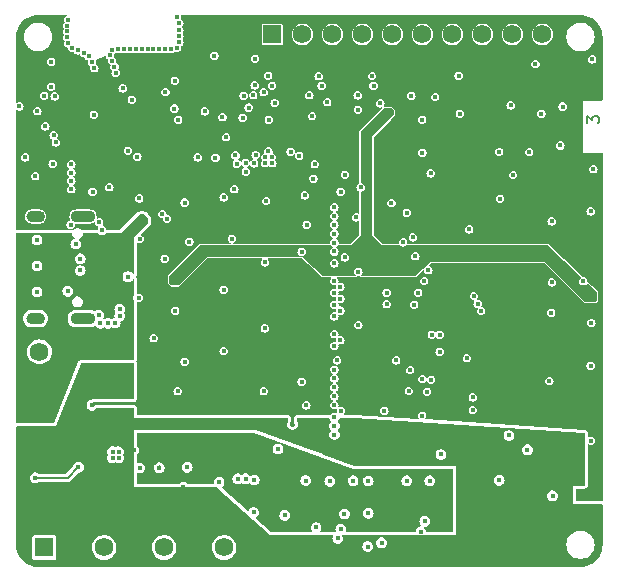
<source format=gbr>
%TF.GenerationSoftware,KiCad,Pcbnew,8.99.0-2608-ga0707285a1*%
%TF.CreationDate,2024-10-22T01:28:05-04:00*%
%TF.ProjectId,shinobi,7368696e-6f62-4692-9e6b-696361645f70,rev?*%
%TF.SameCoordinates,Original*%
%TF.FileFunction,Copper,L7,Inr*%
%TF.FilePolarity,Positive*%
%FSLAX46Y46*%
G04 Gerber Fmt 4.6, Leading zero omitted, Abs format (unit mm)*
G04 Created by KiCad (PCBNEW 8.99.0-2608-ga0707285a1) date 2024-10-22 01:28:05*
%MOMM*%
%LPD*%
G01*
G04 APERTURE LIST*
%ADD10C,0.200000*%
%TA.AperFunction,NonConductor*%
%ADD11C,0.200000*%
%TD*%
%TA.AperFunction,ComponentPad*%
%ADD12R,1.584000X1.584000*%
%TD*%
%TA.AperFunction,ComponentPad*%
%ADD13C,1.584000*%
%TD*%
%TA.AperFunction,ViaPad*%
%ADD14C,0.400000*%
%TD*%
%TA.AperFunction,Conductor*%
%ADD15C,0.200000*%
%TD*%
G04 APERTURE END LIST*
D10*
D11*
X174485319Y-90818164D02*
X174485319Y-90199117D01*
X174485319Y-90199117D02*
X174866271Y-90532450D01*
X174866271Y-90532450D02*
X174866271Y-90389593D01*
X174866271Y-90389593D02*
X174913890Y-90294355D01*
X174913890Y-90294355D02*
X174961509Y-90246736D01*
X174961509Y-90246736D02*
X175056747Y-90199117D01*
X175056747Y-90199117D02*
X175294842Y-90199117D01*
X175294842Y-90199117D02*
X175390080Y-90246736D01*
X175390080Y-90246736D02*
X175437700Y-90294355D01*
X175437700Y-90294355D02*
X175485319Y-90389593D01*
X175485319Y-90389593D02*
X175485319Y-90675307D01*
X175485319Y-90675307D02*
X175437700Y-90770545D01*
X175437700Y-90770545D02*
X175390080Y-90818164D01*
D12*
X147830100Y-83291600D03*
D13*
X150370100Y-83291600D03*
X152910100Y-83291600D03*
X155450100Y-83291600D03*
X157990100Y-83291600D03*
X160530100Y-83291600D03*
X163070100Y-83291600D03*
X165610100Y-83291600D03*
X168150100Y-83291600D03*
X170690100Y-83291600D03*
D12*
X128124900Y-112697400D03*
D13*
X128124900Y-110157400D03*
%TA.AperFunction,ComponentPad*%
G36*
G01*
X127006450Y-98707400D02*
X127006450Y-98707400D01*
G75*
G02*
X127506450Y-98207400I500000J0D01*
G01*
X128106450Y-98207400D01*
G75*
G02*
X128606450Y-98707400I0J-500000D01*
G01*
X128606450Y-98707400D01*
G75*
G02*
X128106450Y-99207400I-500000J0D01*
G01*
X127506450Y-99207400D01*
G75*
G02*
X127006450Y-98707400I0J500000D01*
G01*
G37*
%TD.AperFunction*%
%TA.AperFunction,ComponentPad*%
G36*
G01*
X127006450Y-107347400D02*
X127006450Y-107347400D01*
G75*
G02*
X127506450Y-106847400I500000J0D01*
G01*
X128106450Y-106847400D01*
G75*
G02*
X128606450Y-107347400I0J-500000D01*
G01*
X128606450Y-107347400D01*
G75*
G02*
X128106450Y-107847400I-500000J0D01*
G01*
X127506450Y-107847400D01*
G75*
G02*
X127006450Y-107347400I0J500000D01*
G01*
G37*
%TD.AperFunction*%
%TA.AperFunction,ComponentPad*%
G36*
G01*
X130756450Y-98707400D02*
X130756450Y-98707400D01*
G75*
G02*
X131256450Y-98207400I500000J0D01*
G01*
X132356450Y-98207400D01*
G75*
G02*
X132856450Y-98707400I0J-500000D01*
G01*
X132856450Y-98707400D01*
G75*
G02*
X132356450Y-99207400I-500000J0D01*
G01*
X131256450Y-99207400D01*
G75*
G02*
X130756450Y-98707400I0J500000D01*
G01*
G37*
%TD.AperFunction*%
%TA.AperFunction,ComponentPad*%
G36*
G01*
X130756450Y-107347400D02*
X130756450Y-107347400D01*
G75*
G02*
X131256450Y-106847400I500000J0D01*
G01*
X132356450Y-106847400D01*
G75*
G02*
X132856450Y-107347400I0J-500000D01*
G01*
X132856450Y-107347400D01*
G75*
G02*
X132356450Y-107847400I-500000J0D01*
G01*
X131256450Y-107847400D01*
G75*
G02*
X130756450Y-107347400I0J500000D01*
G01*
G37*
%TD.AperFunction*%
D12*
X128510100Y-126725600D03*
D13*
X131050100Y-126725600D03*
X133590100Y-126725600D03*
X136130100Y-126725600D03*
X138670100Y-126725600D03*
X141210100Y-126725600D03*
X143750100Y-126725600D03*
D14*
X130518100Y-105042600D03*
X131204424Y-101038761D03*
X133518100Y-101192600D03*
X135450636Y-105428205D03*
X170118100Y-85792600D03*
X135274900Y-84539900D03*
X143024988Y-93721853D03*
X144838146Y-94226615D03*
X150740451Y-99411051D03*
X174162443Y-104186496D03*
X139274900Y-84539900D03*
X137780356Y-108997788D03*
X150971473Y-88437580D03*
X167041101Y-93240391D03*
X174790797Y-117682442D03*
X154674371Y-121079195D03*
X147247135Y-93668457D03*
X130474900Y-82539900D03*
X132618100Y-122392600D03*
X134537419Y-107723494D03*
X128157651Y-117758758D03*
X160938100Y-113532600D03*
X157508100Y-105162600D03*
X134574900Y-86539900D03*
X131374900Y-84639900D03*
X147318100Y-97392600D03*
X174118100Y-124092600D03*
X157318100Y-115162600D03*
X139818100Y-113492600D03*
X147834879Y-94193675D03*
X129233792Y-94250338D03*
X131815910Y-115088821D03*
X148318100Y-118392600D03*
X139974900Y-83939900D03*
X159618100Y-88492600D03*
X138717876Y-116248427D03*
X161242491Y-95052470D03*
X174845437Y-107719847D03*
X166418100Y-123792600D03*
X168218100Y-95192600D03*
X161618100Y-88592600D03*
X136571886Y-97173275D03*
X136607208Y-100609777D03*
X138274900Y-84539900D03*
X160750342Y-124506782D03*
X132274900Y-85139900D03*
X175018100Y-94692600D03*
X139774900Y-84439900D03*
X171476003Y-118556673D03*
X160517078Y-90497433D03*
X136518100Y-105592600D03*
X151541708Y-125031449D03*
X155118100Y-103392600D03*
X134274900Y-85539900D03*
X164496675Y-99785129D03*
X147240882Y-94193675D03*
X132574900Y-85639900D03*
X136774900Y-84539900D03*
X140418100Y-110992600D03*
X153978100Y-102162600D03*
X127699264Y-121595699D03*
X135618100Y-117192600D03*
X128658936Y-117772066D03*
X155218100Y-118292600D03*
X139550203Y-89562867D03*
X141522085Y-93704863D03*
X149393721Y-93225287D03*
X161388100Y-118862600D03*
X148889328Y-123999474D03*
X159398100Y-113482600D03*
X130318100Y-123292600D03*
X164518100Y-127892600D03*
X154948100Y-98782600D03*
X127153986Y-121307023D03*
X139618100Y-106692600D03*
X133128931Y-107076633D03*
X130768100Y-99392600D03*
X164790479Y-117159670D03*
X139974900Y-82939900D03*
X133674701Y-113116888D03*
X153318100Y-110892600D03*
X158318100Y-110892600D03*
X148025312Y-89091736D03*
X174781691Y-111335158D03*
X147218100Y-102592600D03*
X133615209Y-112172952D03*
X147095722Y-88181820D03*
X153652950Y-115156676D03*
X133410629Y-99815098D03*
X170918100Y-127992600D03*
X140409778Y-97521109D03*
X142118159Y-89797299D03*
X147803616Y-93668457D03*
X155949291Y-121088301D03*
X160549645Y-93298171D03*
X172918100Y-127992600D03*
X144618100Y-96392600D03*
X153618100Y-96592600D03*
X143718100Y-110092600D03*
X132361610Y-115370472D03*
X134474900Y-86039900D03*
X128871872Y-119213815D03*
X139587405Y-87211120D03*
X132613678Y-96619147D03*
X139873633Y-90522725D03*
X167118100Y-97192600D03*
X126417889Y-89387413D03*
X133869040Y-111752544D03*
X161348100Y-108702600D03*
X163718100Y-89992600D03*
X160918100Y-127892600D03*
X130874900Y-84439900D03*
X140627674Y-119947496D03*
X143618100Y-90292600D03*
X134923448Y-106565404D03*
X127918100Y-102892600D03*
X171494217Y-99114133D03*
X145328298Y-90333375D03*
X134774900Y-84539900D03*
X137774900Y-84539900D03*
X136512612Y-116265791D03*
X133401039Y-111653391D03*
X133274997Y-107754794D03*
X155088230Y-89652441D03*
X165074080Y-121060981D03*
X132944936Y-111645459D03*
X138718100Y-102292600D03*
X172218100Y-92692600D03*
X143329683Y-121196712D03*
X135774900Y-84539900D03*
X134923448Y-107107933D03*
X150667477Y-121060981D03*
X134074900Y-85039900D03*
X171448684Y-106836509D03*
X156278499Y-86809568D03*
X143918100Y-91992600D03*
X133369310Y-112759937D03*
X135618100Y-103792600D03*
X132774900Y-86139900D03*
X171512430Y-104277562D03*
X163744520Y-121051875D03*
X130574900Y-82039900D03*
X172418100Y-120792600D03*
X156981839Y-89131084D03*
X131874900Y-84839900D03*
X153645133Y-125173938D03*
X130474900Y-83039900D03*
X147479362Y-86775138D03*
X161176466Y-121070088D03*
X127938919Y-89785221D03*
X158918100Y-100892600D03*
X155346380Y-126049579D03*
X140309157Y-121611601D03*
X164318100Y-110692600D03*
X151202641Y-90203310D03*
X153945971Y-123890341D03*
X128254110Y-121602043D03*
X143718100Y-104892600D03*
X160418100Y-125392600D03*
X129138041Y-117949512D03*
X139974900Y-83439900D03*
X139774900Y-81839900D03*
X146250788Y-123765634D03*
X168018100Y-89292600D03*
X152707350Y-121115621D03*
X145710832Y-128132636D03*
X133170664Y-99199537D03*
X132999726Y-115326464D03*
X150318100Y-112692600D03*
X147118100Y-113492600D03*
X160518100Y-115562600D03*
X152481443Y-89017959D03*
X127918100Y-100692600D03*
X142924331Y-85087342D03*
X155118100Y-107892600D03*
X157508100Y-106122600D03*
X146303849Y-94202023D03*
X128552469Y-118898848D03*
X130574900Y-84039900D03*
X174918100Y-85392600D03*
X155963499Y-123822947D03*
X136274900Y-84539900D03*
X150718100Y-114692600D03*
X129118100Y-85592600D03*
X138774900Y-84539900D03*
X166339895Y-121033662D03*
X151310553Y-95508729D03*
X147538311Y-90524731D03*
X170624214Y-89998450D03*
X130474900Y-83539900D03*
X151758428Y-86829242D03*
X127754146Y-95294370D03*
X143718100Y-116592600D03*
X127918100Y-105092600D03*
X144418100Y-100592600D03*
X133932291Y-107754794D03*
X136118100Y-118492600D03*
X139974900Y-82339900D03*
X155068556Y-88457254D03*
X138792412Y-88168725D03*
X135618100Y-116392600D03*
X136618100Y-119992600D03*
X127018100Y-124992600D03*
X145407652Y-88477708D03*
X146219506Y-88428875D03*
X146305427Y-121006342D03*
X143718100Y-97092600D03*
X171293872Y-112637398D03*
X150326717Y-101699250D03*
X147509744Y-93187007D03*
X163618100Y-86792600D03*
X145512145Y-124708838D03*
X137274900Y-84539900D03*
X147206181Y-108168306D03*
X172418100Y-89392600D03*
X161491248Y-117134144D03*
X128984831Y-121853374D03*
X145828839Y-89478792D03*
X127355256Y-122489886D03*
X132724900Y-90077400D03*
X126918100Y-93692600D03*
X159227659Y-121079195D03*
X169590942Y-93249498D03*
X145600508Y-94895527D03*
X134274900Y-84639900D03*
X128783148Y-118295532D03*
X174790797Y-98276328D03*
X144918500Y-120909000D03*
X129514900Y-92427400D03*
X129318100Y-91827400D03*
X145578900Y-120909000D03*
X153376700Y-125963600D03*
X155916700Y-126649400D03*
X157085100Y-126319200D03*
X146348100Y-87605100D03*
X146374900Y-85339900D03*
X146418100Y-93492600D03*
X156404900Y-87627400D03*
X145568100Y-94167600D03*
X152004900Y-87627400D03*
X144718100Y-93517600D03*
X147814900Y-87627400D03*
X130818100Y-95692600D03*
X138518100Y-98492600D03*
X128618100Y-91077400D03*
X130818100Y-96392600D03*
X130818100Y-94292600D03*
X135165261Y-87855519D03*
X129114900Y-87727400D03*
X138918100Y-98892600D03*
X130818100Y-94992600D03*
X134918100Y-105427400D03*
X133114900Y-109427400D03*
X127214900Y-115627400D03*
X128414900Y-115627400D03*
X132514900Y-109427400D03*
X127814900Y-115627400D03*
X134032205Y-96218189D03*
X133114900Y-108827400D03*
X131914900Y-109427400D03*
X136815734Y-99001718D03*
X133514900Y-100627400D03*
X132514900Y-108827400D03*
X131914900Y-108827400D03*
X129014900Y-115627400D03*
X137069717Y-94612276D03*
X165601100Y-98803600D03*
X136474900Y-88139900D03*
X137214900Y-114027400D03*
X132564900Y-114677400D03*
X137714900Y-114027400D03*
X138214900Y-114027400D03*
X137214900Y-114527400D03*
X166001100Y-110703600D03*
X174814900Y-113627400D03*
X150621183Y-113657378D03*
X154282300Y-90006800D03*
X150819998Y-100657763D03*
X174824900Y-100577400D03*
X136474900Y-87639900D03*
X174082300Y-122356800D03*
X132318100Y-86840890D03*
X149543100Y-103349600D03*
X161162273Y-90501252D03*
X140401100Y-115103600D03*
X138214900Y-114527400D03*
X136714900Y-114027400D03*
X126915870Y-86954848D03*
X129321066Y-89185668D03*
X142124900Y-87927400D03*
X140401100Y-95003600D03*
X149543100Y-110985600D03*
X149543100Y-116303600D03*
X132817900Y-86830759D03*
X149547212Y-97764568D03*
X139501100Y-101503600D03*
X169023300Y-89256800D03*
X162201100Y-115603600D03*
X140401100Y-108503600D03*
X126921788Y-90040916D03*
X137714900Y-114527400D03*
X175214900Y-120027400D03*
X170282056Y-93259466D03*
X171301100Y-105803600D03*
X138256615Y-119968604D03*
X144218100Y-89492600D03*
X136714900Y-114527400D03*
X130412896Y-92513566D03*
X140814900Y-100827400D03*
X129414900Y-88527400D03*
X159223781Y-98376663D03*
X153093100Y-112417600D03*
X153093100Y-113917600D03*
X155319800Y-96245600D03*
X153093100Y-114667600D03*
X159843100Y-106167600D03*
X151443100Y-94267600D03*
X153593100Y-104667600D03*
X153093100Y-113167600D03*
X153093100Y-107167600D03*
X161047500Y-103256000D03*
X153986300Y-95167600D03*
X164806700Y-115092400D03*
X165517900Y-106710400D03*
X162010157Y-108703600D03*
X153093100Y-105167600D03*
X150117878Y-93553200D03*
X153093100Y-102667600D03*
X153093100Y-97917600D03*
X153093100Y-99417600D03*
X160691900Y-104170400D03*
X153093100Y-116417600D03*
X153593100Y-109167600D03*
X160183900Y-105167600D03*
X153593100Y-106667600D03*
X153093100Y-98667600D03*
X164806700Y-114025600D03*
X161276100Y-112534622D03*
X167871300Y-117242600D03*
X153093100Y-117167600D03*
X165213100Y-106100800D03*
X162114300Y-118851600D03*
X169429500Y-118445200D03*
X153593100Y-105667600D03*
X153093100Y-108667600D03*
X134314900Y-119127400D03*
X134814900Y-119127400D03*
X134814900Y-118627400D03*
X131414900Y-119927400D03*
X127764900Y-120827400D03*
X139501100Y-104103600D03*
X134314900Y-118627400D03*
X174824900Y-105477400D03*
X157582300Y-90006800D03*
X162001100Y-110167600D03*
X160543100Y-112467600D03*
X164908300Y-105440400D03*
X159743100Y-100467600D03*
X153093100Y-104167600D03*
X153093100Y-106167600D03*
X153093100Y-101667600D03*
X153093100Y-109667600D03*
X159943100Y-102067600D03*
X159501100Y-111703600D03*
X153093100Y-100167600D03*
X150593100Y-96917600D03*
X153093100Y-100917600D03*
X153093100Y-115667600D03*
X153093100Y-111667600D03*
X157925840Y-97567600D03*
X157268100Y-120692600D03*
X151418100Y-120692600D03*
X147039545Y-124221676D03*
X152701100Y-125203600D03*
X162318100Y-125092600D03*
X149468100Y-120692600D03*
X137614900Y-117727400D03*
X137114900Y-117527400D03*
X138114900Y-117527400D03*
X135945526Y-88825578D03*
X128518100Y-88477400D03*
X131574042Y-102277674D03*
X131570334Y-103275054D03*
X171563100Y-122356800D03*
X167041900Y-121036000D03*
X135614900Y-93127400D03*
X136414900Y-93627400D03*
D15*
X132564900Y-114677400D02*
X132714900Y-114527400D01*
X132914900Y-114527400D02*
X136714900Y-114527400D01*
X130514900Y-120827400D02*
X131414900Y-119927400D01*
X127764900Y-120827400D02*
X130514900Y-120827400D01*
%TA.AperFunction,Conductor*%
G36*
X130424143Y-81645686D02*
G01*
X130438729Y-81680900D01*
X130424143Y-81716114D01*
X130411538Y-81725272D01*
X130363935Y-81749526D01*
X130284526Y-81828935D01*
X130233548Y-81928986D01*
X130233547Y-81928989D01*
X130215981Y-82039899D01*
X130233547Y-82150812D01*
X130260698Y-82204098D01*
X130263689Y-82242096D01*
X130251540Y-82261921D01*
X130184526Y-82328935D01*
X130133548Y-82428986D01*
X130133547Y-82428989D01*
X130115981Y-82539900D01*
X130133547Y-82650810D01*
X130133548Y-82650813D01*
X130184526Y-82750864D01*
X130184528Y-82750867D01*
X130188350Y-82754689D01*
X130202933Y-82789904D01*
X130188350Y-82825111D01*
X130184526Y-82828935D01*
X130133548Y-82928986D01*
X130133547Y-82928989D01*
X130115981Y-83039900D01*
X130133547Y-83150810D01*
X130133548Y-83150813D01*
X130184526Y-83250864D01*
X130184528Y-83250867D01*
X130188350Y-83254689D01*
X130202933Y-83289904D01*
X130188350Y-83325111D01*
X130184526Y-83328935D01*
X130133548Y-83428986D01*
X130133547Y-83428989D01*
X130115981Y-83539900D01*
X130133547Y-83650810D01*
X130133548Y-83650813D01*
X130184526Y-83750864D01*
X130184528Y-83750867D01*
X130251539Y-83817878D01*
X130266125Y-83853092D01*
X130260698Y-83875700D01*
X130233547Y-83928988D01*
X130215981Y-84039900D01*
X130233547Y-84150810D01*
X130233548Y-84150813D01*
X130284526Y-84250864D01*
X130284528Y-84250867D01*
X130363933Y-84330272D01*
X130363935Y-84330273D01*
X130463987Y-84381252D01*
X130474582Y-84382930D01*
X130507081Y-84402845D01*
X130515041Y-84435981D01*
X130515981Y-84435981D01*
X130515981Y-84439900D01*
X130533547Y-84550810D01*
X130533548Y-84550813D01*
X130584526Y-84650864D01*
X130584528Y-84650867D01*
X130663933Y-84730272D01*
X130763988Y-84781252D01*
X130874900Y-84798819D01*
X130985812Y-84781252D01*
X130991648Y-84778277D01*
X131029644Y-84775286D01*
X131058629Y-84800038D01*
X131058630Y-84800040D01*
X131083410Y-84848673D01*
X131084528Y-84850867D01*
X131163933Y-84930272D01*
X131263988Y-84981252D01*
X131374900Y-84998819D01*
X131485812Y-84981252D01*
X131491648Y-84978277D01*
X131529644Y-84975286D01*
X131558629Y-85000038D01*
X131558630Y-85000040D01*
X131584526Y-85050864D01*
X131584528Y-85050867D01*
X131663933Y-85130272D01*
X131763988Y-85181252D01*
X131874900Y-85198819D01*
X131874900Y-85198818D01*
X131874901Y-85198819D01*
X131878820Y-85198819D01*
X131878820Y-85199764D01*
X131911950Y-85207716D01*
X131931868Y-85240213D01*
X131931869Y-85240214D01*
X131933548Y-85250812D01*
X131933548Y-85250813D01*
X131959001Y-85300767D01*
X131984528Y-85350867D01*
X132063933Y-85430272D01*
X132163988Y-85481252D01*
X132190033Y-85485377D01*
X132222532Y-85505292D01*
X132231430Y-85542354D01*
X132217506Y-85630272D01*
X132215981Y-85639900D01*
X132218634Y-85656647D01*
X132233547Y-85750810D01*
X132233548Y-85750813D01*
X132284526Y-85850864D01*
X132284528Y-85850867D01*
X132363933Y-85930272D01*
X132414759Y-85956169D01*
X132439512Y-85985150D01*
X132436524Y-86023145D01*
X132433548Y-86028986D01*
X132415981Y-86139900D01*
X132433547Y-86250810D01*
X132433548Y-86250813D01*
X132433574Y-86250864D01*
X132484528Y-86350867D01*
X132563933Y-86430272D01*
X132663988Y-86481252D01*
X132774900Y-86498819D01*
X132885812Y-86481252D01*
X132985867Y-86430272D01*
X133065272Y-86350867D01*
X133116252Y-86250812D01*
X133133819Y-86139900D01*
X133116252Y-86028988D01*
X133103299Y-86003567D01*
X133076780Y-85951519D01*
X133065272Y-85928933D01*
X132985867Y-85849528D01*
X132985864Y-85849526D01*
X132935040Y-85823630D01*
X132910286Y-85794647D01*
X132913276Y-85756650D01*
X132916252Y-85750812D01*
X132933819Y-85639900D01*
X132916252Y-85528988D01*
X132907082Y-85510992D01*
X132904092Y-85472997D01*
X132928846Y-85444013D01*
X132933820Y-85441812D01*
X133686803Y-85156787D01*
X133724898Y-85157962D01*
X133748803Y-85180753D01*
X133784500Y-85250812D01*
X133784528Y-85250867D01*
X133863933Y-85330272D01*
X133914759Y-85356169D01*
X133939512Y-85385150D01*
X133936524Y-85423145D01*
X133933548Y-85428986D01*
X133915981Y-85539900D01*
X133933547Y-85650810D01*
X133933548Y-85650813D01*
X133984500Y-85750812D01*
X133984528Y-85750867D01*
X134063933Y-85830272D01*
X134114759Y-85856169D01*
X134139512Y-85885150D01*
X134136524Y-85923145D01*
X134133548Y-85928986D01*
X134115981Y-86039900D01*
X134133547Y-86150810D01*
X134133548Y-86150813D01*
X134184500Y-86250812D01*
X134184528Y-86250867D01*
X134251539Y-86317878D01*
X134266125Y-86353092D01*
X134260698Y-86375700D01*
X134233547Y-86428988D01*
X134215981Y-86539900D01*
X134233547Y-86650810D01*
X134233548Y-86650813D01*
X134283379Y-86748612D01*
X134284528Y-86750867D01*
X134363933Y-86830272D01*
X134463988Y-86881252D01*
X134574900Y-86898819D01*
X134685812Y-86881252D01*
X134785867Y-86830272D01*
X134841001Y-86775138D01*
X147120443Y-86775138D01*
X147138009Y-86886048D01*
X147138010Y-86886051D01*
X147188988Y-86986102D01*
X147188990Y-86986105D01*
X147268395Y-87065510D01*
X147368450Y-87116490D01*
X147479362Y-87134057D01*
X147590274Y-87116490D01*
X147690329Y-87065510D01*
X147769734Y-86986105D01*
X147820714Y-86886050D01*
X147829712Y-86829242D01*
X151399509Y-86829242D01*
X151417075Y-86940152D01*
X151417076Y-86940155D01*
X151468054Y-87040206D01*
X151468056Y-87040209D01*
X151547461Y-87119614D01*
X151647516Y-87170594D01*
X151758428Y-87188161D01*
X151869340Y-87170594D01*
X151969395Y-87119614D01*
X152048800Y-87040209D01*
X152099780Y-86940154D01*
X152117347Y-86829242D01*
X152114231Y-86809568D01*
X155919580Y-86809568D01*
X155937146Y-86920478D01*
X155937147Y-86920481D01*
X155979481Y-87003567D01*
X155988127Y-87020535D01*
X156067532Y-87099940D01*
X156167587Y-87150920D01*
X156278499Y-87168487D01*
X156389411Y-87150920D01*
X156489466Y-87099940D01*
X156568871Y-87020535D01*
X156619851Y-86920480D01*
X156637418Y-86809568D01*
X156637418Y-86809566D01*
X156635344Y-86796470D01*
X156634731Y-86792600D01*
X163259181Y-86792600D01*
X163276747Y-86903510D01*
X163276748Y-86903513D01*
X163327726Y-87003564D01*
X163327728Y-87003567D01*
X163407133Y-87082972D01*
X163507188Y-87133952D01*
X163618100Y-87151519D01*
X163729012Y-87133952D01*
X163829067Y-87082972D01*
X163908472Y-87003567D01*
X163959452Y-86903512D01*
X163977019Y-86792600D01*
X163959452Y-86681688D01*
X163908472Y-86581633D01*
X163829067Y-86502228D01*
X163829064Y-86502226D01*
X163729013Y-86451248D01*
X163729010Y-86451247D01*
X163618100Y-86433681D01*
X163507189Y-86451247D01*
X163507186Y-86451248D01*
X163407135Y-86502226D01*
X163327726Y-86581635D01*
X163276748Y-86681686D01*
X163276747Y-86681689D01*
X163259181Y-86792600D01*
X156634731Y-86792600D01*
X156619851Y-86698656D01*
X156619850Y-86698654D01*
X156568872Y-86598603D01*
X156568871Y-86598601D01*
X156489466Y-86519196D01*
X156489463Y-86519194D01*
X156389412Y-86468216D01*
X156389409Y-86468215D01*
X156278499Y-86450649D01*
X156167588Y-86468215D01*
X156167585Y-86468216D01*
X156067534Y-86519194D01*
X155988125Y-86598603D01*
X155937147Y-86698654D01*
X155937146Y-86698657D01*
X155919580Y-86809568D01*
X152114231Y-86809568D01*
X152108777Y-86775137D01*
X152099780Y-86718331D01*
X152099779Y-86718328D01*
X152048801Y-86618277D01*
X152048800Y-86618275D01*
X151969395Y-86538870D01*
X151969392Y-86538868D01*
X151869341Y-86487890D01*
X151869338Y-86487889D01*
X151758428Y-86470323D01*
X151647517Y-86487889D01*
X151647514Y-86487890D01*
X151547463Y-86538868D01*
X151468054Y-86618277D01*
X151417076Y-86718328D01*
X151417075Y-86718331D01*
X151399509Y-86829242D01*
X147829712Y-86829242D01*
X147838281Y-86775138D01*
X147820714Y-86664226D01*
X147769734Y-86564171D01*
X147690329Y-86484766D01*
X147690326Y-86484764D01*
X147590275Y-86433786D01*
X147590272Y-86433785D01*
X147479362Y-86416219D01*
X147368451Y-86433785D01*
X147368448Y-86433786D01*
X147268397Y-86484764D01*
X147188988Y-86564173D01*
X147138010Y-86664224D01*
X147138009Y-86664227D01*
X147120443Y-86775138D01*
X134841001Y-86775138D01*
X134865272Y-86750867D01*
X134916252Y-86650812D01*
X134933819Y-86539900D01*
X134916252Y-86428988D01*
X134865272Y-86328933D01*
X134798258Y-86261919D01*
X134783673Y-86226707D01*
X134789101Y-86204098D01*
X134816252Y-86150812D01*
X134833819Y-86039900D01*
X134816252Y-85928988D01*
X134765272Y-85828933D01*
X134728939Y-85792600D01*
X169759181Y-85792600D01*
X169776747Y-85903510D01*
X169776748Y-85903513D01*
X169815097Y-85978777D01*
X169827728Y-86003567D01*
X169907133Y-86082972D01*
X170007188Y-86133952D01*
X170118100Y-86151519D01*
X170229012Y-86133952D01*
X170329067Y-86082972D01*
X170408472Y-86003567D01*
X170459452Y-85903512D01*
X170477019Y-85792600D01*
X170459452Y-85681688D01*
X170408472Y-85581633D01*
X170329067Y-85502228D01*
X170329064Y-85502226D01*
X170229013Y-85451248D01*
X170229010Y-85451247D01*
X170144535Y-85437868D01*
X170118100Y-85433681D01*
X170118099Y-85433681D01*
X170007189Y-85451247D01*
X170007186Y-85451248D01*
X169907135Y-85502226D01*
X169827726Y-85581635D01*
X169776748Y-85681686D01*
X169776747Y-85681689D01*
X169759181Y-85792600D01*
X134728939Y-85792600D01*
X134685867Y-85749528D01*
X134685864Y-85749526D01*
X134635040Y-85723630D01*
X134610286Y-85694647D01*
X134613276Y-85656650D01*
X134616252Y-85650812D01*
X134633819Y-85539900D01*
X134616252Y-85428988D01*
X134565272Y-85328933D01*
X134485867Y-85249528D01*
X134485864Y-85249526D01*
X134435040Y-85223630D01*
X134410286Y-85194647D01*
X134408869Y-85169232D01*
X134410222Y-85162644D01*
X134416252Y-85150812D01*
X134426305Y-85087342D01*
X142565412Y-85087342D01*
X142582978Y-85198252D01*
X142582979Y-85198255D01*
X142633957Y-85298306D01*
X142633959Y-85298309D01*
X142713364Y-85377714D01*
X142813419Y-85428694D01*
X142924331Y-85446261D01*
X143035243Y-85428694D01*
X143135298Y-85377714D01*
X143173112Y-85339900D01*
X146015981Y-85339900D01*
X146033547Y-85450810D01*
X146033548Y-85450813D01*
X146078940Y-85539900D01*
X146084528Y-85550867D01*
X146163933Y-85630272D01*
X146263988Y-85681252D01*
X146374900Y-85698819D01*
X146485812Y-85681252D01*
X146585867Y-85630272D01*
X146665272Y-85550867D01*
X146716252Y-85450812D01*
X146725472Y-85392600D01*
X174559181Y-85392600D01*
X174576747Y-85503510D01*
X174576748Y-85503513D01*
X174600876Y-85550867D01*
X174627728Y-85603567D01*
X174707133Y-85682972D01*
X174807188Y-85733952D01*
X174918100Y-85751519D01*
X175029012Y-85733952D01*
X175129067Y-85682972D01*
X175208472Y-85603567D01*
X175259452Y-85503512D01*
X175277019Y-85392600D01*
X175259452Y-85281688D01*
X175208472Y-85181633D01*
X175129067Y-85102228D01*
X175129064Y-85102226D01*
X175029013Y-85051248D01*
X175029010Y-85051247D01*
X174918100Y-85033681D01*
X174807189Y-85051247D01*
X174807186Y-85051248D01*
X174707135Y-85102226D01*
X174627726Y-85181635D01*
X174576748Y-85281686D01*
X174576747Y-85281689D01*
X174559181Y-85392600D01*
X146725472Y-85392600D01*
X146733819Y-85339900D01*
X146716252Y-85228988D01*
X146705413Y-85207716D01*
X146665273Y-85128935D01*
X146665272Y-85128933D01*
X146585867Y-85049528D01*
X146585864Y-85049526D01*
X146485813Y-84998548D01*
X146485810Y-84998547D01*
X146374900Y-84980981D01*
X146263989Y-84998547D01*
X146263986Y-84998548D01*
X146163935Y-85049526D01*
X146084526Y-85128935D01*
X146033548Y-85228986D01*
X146033547Y-85228989D01*
X146015981Y-85339900D01*
X143173112Y-85339900D01*
X143214703Y-85298309D01*
X143265683Y-85198254D01*
X143283250Y-85087342D01*
X143265683Y-84976430D01*
X143214703Y-84876375D01*
X143135298Y-84796970D01*
X143135295Y-84796968D01*
X143035244Y-84745990D01*
X143035241Y-84745989D01*
X142924331Y-84728423D01*
X142813420Y-84745989D01*
X142813417Y-84745990D01*
X142713366Y-84796968D01*
X142633957Y-84876377D01*
X142582979Y-84976428D01*
X142582978Y-84976431D01*
X142565412Y-85087342D01*
X134426305Y-85087342D01*
X134433819Y-85039900D01*
X134427298Y-84998732D01*
X134436196Y-84961671D01*
X134453873Y-84946572D01*
X134485867Y-84930272D01*
X134552880Y-84863258D01*
X134588093Y-84848673D01*
X134610699Y-84854100D01*
X134663988Y-84881252D01*
X134774900Y-84898819D01*
X134885812Y-84881252D01*
X134985867Y-84830272D01*
X134989687Y-84826451D01*
X135024900Y-84811866D01*
X135060112Y-84826451D01*
X135063933Y-84830272D01*
X135163988Y-84881252D01*
X135274900Y-84898819D01*
X135385812Y-84881252D01*
X135485867Y-84830272D01*
X135489687Y-84826451D01*
X135524900Y-84811866D01*
X135560112Y-84826451D01*
X135563933Y-84830272D01*
X135663988Y-84881252D01*
X135774900Y-84898819D01*
X135885812Y-84881252D01*
X135985867Y-84830272D01*
X135989687Y-84826451D01*
X136024900Y-84811866D01*
X136060112Y-84826451D01*
X136063933Y-84830272D01*
X136163988Y-84881252D01*
X136274900Y-84898819D01*
X136385812Y-84881252D01*
X136485867Y-84830272D01*
X136489687Y-84826451D01*
X136524900Y-84811866D01*
X136560112Y-84826451D01*
X136563933Y-84830272D01*
X136663988Y-84881252D01*
X136774900Y-84898819D01*
X136885812Y-84881252D01*
X136985867Y-84830272D01*
X136989687Y-84826451D01*
X137024900Y-84811866D01*
X137060112Y-84826451D01*
X137063933Y-84830272D01*
X137163988Y-84881252D01*
X137274900Y-84898819D01*
X137385812Y-84881252D01*
X137485867Y-84830272D01*
X137489687Y-84826451D01*
X137524900Y-84811866D01*
X137560112Y-84826451D01*
X137563933Y-84830272D01*
X137663988Y-84881252D01*
X137774900Y-84898819D01*
X137885812Y-84881252D01*
X137985867Y-84830272D01*
X137989687Y-84826451D01*
X138024900Y-84811866D01*
X138060112Y-84826451D01*
X138063933Y-84830272D01*
X138163988Y-84881252D01*
X138274900Y-84898819D01*
X138385812Y-84881252D01*
X138485867Y-84830272D01*
X138489687Y-84826451D01*
X138524900Y-84811866D01*
X138560112Y-84826451D01*
X138563933Y-84830272D01*
X138663988Y-84881252D01*
X138774900Y-84898819D01*
X138885812Y-84881252D01*
X138985867Y-84830272D01*
X138989687Y-84826451D01*
X139024900Y-84811866D01*
X139060112Y-84826451D01*
X139063933Y-84830272D01*
X139163988Y-84881252D01*
X139274900Y-84898819D01*
X139385812Y-84881252D01*
X139485867Y-84830272D01*
X139552880Y-84763258D01*
X139588093Y-84748673D01*
X139610699Y-84754100D01*
X139663988Y-84781252D01*
X139774900Y-84798819D01*
X139885812Y-84781252D01*
X139985867Y-84730272D01*
X140065272Y-84650867D01*
X140116252Y-84550812D01*
X140133819Y-84439900D01*
X140116252Y-84328988D01*
X140113276Y-84323147D01*
X140110287Y-84285149D01*
X140135040Y-84256168D01*
X140185867Y-84230272D01*
X140265272Y-84150867D01*
X140316252Y-84050812D01*
X140333819Y-83939900D01*
X140316252Y-83828988D01*
X140265272Y-83728933D01*
X140261451Y-83725112D01*
X140246866Y-83689900D01*
X140261451Y-83654687D01*
X140265272Y-83650867D01*
X140316252Y-83550812D01*
X140333819Y-83439900D01*
X140316252Y-83328988D01*
X140265272Y-83228933D01*
X140261451Y-83225112D01*
X140246866Y-83189900D01*
X140261451Y-83154687D01*
X140265272Y-83150867D01*
X140316252Y-83050812D01*
X140333819Y-82939900D01*
X140316252Y-82828988D01*
X140265272Y-82728933D01*
X140211451Y-82675112D01*
X140196866Y-82639900D01*
X140211451Y-82604687D01*
X140265272Y-82550867D01*
X140296518Y-82489542D01*
X146936000Y-82489542D01*
X146936000Y-84093653D01*
X146936001Y-84093663D01*
X146941922Y-84123435D01*
X146941923Y-84123437D01*
X146964488Y-84157208D01*
X146964489Y-84157208D01*
X146964490Y-84157210D01*
X146998263Y-84179776D01*
X147028045Y-84185700D01*
X148632154Y-84185699D01*
X148632155Y-84185698D01*
X148632163Y-84185698D01*
X148661935Y-84179777D01*
X148661937Y-84179776D01*
X148695710Y-84157210D01*
X148718276Y-84123437D01*
X148724200Y-84093655D01*
X148724199Y-83291600D01*
X149471075Y-83291600D01*
X149490721Y-83478518D01*
X149510665Y-83539900D01*
X149548800Y-83657267D01*
X149548802Y-83657270D01*
X149597416Y-83741473D01*
X149642773Y-83820034D01*
X149768535Y-83959706D01*
X149920587Y-84070178D01*
X150092286Y-84146624D01*
X150276126Y-84185700D01*
X150276129Y-84185700D01*
X150464071Y-84185700D01*
X150464074Y-84185700D01*
X150647914Y-84146624D01*
X150819613Y-84070178D01*
X150971665Y-83959706D01*
X151097427Y-83820034D01*
X151191400Y-83657266D01*
X151249479Y-83478518D01*
X151269125Y-83291600D01*
X152011075Y-83291600D01*
X152030721Y-83478518D01*
X152050665Y-83539900D01*
X152088800Y-83657267D01*
X152088802Y-83657270D01*
X152137416Y-83741473D01*
X152182773Y-83820034D01*
X152308535Y-83959706D01*
X152460587Y-84070178D01*
X152632286Y-84146624D01*
X152816126Y-84185700D01*
X152816129Y-84185700D01*
X153004071Y-84185700D01*
X153004074Y-84185700D01*
X153187914Y-84146624D01*
X153359613Y-84070178D01*
X153511665Y-83959706D01*
X153637427Y-83820034D01*
X153731400Y-83657266D01*
X153789479Y-83478518D01*
X153809125Y-83291600D01*
X154551075Y-83291600D01*
X154570721Y-83478518D01*
X154590665Y-83539900D01*
X154628800Y-83657267D01*
X154628802Y-83657270D01*
X154677416Y-83741473D01*
X154722773Y-83820034D01*
X154848535Y-83959706D01*
X155000587Y-84070178D01*
X155172286Y-84146624D01*
X155356126Y-84185700D01*
X155356129Y-84185700D01*
X155544071Y-84185700D01*
X155544074Y-84185700D01*
X155727914Y-84146624D01*
X155899613Y-84070178D01*
X156051665Y-83959706D01*
X156177427Y-83820034D01*
X156271400Y-83657266D01*
X156329479Y-83478518D01*
X156349125Y-83291600D01*
X157091075Y-83291600D01*
X157110721Y-83478518D01*
X157130665Y-83539900D01*
X157168800Y-83657267D01*
X157168802Y-83657270D01*
X157217416Y-83741473D01*
X157262773Y-83820034D01*
X157388535Y-83959706D01*
X157540587Y-84070178D01*
X157712286Y-84146624D01*
X157896126Y-84185700D01*
X157896129Y-84185700D01*
X158084071Y-84185700D01*
X158084074Y-84185700D01*
X158267914Y-84146624D01*
X158439613Y-84070178D01*
X158591665Y-83959706D01*
X158717427Y-83820034D01*
X158811400Y-83657266D01*
X158869479Y-83478518D01*
X158889125Y-83291600D01*
X159631075Y-83291600D01*
X159650721Y-83478518D01*
X159670665Y-83539900D01*
X159708800Y-83657267D01*
X159708802Y-83657270D01*
X159757416Y-83741473D01*
X159802773Y-83820034D01*
X159928535Y-83959706D01*
X160080587Y-84070178D01*
X160252286Y-84146624D01*
X160436126Y-84185700D01*
X160436129Y-84185700D01*
X160624071Y-84185700D01*
X160624074Y-84185700D01*
X160807914Y-84146624D01*
X160979613Y-84070178D01*
X161131665Y-83959706D01*
X161257427Y-83820034D01*
X161351400Y-83657266D01*
X161409479Y-83478518D01*
X161429125Y-83291600D01*
X162171075Y-83291600D01*
X162190721Y-83478518D01*
X162210665Y-83539900D01*
X162248800Y-83657267D01*
X162248802Y-83657270D01*
X162297416Y-83741473D01*
X162342773Y-83820034D01*
X162468535Y-83959706D01*
X162620587Y-84070178D01*
X162792286Y-84146624D01*
X162976126Y-84185700D01*
X162976129Y-84185700D01*
X163164071Y-84185700D01*
X163164074Y-84185700D01*
X163347914Y-84146624D01*
X163519613Y-84070178D01*
X163671665Y-83959706D01*
X163797427Y-83820034D01*
X163891400Y-83657266D01*
X163949479Y-83478518D01*
X163969125Y-83291600D01*
X164711075Y-83291600D01*
X164730721Y-83478518D01*
X164750665Y-83539900D01*
X164788800Y-83657267D01*
X164788802Y-83657270D01*
X164837416Y-83741473D01*
X164882773Y-83820034D01*
X165008535Y-83959706D01*
X165160587Y-84070178D01*
X165332286Y-84146624D01*
X165516126Y-84185700D01*
X165516129Y-84185700D01*
X165704071Y-84185700D01*
X165704074Y-84185700D01*
X165887914Y-84146624D01*
X166059613Y-84070178D01*
X166211665Y-83959706D01*
X166337427Y-83820034D01*
X166431400Y-83657266D01*
X166489479Y-83478518D01*
X166509125Y-83291600D01*
X167251075Y-83291600D01*
X167270721Y-83478518D01*
X167290665Y-83539900D01*
X167328800Y-83657267D01*
X167328802Y-83657270D01*
X167377416Y-83741473D01*
X167422773Y-83820034D01*
X167548535Y-83959706D01*
X167700587Y-84070178D01*
X167872286Y-84146624D01*
X168056126Y-84185700D01*
X168056129Y-84185700D01*
X168244071Y-84185700D01*
X168244074Y-84185700D01*
X168427914Y-84146624D01*
X168599613Y-84070178D01*
X168751665Y-83959706D01*
X168877427Y-83820034D01*
X168971400Y-83657266D01*
X169029479Y-83478518D01*
X169049125Y-83291600D01*
X169791075Y-83291600D01*
X169810721Y-83478518D01*
X169830665Y-83539900D01*
X169868800Y-83657267D01*
X169868802Y-83657270D01*
X169917416Y-83741473D01*
X169962773Y-83820034D01*
X170088535Y-83959706D01*
X170240587Y-84070178D01*
X170412286Y-84146624D01*
X170596126Y-84185700D01*
X170596129Y-84185700D01*
X170784071Y-84185700D01*
X170784074Y-84185700D01*
X170967914Y-84146624D01*
X171139613Y-84070178D01*
X171291665Y-83959706D01*
X171417427Y-83820034D01*
X171511400Y-83657266D01*
X171561329Y-83503600D01*
X172724900Y-83503600D01*
X172745332Y-83724099D01*
X172745333Y-83724105D01*
X172788466Y-83875700D01*
X172805933Y-83937090D01*
X172904639Y-84135319D01*
X172904640Y-84135322D01*
X173038084Y-84312030D01*
X173038089Y-84312036D01*
X173174051Y-84435981D01*
X173201738Y-84461221D01*
X173390014Y-84577796D01*
X173596504Y-84657791D01*
X173814178Y-84698481D01*
X173814179Y-84698481D01*
X174035621Y-84698481D01*
X174035622Y-84698481D01*
X174253296Y-84657791D01*
X174459786Y-84577796D01*
X174648062Y-84461221D01*
X174811711Y-84312035D01*
X174811715Y-84312030D01*
X174945159Y-84135322D01*
X174945159Y-84135321D01*
X174945161Y-84135319D01*
X175043867Y-83937090D01*
X175104468Y-83724099D01*
X175124900Y-83503600D01*
X175104468Y-83283101D01*
X175043867Y-83070110D01*
X174945161Y-82871881D01*
X174945159Y-82871879D01*
X174945159Y-82871877D01*
X174811715Y-82695169D01*
X174811710Y-82695163D01*
X174648061Y-82545978D01*
X174459788Y-82429405D01*
X174459786Y-82429404D01*
X174290170Y-82363694D01*
X174253297Y-82349409D01*
X174143758Y-82328933D01*
X174035622Y-82308719D01*
X173814178Y-82308719D01*
X173741620Y-82322282D01*
X173596502Y-82349409D01*
X173390011Y-82429405D01*
X173201738Y-82545978D01*
X173038089Y-82695163D01*
X173038084Y-82695169D01*
X172904640Y-82871877D01*
X172904639Y-82871880D01*
X172805932Y-83070112D01*
X172745333Y-83283094D01*
X172745332Y-83283100D01*
X172724900Y-83503600D01*
X171561329Y-83503600D01*
X171569479Y-83478518D01*
X171589125Y-83291600D01*
X171588946Y-83289900D01*
X171584844Y-83250867D01*
X171569479Y-83104682D01*
X171511400Y-82925934D01*
X171417427Y-82763166D01*
X171291665Y-82623494D01*
X171139613Y-82513022D01*
X170967914Y-82436576D01*
X170967912Y-82436575D01*
X170967911Y-82436575D01*
X170901299Y-82422416D01*
X170784074Y-82397500D01*
X170596126Y-82397500D01*
X170522590Y-82413130D01*
X170412283Y-82436576D01*
X170240596Y-82513017D01*
X170240586Y-82513023D01*
X170088534Y-82623494D01*
X169962777Y-82763161D01*
X169962771Y-82763168D01*
X169868802Y-82925929D01*
X169868800Y-82925932D01*
X169810721Y-83104682D01*
X169791254Y-83289900D01*
X169791075Y-83291600D01*
X169049125Y-83291600D01*
X169048946Y-83289900D01*
X169044844Y-83250867D01*
X169029479Y-83104682D01*
X168971400Y-82925934D01*
X168877427Y-82763166D01*
X168751665Y-82623494D01*
X168599613Y-82513022D01*
X168427914Y-82436576D01*
X168427912Y-82436575D01*
X168427911Y-82436575D01*
X168361299Y-82422416D01*
X168244074Y-82397500D01*
X168056126Y-82397500D01*
X167982590Y-82413130D01*
X167872283Y-82436576D01*
X167700596Y-82513017D01*
X167700586Y-82513023D01*
X167548534Y-82623494D01*
X167422777Y-82763161D01*
X167422771Y-82763168D01*
X167328802Y-82925929D01*
X167328800Y-82925932D01*
X167270721Y-83104682D01*
X167251254Y-83289900D01*
X167251075Y-83291600D01*
X166509125Y-83291600D01*
X166508946Y-83289900D01*
X166504844Y-83250867D01*
X166489479Y-83104682D01*
X166431400Y-82925934D01*
X166337427Y-82763166D01*
X166211665Y-82623494D01*
X166059613Y-82513022D01*
X165887914Y-82436576D01*
X165887912Y-82436575D01*
X165887911Y-82436575D01*
X165821299Y-82422416D01*
X165704074Y-82397500D01*
X165516126Y-82397500D01*
X165442590Y-82413130D01*
X165332283Y-82436576D01*
X165160596Y-82513017D01*
X165160586Y-82513023D01*
X165008534Y-82623494D01*
X164882777Y-82763161D01*
X164882771Y-82763168D01*
X164788802Y-82925929D01*
X164788800Y-82925932D01*
X164730721Y-83104682D01*
X164711254Y-83289900D01*
X164711075Y-83291600D01*
X163969125Y-83291600D01*
X163968946Y-83289900D01*
X163964844Y-83250867D01*
X163949479Y-83104682D01*
X163891400Y-82925934D01*
X163797427Y-82763166D01*
X163671665Y-82623494D01*
X163519613Y-82513022D01*
X163347914Y-82436576D01*
X163347912Y-82436575D01*
X163347911Y-82436575D01*
X163281299Y-82422416D01*
X163164074Y-82397500D01*
X162976126Y-82397500D01*
X162902590Y-82413130D01*
X162792283Y-82436576D01*
X162620596Y-82513017D01*
X162620586Y-82513023D01*
X162468534Y-82623494D01*
X162342777Y-82763161D01*
X162342771Y-82763168D01*
X162248802Y-82925929D01*
X162248800Y-82925932D01*
X162190721Y-83104682D01*
X162171254Y-83289900D01*
X162171075Y-83291600D01*
X161429125Y-83291600D01*
X161428946Y-83289900D01*
X161424844Y-83250867D01*
X161409479Y-83104682D01*
X161351400Y-82925934D01*
X161257427Y-82763166D01*
X161131665Y-82623494D01*
X160979613Y-82513022D01*
X160807914Y-82436576D01*
X160807912Y-82436575D01*
X160807911Y-82436575D01*
X160741299Y-82422416D01*
X160624074Y-82397500D01*
X160436126Y-82397500D01*
X160362590Y-82413130D01*
X160252283Y-82436576D01*
X160080596Y-82513017D01*
X160080586Y-82513023D01*
X159928534Y-82623494D01*
X159802777Y-82763161D01*
X159802771Y-82763168D01*
X159708802Y-82925929D01*
X159708800Y-82925932D01*
X159650721Y-83104682D01*
X159631254Y-83289900D01*
X159631075Y-83291600D01*
X158889125Y-83291600D01*
X158888946Y-83289900D01*
X158884844Y-83250867D01*
X158869479Y-83104682D01*
X158811400Y-82925934D01*
X158717427Y-82763166D01*
X158591665Y-82623494D01*
X158439613Y-82513022D01*
X158267914Y-82436576D01*
X158267912Y-82436575D01*
X158267911Y-82436575D01*
X158201299Y-82422416D01*
X158084074Y-82397500D01*
X157896126Y-82397500D01*
X157822590Y-82413130D01*
X157712283Y-82436576D01*
X157540596Y-82513017D01*
X157540586Y-82513023D01*
X157388534Y-82623494D01*
X157262777Y-82763161D01*
X157262771Y-82763168D01*
X157168802Y-82925929D01*
X157168800Y-82925932D01*
X157110721Y-83104682D01*
X157091254Y-83289900D01*
X157091075Y-83291600D01*
X156349125Y-83291600D01*
X156348946Y-83289900D01*
X156344844Y-83250867D01*
X156329479Y-83104682D01*
X156271400Y-82925934D01*
X156177427Y-82763166D01*
X156051665Y-82623494D01*
X155899613Y-82513022D01*
X155727914Y-82436576D01*
X155727912Y-82436575D01*
X155727911Y-82436575D01*
X155661299Y-82422416D01*
X155544074Y-82397500D01*
X155356126Y-82397500D01*
X155282590Y-82413130D01*
X155172283Y-82436576D01*
X155000596Y-82513017D01*
X155000586Y-82513023D01*
X154848534Y-82623494D01*
X154722777Y-82763161D01*
X154722771Y-82763168D01*
X154628802Y-82925929D01*
X154628800Y-82925932D01*
X154570721Y-83104682D01*
X154551254Y-83289900D01*
X154551075Y-83291600D01*
X153809125Y-83291600D01*
X153808946Y-83289900D01*
X153804844Y-83250867D01*
X153789479Y-83104682D01*
X153731400Y-82925934D01*
X153637427Y-82763166D01*
X153511665Y-82623494D01*
X153359613Y-82513022D01*
X153187914Y-82436576D01*
X153187912Y-82436575D01*
X153187911Y-82436575D01*
X153121299Y-82422416D01*
X153004074Y-82397500D01*
X152816126Y-82397500D01*
X152742590Y-82413130D01*
X152632283Y-82436576D01*
X152460596Y-82513017D01*
X152460586Y-82513023D01*
X152308534Y-82623494D01*
X152182777Y-82763161D01*
X152182771Y-82763168D01*
X152088802Y-82925929D01*
X152088800Y-82925932D01*
X152030721Y-83104682D01*
X152011254Y-83289900D01*
X152011075Y-83291600D01*
X151269125Y-83291600D01*
X151268946Y-83289900D01*
X151264844Y-83250867D01*
X151249479Y-83104682D01*
X151191400Y-82925934D01*
X151097427Y-82763166D01*
X150971665Y-82623494D01*
X150819613Y-82513022D01*
X150647914Y-82436576D01*
X150647912Y-82436575D01*
X150647911Y-82436575D01*
X150581299Y-82422416D01*
X150464074Y-82397500D01*
X150276126Y-82397500D01*
X150202590Y-82413130D01*
X150092283Y-82436576D01*
X149920596Y-82513017D01*
X149920586Y-82513023D01*
X149768534Y-82623494D01*
X149642777Y-82763161D01*
X149642771Y-82763168D01*
X149548802Y-82925929D01*
X149548800Y-82925932D01*
X149490721Y-83104682D01*
X149471254Y-83289900D01*
X149471075Y-83291600D01*
X148724199Y-83291600D01*
X148724199Y-82489546D01*
X148724199Y-82489545D01*
X148724198Y-82489536D01*
X148718277Y-82459764D01*
X148718276Y-82459762D01*
X148695711Y-82425991D01*
X148695707Y-82425988D01*
X148661937Y-82403424D01*
X148661934Y-82403423D01*
X148661936Y-82403423D01*
X148638078Y-82398678D01*
X148632155Y-82397500D01*
X148632154Y-82397500D01*
X147028046Y-82397500D01*
X147028036Y-82397501D01*
X146998264Y-82403422D01*
X146998262Y-82403423D01*
X146964491Y-82425988D01*
X146941923Y-82459764D01*
X146936000Y-82489542D01*
X140296518Y-82489542D01*
X140316252Y-82450812D01*
X140333819Y-82339900D01*
X140316252Y-82228988D01*
X140265272Y-82128933D01*
X140185867Y-82049528D01*
X140185864Y-82049526D01*
X140135040Y-82023630D01*
X140110286Y-81994647D01*
X140113276Y-81956650D01*
X140116252Y-81950812D01*
X140133819Y-81839900D01*
X140116252Y-81728988D01*
X140103270Y-81703509D01*
X140100279Y-81665511D01*
X140125033Y-81636528D01*
X140147642Y-81631100D01*
X173895799Y-81631100D01*
X173923276Y-81631100D01*
X173926532Y-81631206D01*
X174166055Y-81646905D01*
X174172504Y-81647754D01*
X174406341Y-81694268D01*
X174412626Y-81695952D01*
X174638391Y-81772589D01*
X174644398Y-81775077D01*
X174858229Y-81880526D01*
X174863859Y-81883777D01*
X175062093Y-82016233D01*
X175067246Y-82020186D01*
X175246510Y-82177397D01*
X175251102Y-82181989D01*
X175408312Y-82361251D01*
X175412267Y-82366408D01*
X175542031Y-82560612D01*
X175544719Y-82564635D01*
X175547975Y-82570275D01*
X175578436Y-82632043D01*
X175653419Y-82784095D01*
X175655912Y-82790113D01*
X175732546Y-83015869D01*
X175734232Y-83022161D01*
X175780744Y-83255990D01*
X175781594Y-83262449D01*
X175797293Y-83501967D01*
X175797400Y-83505224D01*
X175797400Y-88842800D01*
X175782814Y-88878014D01*
X175747600Y-88892600D01*
X174118100Y-88892600D01*
X174118100Y-93292600D01*
X175747600Y-93292600D01*
X175782814Y-93307186D01*
X175797400Y-93342400D01*
X175797400Y-122730100D01*
X175782814Y-122765314D01*
X175747600Y-122779900D01*
X173627400Y-122779900D01*
X173592186Y-122765314D01*
X173577600Y-122730100D01*
X173577600Y-121801900D01*
X173592186Y-121766686D01*
X173627400Y-121752100D01*
X174241096Y-121752100D01*
X174241100Y-121752100D01*
X174340406Y-121732347D01*
X174375620Y-121717761D01*
X174375621Y-121717760D01*
X174459809Y-121661508D01*
X174516061Y-121577320D01*
X174530647Y-121542106D01*
X174550400Y-121442800D01*
X174550400Y-118039084D01*
X174564986Y-118003870D01*
X174600200Y-117989284D01*
X174622806Y-117994711D01*
X174679885Y-118023794D01*
X174790797Y-118041361D01*
X174901709Y-118023794D01*
X175001764Y-117972814D01*
X175081169Y-117893409D01*
X175132149Y-117793354D01*
X175149716Y-117682442D01*
X175132149Y-117571530D01*
X175081169Y-117471475D01*
X175001764Y-117392070D01*
X175001761Y-117392068D01*
X174901710Y-117341090D01*
X174901707Y-117341089D01*
X174790797Y-117323523D01*
X174679886Y-117341089D01*
X174679880Y-117341091D01*
X174622808Y-117370171D01*
X174584811Y-117373162D01*
X174555828Y-117348407D01*
X174550400Y-117325799D01*
X174550400Y-117062072D01*
X174550400Y-117062070D01*
X174533740Y-116970589D01*
X174521362Y-116937731D01*
X174473521Y-116857994D01*
X174393156Y-116796404D01*
X174358962Y-116779567D01*
X174358961Y-116779567D01*
X174358904Y-116779539D01*
X174358177Y-116779357D01*
X174261142Y-116753419D01*
X160818418Y-115880515D01*
X160784223Y-115863678D01*
X160771950Y-115827593D01*
X160786430Y-115795608D01*
X160808472Y-115773567D01*
X160859452Y-115673512D01*
X160877019Y-115562600D01*
X160859452Y-115451688D01*
X160808472Y-115351633D01*
X160729067Y-115272228D01*
X160729064Y-115272226D01*
X160629013Y-115221248D01*
X160629010Y-115221247D01*
X160518100Y-115203681D01*
X160407189Y-115221247D01*
X160407186Y-115221248D01*
X160307135Y-115272226D01*
X160227726Y-115351635D01*
X160176748Y-115451686D01*
X160176747Y-115451689D01*
X160159181Y-115562600D01*
X160176747Y-115673510D01*
X160176749Y-115673516D01*
X160224143Y-115766533D01*
X160227134Y-115804530D01*
X160202379Y-115833513D01*
X160176544Y-115838836D01*
X154751332Y-115486550D01*
X154748431Y-115486408D01*
X154742958Y-115486141D01*
X154739689Y-115486035D01*
X154731318Y-115485900D01*
X154731290Y-115485900D01*
X153945292Y-115485900D01*
X153910078Y-115471314D01*
X153895492Y-115436100D01*
X153910077Y-115400887D01*
X153943322Y-115367643D01*
X153994302Y-115267588D01*
X154010931Y-115162600D01*
X156959181Y-115162600D01*
X156976747Y-115273510D01*
X156976748Y-115273513D01*
X157027726Y-115373564D01*
X157027728Y-115373567D01*
X157107133Y-115452972D01*
X157207188Y-115503952D01*
X157318100Y-115521519D01*
X157429012Y-115503952D01*
X157529067Y-115452972D01*
X157608472Y-115373567D01*
X157659452Y-115273512D01*
X157677019Y-115162600D01*
X157665900Y-115092400D01*
X164447781Y-115092400D01*
X164465347Y-115203310D01*
X164465348Y-115203313D01*
X164516326Y-115303364D01*
X164516328Y-115303367D01*
X164595733Y-115382772D01*
X164695788Y-115433752D01*
X164806700Y-115451319D01*
X164917612Y-115433752D01*
X165017667Y-115382772D01*
X165097072Y-115303367D01*
X165148052Y-115203312D01*
X165165619Y-115092400D01*
X165148052Y-114981488D01*
X165097072Y-114881433D01*
X165017667Y-114802028D01*
X165017664Y-114802026D01*
X164917613Y-114751048D01*
X164917610Y-114751047D01*
X164806700Y-114733481D01*
X164695789Y-114751047D01*
X164695786Y-114751048D01*
X164595735Y-114802026D01*
X164516326Y-114881435D01*
X164465348Y-114981486D01*
X164465347Y-114981489D01*
X164447781Y-115092400D01*
X157665900Y-115092400D01*
X157659452Y-115051688D01*
X157608472Y-114951633D01*
X157529067Y-114872228D01*
X157529064Y-114872226D01*
X157429013Y-114821248D01*
X157429010Y-114821247D01*
X157318100Y-114803681D01*
X157207189Y-114821247D01*
X157207186Y-114821248D01*
X157107135Y-114872226D01*
X157027726Y-114951635D01*
X156976748Y-115051686D01*
X156976747Y-115051689D01*
X156959181Y-115162600D01*
X154010931Y-115162600D01*
X154011869Y-115156676D01*
X153994302Y-115045764D01*
X153943322Y-114945709D01*
X153863917Y-114866304D01*
X153863914Y-114866302D01*
X153763863Y-114815324D01*
X153763860Y-114815323D01*
X153652950Y-114797757D01*
X153542039Y-114815323D01*
X153542038Y-114815323D01*
X153505750Y-114833813D01*
X153467752Y-114836802D01*
X153438769Y-114812048D01*
X153433955Y-114781650D01*
X153434628Y-114777398D01*
X153452019Y-114667600D01*
X153434452Y-114556688D01*
X153383472Y-114456633D01*
X153304067Y-114377228D01*
X153304064Y-114377226D01*
X153304062Y-114377224D01*
X153225060Y-114336972D01*
X153200306Y-114307989D01*
X153203296Y-114269992D01*
X153225060Y-114248228D01*
X153304062Y-114207975D01*
X153304062Y-114207974D01*
X153304067Y-114207972D01*
X153383472Y-114128567D01*
X153434452Y-114028512D01*
X153434913Y-114025600D01*
X164447781Y-114025600D01*
X164465347Y-114136510D01*
X164465348Y-114136513D01*
X164516326Y-114236564D01*
X164516328Y-114236567D01*
X164595733Y-114315972D01*
X164695788Y-114366952D01*
X164806700Y-114384519D01*
X164917612Y-114366952D01*
X165017667Y-114315972D01*
X165097072Y-114236567D01*
X165148052Y-114136512D01*
X165165619Y-114025600D01*
X165148052Y-113914688D01*
X165097072Y-113814633D01*
X165017667Y-113735228D01*
X165017664Y-113735226D01*
X164917613Y-113684248D01*
X164917610Y-113684247D01*
X164806700Y-113666681D01*
X164695789Y-113684247D01*
X164695786Y-113684248D01*
X164595735Y-113735226D01*
X164516326Y-113814635D01*
X164465348Y-113914686D01*
X164465347Y-113914689D01*
X164447781Y-114025600D01*
X153434913Y-114025600D01*
X153452019Y-113917600D01*
X153434452Y-113806688D01*
X153383472Y-113706633D01*
X153304067Y-113627228D01*
X153304064Y-113627226D01*
X153304062Y-113627224D01*
X153225060Y-113586972D01*
X153200306Y-113557989D01*
X153203296Y-113519992D01*
X153225060Y-113498228D01*
X153255732Y-113482600D01*
X159039181Y-113482600D01*
X159056747Y-113593510D01*
X159056748Y-113593513D01*
X159107726Y-113693564D01*
X159107728Y-113693567D01*
X159187133Y-113772972D01*
X159287188Y-113823952D01*
X159398100Y-113841519D01*
X159509012Y-113823952D01*
X159609067Y-113772972D01*
X159688472Y-113693567D01*
X159739452Y-113593512D01*
X159749100Y-113532600D01*
X160579181Y-113532600D01*
X160596747Y-113643510D01*
X160596748Y-113643513D01*
X160627347Y-113703567D01*
X160647728Y-113743567D01*
X160727133Y-113822972D01*
X160827188Y-113873952D01*
X160938100Y-113891519D01*
X161049012Y-113873952D01*
X161149067Y-113822972D01*
X161228472Y-113743567D01*
X161279452Y-113643512D01*
X161297019Y-113532600D01*
X161279452Y-113421688D01*
X161228472Y-113321633D01*
X161149067Y-113242228D01*
X161149064Y-113242226D01*
X161049013Y-113191248D01*
X161049010Y-113191247D01*
X160938100Y-113173681D01*
X160827189Y-113191247D01*
X160827186Y-113191248D01*
X160727135Y-113242226D01*
X160647726Y-113321635D01*
X160596748Y-113421686D01*
X160596747Y-113421689D01*
X160579181Y-113532600D01*
X159749100Y-113532600D01*
X159757019Y-113482600D01*
X159739452Y-113371688D01*
X159688472Y-113271633D01*
X159609067Y-113192228D01*
X159609064Y-113192226D01*
X159509013Y-113141248D01*
X159509010Y-113141247D01*
X159398100Y-113123681D01*
X159287189Y-113141247D01*
X159287186Y-113141248D01*
X159187135Y-113192226D01*
X159107726Y-113271635D01*
X159056748Y-113371686D01*
X159056747Y-113371689D01*
X159039181Y-113482600D01*
X153255732Y-113482600D01*
X153304062Y-113457975D01*
X153304062Y-113457974D01*
X153304067Y-113457972D01*
X153383472Y-113378567D01*
X153434452Y-113278512D01*
X153452019Y-113167600D01*
X153434452Y-113056688D01*
X153383472Y-112956633D01*
X153304067Y-112877228D01*
X153304064Y-112877226D01*
X153304062Y-112877224D01*
X153225060Y-112836972D01*
X153200306Y-112807989D01*
X153203296Y-112769992D01*
X153225060Y-112748228D01*
X153304062Y-112707975D01*
X153304062Y-112707974D01*
X153304067Y-112707972D01*
X153383472Y-112628567D01*
X153434452Y-112528512D01*
X153444100Y-112467600D01*
X160184181Y-112467600D01*
X160201747Y-112578510D01*
X160201748Y-112578513D01*
X160238047Y-112649754D01*
X160252728Y-112678567D01*
X160332133Y-112757972D01*
X160432188Y-112808952D01*
X160543100Y-112826519D01*
X160654012Y-112808952D01*
X160754067Y-112757972D01*
X160833472Y-112678567D01*
X160848153Y-112649752D01*
X160877135Y-112625000D01*
X160915133Y-112627989D01*
X160936897Y-112649753D01*
X160985726Y-112745586D01*
X160985728Y-112745589D01*
X161065133Y-112824994D01*
X161165188Y-112875974D01*
X161276100Y-112893541D01*
X161387012Y-112875974D01*
X161487067Y-112824994D01*
X161566472Y-112745589D01*
X161617452Y-112645534D01*
X161618741Y-112637398D01*
X170934953Y-112637398D01*
X170952519Y-112748308D01*
X170952520Y-112748311D01*
X170992369Y-112826519D01*
X171003500Y-112848365D01*
X171082905Y-112927770D01*
X171182960Y-112978750D01*
X171293872Y-112996317D01*
X171404784Y-112978750D01*
X171504839Y-112927770D01*
X171584244Y-112848365D01*
X171635224Y-112748310D01*
X171652791Y-112637398D01*
X171635224Y-112526486D01*
X171584244Y-112426431D01*
X171504839Y-112347026D01*
X171504836Y-112347024D01*
X171404785Y-112296046D01*
X171404782Y-112296045D01*
X171293872Y-112278479D01*
X171182961Y-112296045D01*
X171182958Y-112296046D01*
X171082907Y-112347024D01*
X171003498Y-112426433D01*
X170952520Y-112526484D01*
X170952519Y-112526487D01*
X170934953Y-112637398D01*
X161618741Y-112637398D01*
X161635019Y-112534622D01*
X161617452Y-112423710D01*
X161606506Y-112402228D01*
X161566473Y-112323657D01*
X161566472Y-112323655D01*
X161487067Y-112244250D01*
X161487064Y-112244248D01*
X161387013Y-112193270D01*
X161387010Y-112193269D01*
X161276100Y-112175703D01*
X161165189Y-112193269D01*
X161165186Y-112193270D01*
X161065135Y-112244248D01*
X160985727Y-112323656D01*
X160971046Y-112352469D01*
X160942062Y-112377222D01*
X160904064Y-112374231D01*
X160882302Y-112352468D01*
X160833473Y-112256635D01*
X160833472Y-112256633D01*
X160754067Y-112177228D01*
X160754064Y-112177226D01*
X160654013Y-112126248D01*
X160654010Y-112126247D01*
X160543100Y-112108681D01*
X160432189Y-112126247D01*
X160432186Y-112126248D01*
X160332135Y-112177226D01*
X160252726Y-112256635D01*
X160201748Y-112356686D01*
X160201747Y-112356689D01*
X160184181Y-112467600D01*
X153444100Y-112467600D01*
X153452019Y-112417600D01*
X153434452Y-112306688D01*
X153383472Y-112206633D01*
X153304067Y-112127228D01*
X153304064Y-112127226D01*
X153304062Y-112127224D01*
X153225060Y-112086972D01*
X153200306Y-112057989D01*
X153203296Y-112019992D01*
X153225060Y-111998228D01*
X153304062Y-111957975D01*
X153304062Y-111957974D01*
X153304067Y-111957972D01*
X153383472Y-111878567D01*
X153434452Y-111778512D01*
X153446317Y-111703600D01*
X159142181Y-111703600D01*
X159159747Y-111814510D01*
X159159748Y-111814513D01*
X159192385Y-111878567D01*
X159210728Y-111914567D01*
X159290133Y-111993972D01*
X159390188Y-112044952D01*
X159501100Y-112062519D01*
X159612012Y-112044952D01*
X159712067Y-111993972D01*
X159791472Y-111914567D01*
X159842452Y-111814512D01*
X159860019Y-111703600D01*
X159842452Y-111592688D01*
X159791472Y-111492633D01*
X159712067Y-111413228D01*
X159712064Y-111413226D01*
X159712062Y-111413224D01*
X159638240Y-111375611D01*
X159638239Y-111375611D01*
X159612013Y-111362248D01*
X159612010Y-111362247D01*
X159501100Y-111344681D01*
X159390189Y-111362247D01*
X159390186Y-111362248D01*
X159290135Y-111413226D01*
X159210726Y-111492635D01*
X159159748Y-111592686D01*
X159159747Y-111592689D01*
X159142181Y-111703600D01*
X153446317Y-111703600D01*
X153448172Y-111691890D01*
X153448172Y-111691889D01*
X153448381Y-111690564D01*
X153452019Y-111667600D01*
X153434452Y-111556688D01*
X153383472Y-111456633D01*
X153304067Y-111377228D01*
X153304064Y-111377226D01*
X153224564Y-111336719D01*
X153224561Y-111336718D01*
X153221499Y-111335158D01*
X174422772Y-111335158D01*
X174440338Y-111446068D01*
X174440339Y-111446071D01*
X174491317Y-111546122D01*
X174491319Y-111546125D01*
X174570724Y-111625530D01*
X174670779Y-111676510D01*
X174781691Y-111694077D01*
X174892603Y-111676510D01*
X174992658Y-111625530D01*
X175072063Y-111546125D01*
X175123043Y-111446070D01*
X175140610Y-111335158D01*
X175123043Y-111224246D01*
X175072063Y-111124191D01*
X174992658Y-111044786D01*
X174992655Y-111044784D01*
X174892604Y-110993806D01*
X174892601Y-110993805D01*
X174781691Y-110976239D01*
X174670780Y-110993805D01*
X174670777Y-110993806D01*
X174570726Y-111044784D01*
X174491317Y-111124193D01*
X174440339Y-111224244D01*
X174440338Y-111224247D01*
X174422772Y-111335158D01*
X153221499Y-111335158D01*
X153204012Y-111326248D01*
X153158349Y-111319015D01*
X153158347Y-111319015D01*
X153093100Y-111308681D01*
X152982189Y-111326247D01*
X152982186Y-111326248D01*
X152882135Y-111377226D01*
X152802726Y-111456635D01*
X152751748Y-111556686D01*
X152751747Y-111556689D01*
X152734181Y-111667600D01*
X152751747Y-111778510D01*
X152751748Y-111778513D01*
X152770091Y-111814513D01*
X152802728Y-111878567D01*
X152882133Y-111957972D01*
X152882135Y-111957973D01*
X152961140Y-111998228D01*
X152985894Y-112027211D01*
X152982903Y-112065209D01*
X152961140Y-112086972D01*
X152882135Y-112127226D01*
X152802726Y-112206635D01*
X152751748Y-112306686D01*
X152751747Y-112306689D01*
X152734181Y-112417600D01*
X152751747Y-112528510D01*
X152751748Y-112528513D01*
X152802433Y-112627989D01*
X152802728Y-112628567D01*
X152882133Y-112707972D01*
X152882135Y-112707973D01*
X152961140Y-112748228D01*
X152985894Y-112777211D01*
X152982903Y-112815209D01*
X152961140Y-112836972D01*
X152882135Y-112877226D01*
X152802726Y-112956635D01*
X152751748Y-113056686D01*
X152751747Y-113056689D01*
X152734181Y-113167600D01*
X152751747Y-113278510D01*
X152751748Y-113278513D01*
X152802726Y-113378564D01*
X152802728Y-113378567D01*
X152882133Y-113457972D01*
X152882135Y-113457973D01*
X152961140Y-113498228D01*
X152985894Y-113527211D01*
X152982903Y-113565209D01*
X152961140Y-113586972D01*
X152882135Y-113627226D01*
X152802726Y-113706635D01*
X152751748Y-113806686D01*
X152751747Y-113806689D01*
X152734181Y-113917600D01*
X152751747Y-114028510D01*
X152751748Y-114028513D01*
X152799940Y-114123096D01*
X152802728Y-114128567D01*
X152882133Y-114207972D01*
X152882135Y-114207973D01*
X152961140Y-114248228D01*
X152985894Y-114277211D01*
X152982903Y-114315209D01*
X152961140Y-114336972D01*
X152882135Y-114377226D01*
X152802726Y-114456635D01*
X152751748Y-114556686D01*
X152751747Y-114556689D01*
X152734181Y-114667600D01*
X152751747Y-114778510D01*
X152751748Y-114778513D01*
X152802726Y-114878564D01*
X152802728Y-114878567D01*
X152882133Y-114957972D01*
X152982188Y-115008952D01*
X153093100Y-115026519D01*
X153204012Y-115008952D01*
X153240299Y-114990462D01*
X153278295Y-114987472D01*
X153307279Y-115012226D01*
X153312094Y-115042625D01*
X153294031Y-115156675D01*
X153311597Y-115267586D01*
X153311598Y-115267590D01*
X153320109Y-115284294D01*
X153323098Y-115322292D01*
X153298343Y-115351274D01*
X153260345Y-115354263D01*
X153253127Y-115351273D01*
X153204013Y-115326248D01*
X153204010Y-115326247D01*
X153093100Y-115308681D01*
X152982189Y-115326247D01*
X152982186Y-115326248D01*
X152882135Y-115377226D01*
X152802727Y-115456633D01*
X152785320Y-115490796D01*
X152756336Y-115515550D01*
X152721891Y-115514196D01*
X152709612Y-115509110D01*
X152701266Y-115505653D01*
X152701262Y-115505652D01*
X152701256Y-115505650D01*
X152601962Y-115485900D01*
X152601960Y-115485900D01*
X149956700Y-115485900D01*
X149956697Y-115485900D01*
X149857403Y-115505650D01*
X149857395Y-115505652D01*
X149857394Y-115505653D01*
X149857390Y-115505654D01*
X149857389Y-115505655D01*
X149822180Y-115520238D01*
X149818100Y-115522965D01*
X149818055Y-115522995D01*
X149737992Y-115576490D01*
X149737989Y-115576493D01*
X149681741Y-115660674D01*
X149681739Y-115660680D01*
X149667153Y-115695894D01*
X149667152Y-115695897D01*
X149667152Y-115695898D01*
X149667150Y-115695903D01*
X149647400Y-115795197D01*
X149647400Y-115795200D01*
X149647400Y-116010831D01*
X149663761Y-116101515D01*
X149671869Y-116123255D01*
X149675923Y-116134124D01*
X149692596Y-116162227D01*
X149695066Y-116166949D01*
X149729149Y-116241581D01*
X149733142Y-116255181D01*
X149739085Y-116296511D01*
X149739085Y-116310686D01*
X149733143Y-116352016D01*
X149729150Y-116365617D01*
X149711806Y-116403595D01*
X149704142Y-116415519D01*
X149676800Y-116447073D01*
X149666088Y-116456356D01*
X149630957Y-116478933D01*
X149618065Y-116484820D01*
X149598038Y-116490701D01*
X149578010Y-116496582D01*
X149563980Y-116498600D01*
X149522227Y-116498600D01*
X149508196Y-116496582D01*
X149468128Y-116484816D01*
X149455235Y-116478929D01*
X149420110Y-116456356D01*
X149409398Y-116447073D01*
X149382056Y-116415519D01*
X149374392Y-116403594D01*
X149357049Y-116365616D01*
X149353056Y-116352017D01*
X149347113Y-116310687D01*
X149347113Y-116296512D01*
X149347113Y-116296511D01*
X149353056Y-116255178D01*
X149357049Y-116241581D01*
X149376447Y-116199107D01*
X149376447Y-116199105D01*
X149376450Y-116199100D01*
X149393970Y-116146460D01*
X149398470Y-116125773D01*
X149404400Y-116070614D01*
X149404400Y-115795200D01*
X149384647Y-115695894D01*
X149370061Y-115660680D01*
X149370060Y-115660679D01*
X149347638Y-115627121D01*
X149313809Y-115576492D01*
X149313806Y-115576489D01*
X149229625Y-115520241D01*
X149227433Y-115519333D01*
X149194406Y-115505653D01*
X149194401Y-115505652D01*
X149194396Y-115505650D01*
X149095102Y-115485900D01*
X149095100Y-115485900D01*
X136424200Y-115485900D01*
X136388986Y-115471314D01*
X136374400Y-115436100D01*
X136374400Y-114931704D01*
X136374400Y-114931700D01*
X136359462Y-114856600D01*
X136354649Y-114832403D01*
X136354648Y-114832401D01*
X136354647Y-114832394D01*
X136340061Y-114797180D01*
X136340060Y-114797179D01*
X136283808Y-114712991D01*
X136283806Y-114712990D01*
X136283806Y-114712989D01*
X136253292Y-114692600D01*
X150359181Y-114692600D01*
X150376747Y-114803510D01*
X150376748Y-114803513D01*
X150414988Y-114878564D01*
X150427728Y-114903567D01*
X150507133Y-114982972D01*
X150607188Y-115033952D01*
X150718100Y-115051519D01*
X150829012Y-115033952D01*
X150929067Y-114982972D01*
X151008472Y-114903567D01*
X151059452Y-114803512D01*
X151077019Y-114692600D01*
X151059452Y-114581688D01*
X151008472Y-114481633D01*
X150929067Y-114402228D01*
X150929064Y-114402226D01*
X150829013Y-114351248D01*
X150829010Y-114351247D01*
X150718100Y-114333681D01*
X150607189Y-114351247D01*
X150607186Y-114351248D01*
X150507135Y-114402226D01*
X150427726Y-114481635D01*
X150376748Y-114581686D01*
X150376747Y-114581689D01*
X150359181Y-114692600D01*
X136253292Y-114692600D01*
X136199625Y-114656741D01*
X136197433Y-114655833D01*
X136164406Y-114642153D01*
X136164401Y-114642152D01*
X136164396Y-114642150D01*
X136065102Y-114622400D01*
X136065100Y-114622400D01*
X133003166Y-114622400D01*
X133003159Y-114622400D01*
X132957098Y-114626523D01*
X132957071Y-114626526D01*
X132939691Y-114629662D01*
X132939683Y-114629664D01*
X132910875Y-114637567D01*
X132895077Y-114641901D01*
X132895075Y-114641901D01*
X132895075Y-114641902D01*
X132808941Y-114695108D01*
X132808935Y-114695113D01*
X132781042Y-114721081D01*
X132781036Y-114721087D01*
X132762338Y-114747015D01*
X132759583Y-114750498D01*
X132698601Y-114820873D01*
X132687889Y-114830154D01*
X132652757Y-114852732D01*
X132639865Y-114858620D01*
X132619838Y-114864501D01*
X132599810Y-114870382D01*
X132585780Y-114872400D01*
X132544027Y-114872400D01*
X132529996Y-114870382D01*
X132489928Y-114858616D01*
X132477035Y-114852728D01*
X132441909Y-114830154D01*
X132431199Y-114820875D01*
X132403854Y-114789317D01*
X132396194Y-114777398D01*
X132378847Y-114739412D01*
X132374856Y-114725818D01*
X132368913Y-114684486D01*
X132368913Y-114670313D01*
X132369303Y-114667599D01*
X132374856Y-114628979D01*
X132378848Y-114615384D01*
X132394236Y-114581689D01*
X132396195Y-114577399D01*
X132403851Y-114565484D01*
X132431204Y-114533916D01*
X132441904Y-114524645D01*
X132477042Y-114502063D01*
X132489924Y-114496181D01*
X132546908Y-114479449D01*
X132554412Y-114477864D01*
X132587130Y-114473558D01*
X132612030Y-114466886D01*
X132674614Y-114440963D01*
X132674619Y-114440959D01*
X132675179Y-114440684D01*
X132684327Y-114437240D01*
X132696064Y-114434096D01*
X132708950Y-114432400D01*
X132720856Y-114432400D01*
X132733740Y-114434095D01*
X132734850Y-114434393D01*
X132802012Y-114443235D01*
X132802016Y-114443235D01*
X132827784Y-114443235D01*
X132827788Y-114443235D01*
X132894951Y-114434393D01*
X132896060Y-114434095D01*
X132908945Y-114432400D01*
X136065096Y-114432400D01*
X136065100Y-114432400D01*
X136164406Y-114412647D01*
X136199620Y-114398061D01*
X136199621Y-114398060D01*
X136283809Y-114341808D01*
X136327433Y-114276519D01*
X136340058Y-114257625D01*
X136340058Y-114257623D01*
X136340061Y-114257620D01*
X136354647Y-114222406D01*
X136374400Y-114123100D01*
X136374400Y-113492600D01*
X139459181Y-113492600D01*
X139476747Y-113603510D01*
X139476748Y-113603513D01*
X139527726Y-113703564D01*
X139527728Y-113703567D01*
X139607133Y-113782972D01*
X139707188Y-113833952D01*
X139818100Y-113851519D01*
X139929012Y-113833952D01*
X140029067Y-113782972D01*
X140108472Y-113703567D01*
X140159452Y-113603512D01*
X140177019Y-113492600D01*
X146759181Y-113492600D01*
X146776747Y-113603510D01*
X146776748Y-113603513D01*
X146827726Y-113703564D01*
X146827728Y-113703567D01*
X146907133Y-113782972D01*
X147007188Y-113833952D01*
X147118100Y-113851519D01*
X147229012Y-113833952D01*
X147329067Y-113782972D01*
X147408472Y-113703567D01*
X147459452Y-113603512D01*
X147477019Y-113492600D01*
X147459452Y-113381688D01*
X147408472Y-113281633D01*
X147329067Y-113202228D01*
X147329064Y-113202226D01*
X147229013Y-113151248D01*
X147229010Y-113151247D01*
X147118100Y-113133681D01*
X147007189Y-113151247D01*
X147007186Y-113151248D01*
X146907135Y-113202226D01*
X146827726Y-113281635D01*
X146776748Y-113381686D01*
X146776747Y-113381689D01*
X146759181Y-113492600D01*
X140177019Y-113492600D01*
X140159452Y-113381688D01*
X140108472Y-113281633D01*
X140029067Y-113202228D01*
X140029064Y-113202226D01*
X139929013Y-113151248D01*
X139929010Y-113151247D01*
X139818100Y-113133681D01*
X139707189Y-113151247D01*
X139707186Y-113151248D01*
X139607135Y-113202226D01*
X139527726Y-113281635D01*
X139476748Y-113381686D01*
X139476747Y-113381689D01*
X139459181Y-113492600D01*
X136374400Y-113492600D01*
X136374400Y-112692600D01*
X149959181Y-112692600D01*
X149976747Y-112803510D01*
X149976748Y-112803513D01*
X150027726Y-112903564D01*
X150027728Y-112903567D01*
X150107133Y-112982972D01*
X150207188Y-113033952D01*
X150318100Y-113051519D01*
X150429012Y-113033952D01*
X150529067Y-112982972D01*
X150608472Y-112903567D01*
X150659452Y-112803512D01*
X150677019Y-112692600D01*
X150659452Y-112581688D01*
X150608472Y-112481633D01*
X150529067Y-112402228D01*
X150529064Y-112402226D01*
X150429013Y-112351248D01*
X150429010Y-112351247D01*
X150318100Y-112333681D01*
X150207189Y-112351247D01*
X150207186Y-112351248D01*
X150107135Y-112402226D01*
X150027726Y-112481635D01*
X149976748Y-112581686D01*
X149976747Y-112581689D01*
X149959181Y-112692600D01*
X136374400Y-112692600D01*
X136374400Y-111177200D01*
X136354647Y-111077894D01*
X136340061Y-111042680D01*
X136340060Y-111042679D01*
X136328458Y-111025316D01*
X136321951Y-110992600D01*
X140059181Y-110992600D01*
X140076747Y-111103510D01*
X140076748Y-111103513D01*
X140127726Y-111203564D01*
X140127728Y-111203567D01*
X140207133Y-111282972D01*
X140307188Y-111333952D01*
X140418100Y-111351519D01*
X140529012Y-111333952D01*
X140629067Y-111282972D01*
X140708472Y-111203567D01*
X140759452Y-111103512D01*
X140777019Y-110992600D01*
X140761180Y-110892600D01*
X152959181Y-110892600D01*
X152976747Y-111003510D01*
X152976748Y-111003513D01*
X153027700Y-111103512D01*
X153027728Y-111103567D01*
X153107133Y-111182972D01*
X153107135Y-111182973D01*
X153107137Y-111182975D01*
X153186632Y-111223479D01*
X153186634Y-111223479D01*
X153207188Y-111233952D01*
X153318100Y-111251519D01*
X153429012Y-111233952D01*
X153529067Y-111182972D01*
X153608472Y-111103567D01*
X153659452Y-111003512D01*
X153677019Y-110892600D01*
X157959181Y-110892600D01*
X157976747Y-111003510D01*
X157976748Y-111003513D01*
X158027700Y-111103512D01*
X158027728Y-111103567D01*
X158107133Y-111182972D01*
X158207188Y-111233952D01*
X158318100Y-111251519D01*
X158429012Y-111233952D01*
X158529067Y-111182972D01*
X158608472Y-111103567D01*
X158659452Y-111003512D01*
X158677019Y-110892600D01*
X158659452Y-110781688D01*
X158618965Y-110702226D01*
X158614061Y-110692600D01*
X163959181Y-110692600D01*
X163976747Y-110803510D01*
X163976748Y-110803513D01*
X164022140Y-110892600D01*
X164027728Y-110903567D01*
X164107133Y-110982972D01*
X164207188Y-111033952D01*
X164318100Y-111051519D01*
X164429012Y-111033952D01*
X164529067Y-110982972D01*
X164608472Y-110903567D01*
X164659452Y-110803512D01*
X164677019Y-110692600D01*
X164659452Y-110581688D01*
X164608472Y-110481633D01*
X164529067Y-110402228D01*
X164529064Y-110402226D01*
X164429013Y-110351248D01*
X164429010Y-110351247D01*
X164318100Y-110333681D01*
X164207189Y-110351247D01*
X164207186Y-110351248D01*
X164107135Y-110402226D01*
X164027726Y-110481635D01*
X163976748Y-110581686D01*
X163976747Y-110581689D01*
X163959181Y-110692600D01*
X158614061Y-110692600D01*
X158608475Y-110681637D01*
X158608473Y-110681635D01*
X158608472Y-110681633D01*
X158529067Y-110602228D01*
X158529064Y-110602226D01*
X158429013Y-110551248D01*
X158429010Y-110551247D01*
X158318100Y-110533681D01*
X158207189Y-110551247D01*
X158207186Y-110551248D01*
X158107135Y-110602226D01*
X158027726Y-110681635D01*
X157976748Y-110781686D01*
X157976747Y-110781689D01*
X157959181Y-110892600D01*
X153677019Y-110892600D01*
X153659452Y-110781688D01*
X153608472Y-110681633D01*
X153529067Y-110602228D01*
X153529064Y-110602226D01*
X153429013Y-110551248D01*
X153429010Y-110551247D01*
X153318100Y-110533681D01*
X153207189Y-110551247D01*
X153207186Y-110551248D01*
X153107135Y-110602226D01*
X153027726Y-110681635D01*
X152976748Y-110781686D01*
X152976747Y-110781689D01*
X152959181Y-110892600D01*
X140761180Y-110892600D01*
X140759452Y-110881688D01*
X140708472Y-110781633D01*
X140629067Y-110702228D01*
X140629064Y-110702226D01*
X140529013Y-110651248D01*
X140529010Y-110651247D01*
X140418100Y-110633681D01*
X140307189Y-110651247D01*
X140307186Y-110651248D01*
X140207135Y-110702226D01*
X140127726Y-110781635D01*
X140076748Y-110881686D01*
X140076747Y-110881689D01*
X140059181Y-110992600D01*
X136321951Y-110992600D01*
X136321023Y-110987934D01*
X136328457Y-110969986D01*
X136340061Y-110952620D01*
X136354647Y-110917406D01*
X136374400Y-110818100D01*
X136374400Y-110092600D01*
X143359181Y-110092600D01*
X143376747Y-110203510D01*
X143376748Y-110203513D01*
X143414962Y-110278512D01*
X143427728Y-110303567D01*
X143507133Y-110382972D01*
X143607188Y-110433952D01*
X143718100Y-110451519D01*
X143829012Y-110433952D01*
X143929067Y-110382972D01*
X144008472Y-110303567D01*
X144059452Y-110203512D01*
X144065140Y-110167600D01*
X161642181Y-110167600D01*
X161659747Y-110278510D01*
X161659748Y-110278513D01*
X161696808Y-110351248D01*
X161710728Y-110378567D01*
X161790133Y-110457972D01*
X161890188Y-110508952D01*
X162001100Y-110526519D01*
X162112012Y-110508952D01*
X162212067Y-110457972D01*
X162291472Y-110378567D01*
X162342452Y-110278512D01*
X162360019Y-110167600D01*
X162342452Y-110056688D01*
X162291472Y-109956633D01*
X162212067Y-109877228D01*
X162212064Y-109877226D01*
X162112013Y-109826248D01*
X162112010Y-109826247D01*
X162001100Y-109808681D01*
X161890189Y-109826247D01*
X161890186Y-109826248D01*
X161790135Y-109877226D01*
X161710726Y-109956635D01*
X161659748Y-110056686D01*
X161659747Y-110056689D01*
X161642181Y-110167600D01*
X144065140Y-110167600D01*
X144077019Y-110092600D01*
X144059452Y-109981688D01*
X144008472Y-109881633D01*
X143929067Y-109802228D01*
X143929064Y-109802226D01*
X143829013Y-109751248D01*
X143829010Y-109751247D01*
X143718100Y-109733681D01*
X143607189Y-109751247D01*
X143607186Y-109751248D01*
X143507135Y-109802226D01*
X143427726Y-109881635D01*
X143376748Y-109981686D01*
X143376747Y-109981689D01*
X143359181Y-110092600D01*
X136374400Y-110092600D01*
X136374400Y-108997788D01*
X137421437Y-108997788D01*
X137439003Y-109108698D01*
X137439004Y-109108701D01*
X137489982Y-109208752D01*
X137489984Y-109208755D01*
X137569389Y-109288160D01*
X137669444Y-109339140D01*
X137780356Y-109356707D01*
X137891268Y-109339140D01*
X137991323Y-109288160D01*
X138070728Y-109208755D01*
X138121708Y-109108700D01*
X138139275Y-108997788D01*
X138121708Y-108886876D01*
X138070728Y-108786821D01*
X137991323Y-108707416D01*
X137991320Y-108707414D01*
X137991317Y-108707412D01*
X137913181Y-108667600D01*
X152734181Y-108667600D01*
X152751747Y-108778510D01*
X152751748Y-108778513D01*
X152802726Y-108878564D01*
X152802728Y-108878567D01*
X152882133Y-108957972D01*
X152982188Y-109008952D01*
X153093100Y-109026519D01*
X153193031Y-109010691D01*
X153230093Y-109019589D01*
X153250008Y-109052087D01*
X153250008Y-109067668D01*
X153234181Y-109167599D01*
X153250008Y-109267531D01*
X153241110Y-109304593D01*
X153208611Y-109324508D01*
X153193031Y-109324508D01*
X153093100Y-109308681D01*
X152982189Y-109326247D01*
X152982186Y-109326248D01*
X152882135Y-109377226D01*
X152802726Y-109456635D01*
X152751748Y-109556686D01*
X152751747Y-109556689D01*
X152734181Y-109667600D01*
X152751747Y-109778510D01*
X152751748Y-109778513D01*
X152802726Y-109878564D01*
X152802728Y-109878567D01*
X152882133Y-109957972D01*
X152982188Y-110008952D01*
X153093100Y-110026519D01*
X153204012Y-110008952D01*
X153304067Y-109957972D01*
X153383472Y-109878567D01*
X153434452Y-109778512D01*
X153452019Y-109667600D01*
X153436191Y-109567668D01*
X153445089Y-109530606D01*
X153477587Y-109510691D01*
X153493167Y-109510691D01*
X153593100Y-109526519D01*
X153704012Y-109508952D01*
X153804067Y-109457972D01*
X153883472Y-109378567D01*
X153934452Y-109278512D01*
X153952019Y-109167600D01*
X153934452Y-109056688D01*
X153883472Y-108956633D01*
X153804067Y-108877228D01*
X153804064Y-108877226D01*
X153704013Y-108826248D01*
X153704010Y-108826247D01*
X153613971Y-108811986D01*
X153593100Y-108808681D01*
X153593099Y-108808681D01*
X153493168Y-108824508D01*
X153485377Y-108822637D01*
X153477587Y-108824508D01*
X153467551Y-108818357D01*
X153456106Y-108815610D01*
X153451919Y-108808777D01*
X153445089Y-108804592D01*
X153442341Y-108793147D01*
X153436191Y-108783111D01*
X153436191Y-108767530D01*
X153445713Y-108707416D01*
X153446476Y-108702600D01*
X160989181Y-108702600D01*
X161006747Y-108813510D01*
X161006748Y-108813513D01*
X161057726Y-108913564D01*
X161057728Y-108913567D01*
X161137133Y-108992972D01*
X161237188Y-109043952D01*
X161348100Y-109061519D01*
X161459012Y-109043952D01*
X161559067Y-108992972D01*
X161638472Y-108913567D01*
X161638473Y-108913564D01*
X161641243Y-108910795D01*
X161641908Y-108911460D01*
X161670961Y-108893647D01*
X161708026Y-108902536D01*
X161719051Y-108913557D01*
X161719783Y-108914564D01*
X161719785Y-108914567D01*
X161799190Y-108993972D01*
X161899245Y-109044952D01*
X162010157Y-109062519D01*
X162121069Y-109044952D01*
X162221124Y-108993972D01*
X162300529Y-108914567D01*
X162351509Y-108814512D01*
X162369076Y-108703600D01*
X162351509Y-108592688D01*
X162300529Y-108492633D01*
X162221124Y-108413228D01*
X162221121Y-108413226D01*
X162121070Y-108362248D01*
X162121067Y-108362247D01*
X162010157Y-108344681D01*
X161899246Y-108362247D01*
X161899243Y-108362248D01*
X161799192Y-108413226D01*
X161719778Y-108492639D01*
X161719771Y-108492650D01*
X161719763Y-108492654D01*
X161717014Y-108495404D01*
X161716353Y-108494743D01*
X161687266Y-108512555D01*
X161650207Y-108503646D01*
X161639205Y-108492642D01*
X161638473Y-108491635D01*
X161638472Y-108491633D01*
X161559067Y-108412228D01*
X161559064Y-108412226D01*
X161459013Y-108361248D01*
X161459010Y-108361247D01*
X161348100Y-108343681D01*
X161237189Y-108361247D01*
X161237186Y-108361248D01*
X161137135Y-108412226D01*
X161057726Y-108491635D01*
X161006748Y-108591686D01*
X161006747Y-108591689D01*
X160989181Y-108702600D01*
X153446476Y-108702600D01*
X153452019Y-108667600D01*
X153434452Y-108556688D01*
X153383472Y-108456633D01*
X153304067Y-108377228D01*
X153304064Y-108377226D01*
X153204013Y-108326248D01*
X153204010Y-108326247D01*
X153093100Y-108308681D01*
X152982189Y-108326247D01*
X152982186Y-108326248D01*
X152882135Y-108377226D01*
X152802726Y-108456635D01*
X152751748Y-108556686D01*
X152751747Y-108556689D01*
X152734181Y-108667600D01*
X137913181Y-108667600D01*
X137891272Y-108656437D01*
X137891266Y-108656435D01*
X137780356Y-108638869D01*
X137669445Y-108656435D01*
X137669442Y-108656436D01*
X137569391Y-108707414D01*
X137489982Y-108786823D01*
X137439004Y-108886874D01*
X137439003Y-108886877D01*
X137421437Y-108997788D01*
X136374400Y-108997788D01*
X136374400Y-108168306D01*
X146847262Y-108168306D01*
X146864828Y-108279216D01*
X146864829Y-108279219D01*
X146907134Y-108362248D01*
X146915809Y-108379273D01*
X146995214Y-108458678D01*
X147095269Y-108509658D01*
X147206181Y-108527225D01*
X147317093Y-108509658D01*
X147417148Y-108458678D01*
X147496553Y-108379273D01*
X147547533Y-108279218D01*
X147565100Y-108168306D01*
X147547533Y-108057394D01*
X147496553Y-107957339D01*
X147431814Y-107892600D01*
X154759181Y-107892600D01*
X154776747Y-108003510D01*
X154776748Y-108003513D01*
X154815091Y-108078766D01*
X154827728Y-108103567D01*
X154907133Y-108182972D01*
X155007188Y-108233952D01*
X155118100Y-108251519D01*
X155229012Y-108233952D01*
X155329067Y-108182972D01*
X155408472Y-108103567D01*
X155459452Y-108003512D01*
X155477019Y-107892600D01*
X155459452Y-107781688D01*
X155459451Y-107781686D01*
X155459450Y-107781683D01*
X155437467Y-107738539D01*
X155437466Y-107738537D01*
X155427943Y-107719847D01*
X174486518Y-107719847D01*
X174504084Y-107830757D01*
X174504085Y-107830760D01*
X174535594Y-107892600D01*
X174555065Y-107930814D01*
X174634470Y-108010219D01*
X174734525Y-108061199D01*
X174845437Y-108078766D01*
X174956349Y-108061199D01*
X175056404Y-108010219D01*
X175135809Y-107930814D01*
X175186789Y-107830759D01*
X175204356Y-107719847D01*
X175186789Y-107608935D01*
X175135809Y-107508880D01*
X175056404Y-107429475D01*
X175056401Y-107429473D01*
X174956350Y-107378495D01*
X174956347Y-107378494D01*
X174845437Y-107360928D01*
X174734526Y-107378494D01*
X174734523Y-107378495D01*
X174634472Y-107429473D01*
X174555063Y-107508882D01*
X174504085Y-107608933D01*
X174504084Y-107608936D01*
X174486518Y-107719847D01*
X155427943Y-107719847D01*
X155408473Y-107681635D01*
X155408472Y-107681633D01*
X155329067Y-107602228D01*
X155329064Y-107602226D01*
X155229013Y-107551248D01*
X155229010Y-107551247D01*
X155118100Y-107533681D01*
X155007189Y-107551247D01*
X155007186Y-107551248D01*
X154907135Y-107602226D01*
X154827726Y-107681635D01*
X154776748Y-107781686D01*
X154776747Y-107781689D01*
X154759181Y-107892600D01*
X147431814Y-107892600D01*
X147417148Y-107877934D01*
X147417145Y-107877932D01*
X147317094Y-107826954D01*
X147317091Y-107826953D01*
X147206181Y-107809387D01*
X147095270Y-107826953D01*
X147095267Y-107826954D01*
X146995216Y-107877932D01*
X146915807Y-107957341D01*
X146864829Y-108057392D01*
X146864828Y-108057395D01*
X146847262Y-108168306D01*
X136374400Y-108168306D01*
X136374400Y-106692600D01*
X139259181Y-106692600D01*
X139276747Y-106803510D01*
X139276748Y-106803513D01*
X139314988Y-106878564D01*
X139327728Y-106903567D01*
X139407133Y-106982972D01*
X139507188Y-107033952D01*
X139618100Y-107051519D01*
X139729012Y-107033952D01*
X139829067Y-106982972D01*
X139908472Y-106903567D01*
X139959452Y-106803512D01*
X139977019Y-106692600D01*
X139959452Y-106581688D01*
X139908472Y-106481633D01*
X139829067Y-106402228D01*
X139829064Y-106402226D01*
X139729013Y-106351248D01*
X139729010Y-106351247D01*
X139618100Y-106333681D01*
X139507189Y-106351247D01*
X139507186Y-106351248D01*
X139407135Y-106402226D01*
X139327726Y-106481635D01*
X139276748Y-106581686D01*
X139276747Y-106581689D01*
X139259181Y-106692600D01*
X136374400Y-106692600D01*
X136374400Y-105987067D01*
X136388986Y-105951853D01*
X136424200Y-105937267D01*
X136431985Y-105937879D01*
X136518100Y-105951519D01*
X136629012Y-105933952D01*
X136729067Y-105882972D01*
X136808472Y-105803567D01*
X136859452Y-105703512D01*
X136877019Y-105592600D01*
X136859452Y-105481688D01*
X136808472Y-105381633D01*
X136729067Y-105302228D01*
X136729064Y-105302226D01*
X136629013Y-105251248D01*
X136629010Y-105251247D01*
X136538971Y-105236986D01*
X136518100Y-105233681D01*
X136518099Y-105233681D01*
X136431990Y-105247319D01*
X136394928Y-105238421D01*
X136375013Y-105205922D01*
X136374400Y-105198132D01*
X136374400Y-104892600D01*
X143359181Y-104892600D01*
X143376747Y-105003510D01*
X143376748Y-105003513D01*
X143425425Y-105099048D01*
X143427728Y-105103567D01*
X143507133Y-105182972D01*
X143607188Y-105233952D01*
X143718100Y-105251519D01*
X143829012Y-105233952D01*
X143929067Y-105182972D01*
X144008472Y-105103567D01*
X144059452Y-105003512D01*
X144077019Y-104892600D01*
X144059452Y-104781688D01*
X144008472Y-104681633D01*
X143929067Y-104602228D01*
X143929064Y-104602226D01*
X143829013Y-104551248D01*
X143829010Y-104551247D01*
X143718100Y-104533681D01*
X143607189Y-104551247D01*
X143607186Y-104551248D01*
X143507135Y-104602226D01*
X143427726Y-104681635D01*
X143376748Y-104781686D01*
X143376747Y-104781689D01*
X143359181Y-104892600D01*
X136374400Y-104892600D01*
X136374400Y-104027780D01*
X136374399Y-104027764D01*
X136370768Y-103987188D01*
X136370277Y-103981698D01*
X136367137Y-103964294D01*
X136354897Y-103919679D01*
X136301684Y-103833538D01*
X136295798Y-103827216D01*
X136291011Y-103814383D01*
X136283402Y-103802995D01*
X136284571Y-103797117D01*
X136282477Y-103791504D01*
X136290836Y-103765616D01*
X136302591Y-103748023D01*
X139007800Y-103748023D01*
X139007800Y-104306776D01*
X139015951Y-104347756D01*
X139030537Y-104382970D01*
X139053751Y-104417713D01*
X139224586Y-104588548D01*
X139245058Y-104602226D01*
X139259329Y-104611762D01*
X139294543Y-104626348D01*
X139335528Y-104634500D01*
X139335532Y-104634500D01*
X139894268Y-104634500D01*
X139894272Y-104634500D01*
X139935257Y-104626348D01*
X139970471Y-104611762D01*
X140005217Y-104588545D01*
X142344676Y-102249086D01*
X142379890Y-102234500D01*
X146954634Y-102234500D01*
X146989848Y-102249086D01*
X147004434Y-102284300D01*
X146989848Y-102319512D01*
X146927728Y-102381633D01*
X146927726Y-102381635D01*
X146876748Y-102481686D01*
X146876747Y-102481689D01*
X146859181Y-102592600D01*
X146876747Y-102703510D01*
X146876748Y-102703513D01*
X146899236Y-102747648D01*
X146927728Y-102803567D01*
X147007133Y-102882972D01*
X147107188Y-102933952D01*
X147218100Y-102951519D01*
X147329012Y-102933952D01*
X147429067Y-102882972D01*
X147508472Y-102803567D01*
X147559452Y-102703512D01*
X147577019Y-102592600D01*
X147559452Y-102481688D01*
X147508472Y-102381633D01*
X147446351Y-102319512D01*
X147431766Y-102284300D01*
X147446352Y-102249086D01*
X147481566Y-102234500D01*
X150178715Y-102234500D01*
X150178723Y-102234500D01*
X150195475Y-102233182D01*
X150210864Y-102230745D01*
X150210867Y-102230744D01*
X150220187Y-102226447D01*
X150229618Y-102226075D01*
X150238113Y-102221957D01*
X150247909Y-102225355D01*
X150258273Y-102224948D01*
X150274123Y-102234449D01*
X150274124Y-102234450D01*
X150274125Y-102234450D01*
X150283346Y-102242647D01*
X150283347Y-102242648D01*
X150737668Y-102646489D01*
X150761418Y-102667600D01*
X150851472Y-102747648D01*
X152029587Y-103794862D01*
X152029599Y-103794871D01*
X152032661Y-103796727D01*
X152062687Y-103814930D01*
X152095772Y-103827509D01*
X152133834Y-103834500D01*
X152804634Y-103834500D01*
X152839848Y-103849086D01*
X152854434Y-103884300D01*
X152839848Y-103919512D01*
X152802728Y-103956633D01*
X152802726Y-103956635D01*
X152751748Y-104056686D01*
X152751747Y-104056689D01*
X152734181Y-104167600D01*
X152751747Y-104278510D01*
X152751748Y-104278513D01*
X152802726Y-104378564D01*
X152802728Y-104378567D01*
X152882133Y-104457972D01*
X152982188Y-104508952D01*
X153093100Y-104526519D01*
X153193031Y-104510691D01*
X153230093Y-104519589D01*
X153250008Y-104552087D01*
X153250008Y-104567668D01*
X153234181Y-104667599D01*
X153250008Y-104767531D01*
X153241110Y-104804593D01*
X153208611Y-104824508D01*
X153193031Y-104824508D01*
X153093100Y-104808681D01*
X152982189Y-104826247D01*
X152982186Y-104826248D01*
X152882135Y-104877226D01*
X152802726Y-104956635D01*
X152751748Y-105056686D01*
X152751747Y-105056689D01*
X152734181Y-105167600D01*
X152751747Y-105278510D01*
X152751748Y-105278513D01*
X152802726Y-105378564D01*
X152802728Y-105378567D01*
X152882133Y-105457972D01*
X152982188Y-105508952D01*
X153093100Y-105526519D01*
X153193031Y-105510691D01*
X153230093Y-105519589D01*
X153250008Y-105552087D01*
X153250008Y-105567668D01*
X153234181Y-105667599D01*
X153250008Y-105767531D01*
X153241110Y-105804593D01*
X153208611Y-105824508D01*
X153193031Y-105824508D01*
X153093100Y-105808681D01*
X152982189Y-105826247D01*
X152982186Y-105826248D01*
X152882135Y-105877226D01*
X152802726Y-105956635D01*
X152751748Y-106056686D01*
X152751747Y-106056689D01*
X152734181Y-106167600D01*
X152751747Y-106278510D01*
X152751748Y-106278513D01*
X152802726Y-106378564D01*
X152802728Y-106378567D01*
X152882133Y-106457972D01*
X152982188Y-106508952D01*
X153093100Y-106526519D01*
X153193031Y-106510691D01*
X153230093Y-106519589D01*
X153250008Y-106552087D01*
X153250008Y-106567668D01*
X153234181Y-106667599D01*
X153250008Y-106767531D01*
X153241110Y-106804593D01*
X153208611Y-106824508D01*
X153193031Y-106824508D01*
X153093100Y-106808681D01*
X152982189Y-106826247D01*
X152982186Y-106826248D01*
X152882135Y-106877226D01*
X152802726Y-106956635D01*
X152751748Y-107056686D01*
X152751747Y-107056689D01*
X152734181Y-107167600D01*
X152751747Y-107278510D01*
X152751748Y-107278513D01*
X152802691Y-107378495D01*
X152802728Y-107378567D01*
X152882133Y-107457972D01*
X152982188Y-107508952D01*
X153093100Y-107526519D01*
X153204012Y-107508952D01*
X153304067Y-107457972D01*
X153383472Y-107378567D01*
X153434452Y-107278512D01*
X153452019Y-107167600D01*
X153436191Y-107067668D01*
X153445089Y-107030606D01*
X153477587Y-107010691D01*
X153493167Y-107010691D01*
X153593100Y-107026519D01*
X153704012Y-107008952D01*
X153804067Y-106957972D01*
X153883472Y-106878567D01*
X153934452Y-106778512D01*
X153952019Y-106667600D01*
X153934452Y-106556688D01*
X153883472Y-106456633D01*
X153804067Y-106377228D01*
X153804064Y-106377226D01*
X153704013Y-106326248D01*
X153704010Y-106326247D01*
X153612565Y-106311764D01*
X153593100Y-106308681D01*
X153593099Y-106308681D01*
X153493168Y-106324508D01*
X153456106Y-106315610D01*
X153436191Y-106283111D01*
X153436191Y-106267530D01*
X153441579Y-106233512D01*
X153452019Y-106167600D01*
X153444891Y-106122600D01*
X157149181Y-106122600D01*
X157166747Y-106233510D01*
X157166748Y-106233513D01*
X157217726Y-106333564D01*
X157217728Y-106333567D01*
X157297133Y-106412972D01*
X157297135Y-106412973D01*
X157388179Y-106459362D01*
X157397188Y-106463952D01*
X157508100Y-106481519D01*
X157619012Y-106463952D01*
X157719067Y-106412972D01*
X157798472Y-106333567D01*
X157849452Y-106233512D01*
X157859892Y-106167600D01*
X159484181Y-106167600D01*
X159501747Y-106278510D01*
X159501748Y-106278513D01*
X159552726Y-106378564D01*
X159552728Y-106378567D01*
X159632133Y-106457972D01*
X159732188Y-106508952D01*
X159843100Y-106526519D01*
X159954012Y-106508952D01*
X160054067Y-106457972D01*
X160133472Y-106378567D01*
X160184452Y-106278512D01*
X160202019Y-106167600D01*
X160184452Y-106056688D01*
X160133472Y-105956633D01*
X160054067Y-105877228D01*
X160054064Y-105877226D01*
X159954013Y-105826248D01*
X159954010Y-105826247D01*
X159843100Y-105808681D01*
X159732189Y-105826247D01*
X159732186Y-105826248D01*
X159632135Y-105877226D01*
X159552726Y-105956635D01*
X159501748Y-106056686D01*
X159501747Y-106056689D01*
X159484181Y-106167600D01*
X157859892Y-106167600D01*
X157867019Y-106122600D01*
X157849452Y-106011688D01*
X157798472Y-105911633D01*
X157719067Y-105832228D01*
X157719064Y-105832226D01*
X157619013Y-105781248D01*
X157619010Y-105781247D01*
X157508100Y-105763681D01*
X157397189Y-105781247D01*
X157397186Y-105781248D01*
X157297135Y-105832226D01*
X157217726Y-105911635D01*
X157166748Y-106011686D01*
X157166747Y-106011689D01*
X157149181Y-106122600D01*
X153444891Y-106122600D01*
X153444891Y-106122599D01*
X153441141Y-106098918D01*
X153436191Y-106067668D01*
X153445089Y-106030607D01*
X153477587Y-106010691D01*
X153493167Y-106010691D01*
X153593100Y-106026519D01*
X153704012Y-106008952D01*
X153804067Y-105957972D01*
X153883472Y-105878567D01*
X153934452Y-105778512D01*
X153952019Y-105667600D01*
X153934452Y-105556688D01*
X153883472Y-105456633D01*
X153804067Y-105377228D01*
X153804064Y-105377226D01*
X153704013Y-105326248D01*
X153704010Y-105326247D01*
X153613971Y-105311986D01*
X153593100Y-105308681D01*
X153593099Y-105308681D01*
X153493168Y-105324508D01*
X153456106Y-105315610D01*
X153436191Y-105283111D01*
X153436191Y-105267530D01*
X153438770Y-105251247D01*
X153452019Y-105167600D01*
X153451227Y-105162600D01*
X157149181Y-105162600D01*
X157166747Y-105273510D01*
X157166748Y-105273513D01*
X157195269Y-105329489D01*
X157217728Y-105373567D01*
X157297133Y-105452972D01*
X157397188Y-105503952D01*
X157508100Y-105521519D01*
X157619012Y-105503952D01*
X157719067Y-105452972D01*
X157798472Y-105373567D01*
X157849452Y-105273512D01*
X157866227Y-105167600D01*
X159824981Y-105167600D01*
X159842547Y-105278510D01*
X159842548Y-105278513D01*
X159893526Y-105378564D01*
X159893528Y-105378567D01*
X159972933Y-105457972D01*
X160072988Y-105508952D01*
X160183900Y-105526519D01*
X160294812Y-105508952D01*
X160394867Y-105457972D01*
X160412439Y-105440400D01*
X164549381Y-105440400D01*
X164566947Y-105551310D01*
X164566948Y-105551313D01*
X164617926Y-105651364D01*
X164617928Y-105651367D01*
X164697333Y-105730772D01*
X164797388Y-105781752D01*
X164902361Y-105798378D01*
X164934858Y-105818292D01*
X164943756Y-105855354D01*
X164929785Y-105882776D01*
X164922726Y-105889835D01*
X164871748Y-105989886D01*
X164871747Y-105989889D01*
X164854181Y-106100800D01*
X164871747Y-106211710D01*
X164871748Y-106211713D01*
X164922726Y-106311764D01*
X164922728Y-106311767D01*
X165002133Y-106391172D01*
X165102188Y-106442152D01*
X165177474Y-106454076D01*
X165209973Y-106473991D01*
X165218871Y-106511053D01*
X165214056Y-106525871D01*
X165176549Y-106599483D01*
X165176547Y-106599489D01*
X165158981Y-106710400D01*
X165176547Y-106821310D01*
X165176548Y-106821313D01*
X165227526Y-106921364D01*
X165227528Y-106921367D01*
X165306933Y-107000772D01*
X165406988Y-107051752D01*
X165517900Y-107069319D01*
X165628812Y-107051752D01*
X165728867Y-107000772D01*
X165808272Y-106921367D01*
X165851509Y-106836509D01*
X171089765Y-106836509D01*
X171107331Y-106947419D01*
X171107332Y-106947422D01*
X171151421Y-107033952D01*
X171158312Y-107047476D01*
X171237717Y-107126881D01*
X171337772Y-107177861D01*
X171448684Y-107195428D01*
X171559596Y-107177861D01*
X171659651Y-107126881D01*
X171739056Y-107047476D01*
X171790036Y-106947421D01*
X171807603Y-106836509D01*
X171790036Y-106725597D01*
X171739056Y-106625542D01*
X171659651Y-106546137D01*
X171659648Y-106546135D01*
X171559597Y-106495157D01*
X171559594Y-106495156D01*
X171448684Y-106477590D01*
X171337773Y-106495156D01*
X171337770Y-106495157D01*
X171237719Y-106546135D01*
X171158310Y-106625544D01*
X171107332Y-106725595D01*
X171107331Y-106725598D01*
X171089765Y-106836509D01*
X165851509Y-106836509D01*
X165859252Y-106821312D01*
X165876819Y-106710400D01*
X165859252Y-106599488D01*
X165808272Y-106499433D01*
X165728867Y-106420028D01*
X165728864Y-106420026D01*
X165628813Y-106369048D01*
X165628811Y-106369047D01*
X165553524Y-106357123D01*
X165521026Y-106337207D01*
X165512128Y-106300145D01*
X165516941Y-106285330D01*
X165554452Y-106211712D01*
X165572019Y-106100800D01*
X165554452Y-105989888D01*
X165503472Y-105889833D01*
X165424067Y-105810428D01*
X165424064Y-105810426D01*
X165324013Y-105759448D01*
X165324010Y-105759447D01*
X165241142Y-105746322D01*
X165219039Y-105742821D01*
X165186541Y-105722907D01*
X165177643Y-105685845D01*
X165191615Y-105658423D01*
X165198672Y-105651367D01*
X165249652Y-105551312D01*
X165267219Y-105440400D01*
X165249652Y-105329488D01*
X165198672Y-105229433D01*
X165119267Y-105150028D01*
X165119264Y-105150026D01*
X165019213Y-105099048D01*
X165019210Y-105099047D01*
X164908300Y-105081481D01*
X164797389Y-105099047D01*
X164797386Y-105099048D01*
X164697335Y-105150026D01*
X164617926Y-105229435D01*
X164566948Y-105329486D01*
X164566947Y-105329489D01*
X164549381Y-105440400D01*
X160412439Y-105440400D01*
X160474272Y-105378567D01*
X160525252Y-105278512D01*
X160542819Y-105167600D01*
X160525252Y-105056688D01*
X160474272Y-104956633D01*
X160394867Y-104877228D01*
X160394864Y-104877226D01*
X160294813Y-104826248D01*
X160294810Y-104826247D01*
X160183900Y-104808681D01*
X160072989Y-104826247D01*
X160072986Y-104826248D01*
X159972935Y-104877226D01*
X159893526Y-104956635D01*
X159842548Y-105056686D01*
X159842547Y-105056689D01*
X159824981Y-105167600D01*
X157866227Y-105167600D01*
X157867019Y-105162600D01*
X157849452Y-105051688D01*
X157798472Y-104951633D01*
X157719067Y-104872228D01*
X157719064Y-104872226D01*
X157619013Y-104821248D01*
X157619010Y-104821247D01*
X157508100Y-104803681D01*
X157397189Y-104821247D01*
X157397186Y-104821248D01*
X157297135Y-104872226D01*
X157217726Y-104951635D01*
X157166748Y-105051686D01*
X157166747Y-105051689D01*
X157149181Y-105162600D01*
X153451227Y-105162600D01*
X153436191Y-105067668D01*
X153445089Y-105030606D01*
X153477587Y-105010691D01*
X153493167Y-105010691D01*
X153593100Y-105026519D01*
X153704012Y-105008952D01*
X153804067Y-104957972D01*
X153883472Y-104878567D01*
X153934452Y-104778512D01*
X153952019Y-104667600D01*
X153934452Y-104556688D01*
X153883472Y-104456633D01*
X153804067Y-104377228D01*
X153804064Y-104377226D01*
X153704013Y-104326248D01*
X153704010Y-104326247D01*
X153613971Y-104311986D01*
X153593100Y-104308681D01*
X153593099Y-104308681D01*
X153493168Y-104324508D01*
X153456106Y-104315610D01*
X153436191Y-104283111D01*
X153436191Y-104267530D01*
X153436457Y-104265851D01*
X153451576Y-104170400D01*
X160332981Y-104170400D01*
X160350547Y-104281310D01*
X160350548Y-104281313D01*
X160400101Y-104378567D01*
X160401528Y-104381367D01*
X160480933Y-104460772D01*
X160580988Y-104511752D01*
X160691900Y-104529319D01*
X160802812Y-104511752D01*
X160902867Y-104460772D01*
X160982272Y-104381367D01*
X161033252Y-104281312D01*
X161033846Y-104277562D01*
X171153511Y-104277562D01*
X171171077Y-104388472D01*
X171171078Y-104388475D01*
X171222056Y-104488526D01*
X171222058Y-104488529D01*
X171301463Y-104567934D01*
X171401518Y-104618914D01*
X171512430Y-104636481D01*
X171623342Y-104618914D01*
X171723397Y-104567934D01*
X171802802Y-104488529D01*
X171853782Y-104388474D01*
X171871349Y-104277562D01*
X171853782Y-104166650D01*
X171802802Y-104066595D01*
X171723397Y-103987190D01*
X171723394Y-103987188D01*
X171623343Y-103936210D01*
X171623340Y-103936209D01*
X171512430Y-103918643D01*
X171401519Y-103936209D01*
X171401516Y-103936210D01*
X171301465Y-103987188D01*
X171222056Y-104066597D01*
X171171078Y-104166648D01*
X171171077Y-104166651D01*
X171153511Y-104277562D01*
X161033846Y-104277562D01*
X161050819Y-104170400D01*
X161033252Y-104059488D01*
X160982272Y-103959433D01*
X160902867Y-103880028D01*
X160902864Y-103880026D01*
X160802813Y-103829048D01*
X160802810Y-103829047D01*
X160691900Y-103811481D01*
X160580989Y-103829047D01*
X160580986Y-103829048D01*
X160480935Y-103880026D01*
X160401526Y-103959435D01*
X160350548Y-104059486D01*
X160350547Y-104059489D01*
X160332981Y-104170400D01*
X153451576Y-104170400D01*
X153452019Y-104167600D01*
X153434452Y-104056688D01*
X153383472Y-103956633D01*
X153346351Y-103919512D01*
X153331766Y-103884300D01*
X153346352Y-103849086D01*
X153381566Y-103834500D01*
X154831330Y-103834500D01*
X154831334Y-103834500D01*
X154872319Y-103826348D01*
X154907533Y-103811762D01*
X154922508Y-103804132D01*
X154965496Y-103753799D01*
X154965496Y-103753796D01*
X154967281Y-103751708D01*
X155001242Y-103734404D01*
X155012939Y-103734862D01*
X155118100Y-103751519D01*
X155212167Y-103736619D01*
X155222497Y-103734984D01*
X155259559Y-103743882D01*
X155274658Y-103761560D01*
X155278334Y-103768774D01*
X155278335Y-103768775D01*
X155278337Y-103768778D01*
X155328663Y-103811759D01*
X155328664Y-103811760D01*
X155328665Y-103811760D01*
X155328667Y-103811762D01*
X155363881Y-103826348D01*
X155404866Y-103834500D01*
X155404870Y-103834500D01*
X159896473Y-103834500D01*
X159896478Y-103834500D01*
X159933636Y-103827847D01*
X159966045Y-103815858D01*
X159998587Y-103796727D01*
X160613857Y-103269351D01*
X160650082Y-103257511D01*
X160684074Y-103274754D01*
X160695450Y-103299373D01*
X160706147Y-103366911D01*
X160706148Y-103366913D01*
X160757126Y-103466964D01*
X160757128Y-103466967D01*
X160836533Y-103546372D01*
X160936588Y-103597352D01*
X161047500Y-103614919D01*
X161158412Y-103597352D01*
X161258467Y-103546372D01*
X161337872Y-103466967D01*
X161388852Y-103366912D01*
X161406419Y-103256000D01*
X161388852Y-103145088D01*
X161337872Y-103045033D01*
X161258467Y-102965628D01*
X161258464Y-102965626D01*
X161158413Y-102914648D01*
X161158407Y-102914646D01*
X161154511Y-102914029D01*
X161122014Y-102894111D01*
X161113120Y-102857048D01*
X161129896Y-102827033D01*
X161315902Y-102667600D01*
X161340532Y-102646489D01*
X161372941Y-102634500D01*
X170849910Y-102634500D01*
X170885124Y-102649086D01*
X174224586Y-105988548D01*
X174245375Y-106002438D01*
X174259329Y-106011762D01*
X174294543Y-106026348D01*
X174335528Y-106034500D01*
X174335532Y-106034500D01*
X175094268Y-106034500D01*
X175094272Y-106034500D01*
X175135257Y-106026348D01*
X175170471Y-106011762D01*
X175203206Y-105989889D01*
X175205213Y-105988548D01*
X175205216Y-105988546D01*
X175376046Y-105817716D01*
X175376048Y-105817713D01*
X175397499Y-105785609D01*
X175399262Y-105782971D01*
X175413848Y-105747757D01*
X175422000Y-105706772D01*
X175422000Y-105148742D01*
X175421992Y-105147419D01*
X175421977Y-105146205D01*
X175412804Y-105104142D01*
X175397365Y-105069297D01*
X175397365Y-105069296D01*
X175373310Y-105035129D01*
X175364268Y-105026518D01*
X175207512Y-104877226D01*
X174606316Y-104304658D01*
X174606310Y-104304653D01*
X174594343Y-104294805D01*
X174582601Y-104286491D01*
X174582602Y-104286491D01*
X174582600Y-104286490D01*
X174582596Y-104286488D01*
X174582595Y-104286488D01*
X174573265Y-104283111D01*
X174548372Y-104274100D01*
X174520226Y-104248402D01*
X174516136Y-104219486D01*
X174521362Y-104186496D01*
X174503795Y-104075584D01*
X174452815Y-103975529D01*
X174373410Y-103896124D01*
X174373407Y-103896122D01*
X174273356Y-103845144D01*
X174273353Y-103845143D01*
X174171724Y-103829047D01*
X174162443Y-103827577D01*
X174162442Y-103827577D01*
X174110673Y-103835776D01*
X174073611Y-103826878D01*
X174057352Y-103806762D01*
X174052079Y-103794862D01*
X174046875Y-103783116D01*
X174046875Y-103783115D01*
X174022820Y-103748948D01*
X173882090Y-103614919D01*
X171203186Y-101063582D01*
X171203183Y-101063580D01*
X171203184Y-101063580D01*
X171169097Y-101041696D01*
X171134763Y-101027963D01*
X171134748Y-101027958D01*
X171094983Y-101020300D01*
X171094980Y-101020300D01*
X159315102Y-101020300D01*
X159279888Y-101005714D01*
X159265302Y-100970500D01*
X159265915Y-100962710D01*
X159270469Y-100933952D01*
X159277019Y-100892600D01*
X159259452Y-100781688D01*
X159208472Y-100681633D01*
X159129067Y-100602228D01*
X159129064Y-100602226D01*
X159029013Y-100551248D01*
X159029010Y-100551247D01*
X158918100Y-100533681D01*
X158807189Y-100551247D01*
X158807186Y-100551248D01*
X158707135Y-100602226D01*
X158627726Y-100681635D01*
X158576748Y-100781686D01*
X158576747Y-100781689D01*
X158559181Y-100892600D01*
X158570285Y-100962710D01*
X158561387Y-100999772D01*
X158528888Y-101019687D01*
X158521098Y-101020300D01*
X157179890Y-101020300D01*
X157144676Y-101005714D01*
X156606562Y-100467600D01*
X159384181Y-100467600D01*
X159401747Y-100578510D01*
X159401748Y-100578513D01*
X159452726Y-100678564D01*
X159452728Y-100678567D01*
X159532133Y-100757972D01*
X159632188Y-100808952D01*
X159743100Y-100826519D01*
X159854012Y-100808952D01*
X159954067Y-100757972D01*
X160033472Y-100678567D01*
X160084452Y-100578512D01*
X160102019Y-100467600D01*
X160084452Y-100356688D01*
X160033472Y-100256633D01*
X159954067Y-100177228D01*
X159954064Y-100177226D01*
X159854013Y-100126248D01*
X159854010Y-100126247D01*
X159743100Y-100108681D01*
X159632189Y-100126247D01*
X159632186Y-100126248D01*
X159532135Y-100177226D01*
X159452726Y-100256635D01*
X159401748Y-100356686D01*
X159401747Y-100356689D01*
X159384181Y-100467600D01*
X156606562Y-100467600D01*
X156436586Y-100297624D01*
X156422000Y-100262410D01*
X156422000Y-99785129D01*
X164137756Y-99785129D01*
X164155322Y-99896039D01*
X164155323Y-99896042D01*
X164199624Y-99982988D01*
X164206303Y-99996096D01*
X164285708Y-100075501D01*
X164385763Y-100126481D01*
X164496675Y-100144048D01*
X164607587Y-100126481D01*
X164707642Y-100075501D01*
X164787047Y-99996096D01*
X164838027Y-99896041D01*
X164855594Y-99785129D01*
X164838027Y-99674217D01*
X164787047Y-99574162D01*
X164707642Y-99494757D01*
X164707639Y-99494755D01*
X164607588Y-99443777D01*
X164607585Y-99443776D01*
X164496675Y-99426210D01*
X164385764Y-99443776D01*
X164385761Y-99443777D01*
X164285710Y-99494755D01*
X164206301Y-99574164D01*
X164155323Y-99674215D01*
X164155322Y-99674218D01*
X164137756Y-99785129D01*
X156422000Y-99785129D01*
X156422000Y-99114133D01*
X171135298Y-99114133D01*
X171152864Y-99225043D01*
X171152865Y-99225046D01*
X171203509Y-99324441D01*
X171203845Y-99325100D01*
X171283250Y-99404505D01*
X171383305Y-99455485D01*
X171494217Y-99473052D01*
X171605129Y-99455485D01*
X171705184Y-99404505D01*
X171784589Y-99325100D01*
X171835569Y-99225045D01*
X171853136Y-99114133D01*
X171835569Y-99003221D01*
X171784589Y-98903166D01*
X171705184Y-98823761D01*
X171705181Y-98823759D01*
X171605130Y-98772781D01*
X171605127Y-98772780D01*
X171494217Y-98755214D01*
X171383306Y-98772780D01*
X171383303Y-98772781D01*
X171283252Y-98823759D01*
X171203843Y-98903168D01*
X171152865Y-99003219D01*
X171152864Y-99003222D01*
X171135298Y-99114133D01*
X156422000Y-99114133D01*
X156422000Y-98376663D01*
X158864862Y-98376663D01*
X158882428Y-98487573D01*
X158882429Y-98487576D01*
X158922745Y-98566701D01*
X158933409Y-98587630D01*
X159012814Y-98667035D01*
X159112869Y-98718015D01*
X159223781Y-98735582D01*
X159334693Y-98718015D01*
X159434748Y-98667035D01*
X159514153Y-98587630D01*
X159565133Y-98487575D01*
X159582700Y-98376663D01*
X159573944Y-98321385D01*
X159567422Y-98280199D01*
X159566809Y-98276328D01*
X174431878Y-98276328D01*
X174449444Y-98387238D01*
X174449445Y-98387241D01*
X174499557Y-98485592D01*
X174500425Y-98487295D01*
X174579830Y-98566700D01*
X174679885Y-98617680D01*
X174790797Y-98635247D01*
X174901709Y-98617680D01*
X175001764Y-98566700D01*
X175081169Y-98487295D01*
X175132149Y-98387240D01*
X175149716Y-98276328D01*
X175132149Y-98165416D01*
X175081169Y-98065361D01*
X175001764Y-97985956D01*
X175001761Y-97985954D01*
X174901710Y-97934976D01*
X174901707Y-97934975D01*
X174790797Y-97917409D01*
X174679886Y-97934975D01*
X174679883Y-97934976D01*
X174579832Y-97985954D01*
X174500423Y-98065363D01*
X174449445Y-98165414D01*
X174449444Y-98165417D01*
X174431878Y-98276328D01*
X159566809Y-98276328D01*
X159565133Y-98265752D01*
X159565132Y-98265749D01*
X159514154Y-98165698D01*
X159514153Y-98165696D01*
X159434748Y-98086291D01*
X159434745Y-98086289D01*
X159334694Y-98035311D01*
X159334691Y-98035310D01*
X159223781Y-98017744D01*
X159112870Y-98035310D01*
X159112867Y-98035311D01*
X159012816Y-98086289D01*
X158933407Y-98165698D01*
X158882429Y-98265749D01*
X158882428Y-98265752D01*
X158864862Y-98376663D01*
X156422000Y-98376663D01*
X156422000Y-97567600D01*
X157566921Y-97567600D01*
X157584487Y-97678510D01*
X157584488Y-97678513D01*
X157635466Y-97778564D01*
X157635468Y-97778567D01*
X157714873Y-97857972D01*
X157814928Y-97908952D01*
X157925840Y-97926519D01*
X158036752Y-97908952D01*
X158136807Y-97857972D01*
X158216212Y-97778567D01*
X158267192Y-97678512D01*
X158284759Y-97567600D01*
X158267192Y-97456688D01*
X158216212Y-97356633D01*
X158136807Y-97277228D01*
X158136804Y-97277226D01*
X158136802Y-97277224D01*
X158050109Y-97233053D01*
X158050108Y-97233053D01*
X158036753Y-97226248D01*
X158036750Y-97226247D01*
X157925840Y-97208681D01*
X157814929Y-97226247D01*
X157814926Y-97226248D01*
X157714875Y-97277226D01*
X157635466Y-97356635D01*
X157584488Y-97456686D01*
X157584487Y-97456689D01*
X157566921Y-97567600D01*
X156422000Y-97567600D01*
X156422000Y-97192600D01*
X166759181Y-97192600D01*
X166776747Y-97303510D01*
X166776748Y-97303513D01*
X166822140Y-97392600D01*
X166827728Y-97403567D01*
X166907133Y-97482972D01*
X167007188Y-97533952D01*
X167118100Y-97551519D01*
X167229012Y-97533952D01*
X167329067Y-97482972D01*
X167408472Y-97403567D01*
X167459452Y-97303512D01*
X167477019Y-97192600D01*
X167459452Y-97081688D01*
X167408472Y-96981633D01*
X167329067Y-96902228D01*
X167329064Y-96902226D01*
X167229013Y-96851248D01*
X167229010Y-96851247D01*
X167118100Y-96833681D01*
X167007189Y-96851247D01*
X167007186Y-96851248D01*
X166907135Y-96902226D01*
X166827726Y-96981635D01*
X166776748Y-97081686D01*
X166776747Y-97081689D01*
X166759181Y-97192600D01*
X156422000Y-97192600D01*
X156422000Y-95052470D01*
X160883572Y-95052470D01*
X160901138Y-95163380D01*
X160901139Y-95163383D01*
X160952117Y-95263434D01*
X160952119Y-95263437D01*
X161031524Y-95342842D01*
X161131579Y-95393822D01*
X161242491Y-95411389D01*
X161353403Y-95393822D01*
X161453458Y-95342842D01*
X161532863Y-95263437D01*
X161563368Y-95203567D01*
X161568956Y-95192600D01*
X167859181Y-95192600D01*
X167876747Y-95303510D01*
X167876748Y-95303513D01*
X167927726Y-95403564D01*
X167927728Y-95403567D01*
X168007133Y-95482972D01*
X168107188Y-95533952D01*
X168218100Y-95551519D01*
X168329012Y-95533952D01*
X168429067Y-95482972D01*
X168508472Y-95403567D01*
X168559452Y-95303512D01*
X168577019Y-95192600D01*
X168559452Y-95081688D01*
X168508472Y-94981633D01*
X168429067Y-94902228D01*
X168429064Y-94902226D01*
X168329013Y-94851248D01*
X168329010Y-94851247D01*
X168218100Y-94833681D01*
X168107189Y-94851247D01*
X168107186Y-94851248D01*
X168007135Y-94902226D01*
X167927726Y-94981635D01*
X167876748Y-95081686D01*
X167876747Y-95081689D01*
X167859181Y-95192600D01*
X161568956Y-95192600D01*
X161582473Y-95166072D01*
X161582473Y-95166071D01*
X161583841Y-95163387D01*
X161583842Y-95163383D01*
X161583843Y-95163382D01*
X161601410Y-95052470D01*
X161583843Y-94941558D01*
X161532863Y-94841503D01*
X161453458Y-94762098D01*
X161453455Y-94762096D01*
X161396454Y-94733053D01*
X161396453Y-94733052D01*
X161353407Y-94711119D01*
X161353401Y-94711117D01*
X161242491Y-94693551D01*
X161131580Y-94711117D01*
X161131577Y-94711118D01*
X161031526Y-94762096D01*
X160952117Y-94841505D01*
X160901139Y-94941556D01*
X160901138Y-94941559D01*
X160883572Y-95052470D01*
X156422000Y-95052470D01*
X156422000Y-94692600D01*
X174659181Y-94692600D01*
X174676747Y-94803510D01*
X174676748Y-94803513D01*
X174727726Y-94903564D01*
X174727728Y-94903567D01*
X174807133Y-94982972D01*
X174907188Y-95033952D01*
X175018100Y-95051519D01*
X175129012Y-95033952D01*
X175229067Y-94982972D01*
X175308472Y-94903567D01*
X175359452Y-94803512D01*
X175377019Y-94692600D01*
X175359452Y-94581688D01*
X175308472Y-94481633D01*
X175229067Y-94402228D01*
X175229064Y-94402226D01*
X175129013Y-94351248D01*
X175129010Y-94351247D01*
X175018100Y-94333681D01*
X174907189Y-94351247D01*
X174907186Y-94351248D01*
X174807135Y-94402226D01*
X174727726Y-94481635D01*
X174676748Y-94581686D01*
X174676747Y-94581689D01*
X174659181Y-94692600D01*
X156422000Y-94692600D01*
X156422000Y-93298171D01*
X160190726Y-93298171D01*
X160208292Y-93409081D01*
X160208293Y-93409084D01*
X160259271Y-93509135D01*
X160259273Y-93509138D01*
X160338678Y-93588543D01*
X160438733Y-93639523D01*
X160549645Y-93657090D01*
X160660557Y-93639523D01*
X160760612Y-93588543D01*
X160840017Y-93509138D01*
X160890997Y-93409083D01*
X160908564Y-93298171D01*
X160899412Y-93240391D01*
X166682182Y-93240391D01*
X166699748Y-93351301D01*
X166699749Y-93351304D01*
X166746108Y-93442289D01*
X166750729Y-93451358D01*
X166830134Y-93530763D01*
X166930189Y-93581743D01*
X167041101Y-93599310D01*
X167152013Y-93581743D01*
X167252068Y-93530763D01*
X167331473Y-93451358D01*
X167382453Y-93351303D01*
X167398578Y-93249498D01*
X169232023Y-93249498D01*
X169249589Y-93360408D01*
X169249590Y-93360411D01*
X169299054Y-93457490D01*
X169300570Y-93460465D01*
X169379975Y-93539870D01*
X169480030Y-93590850D01*
X169590942Y-93608417D01*
X169701854Y-93590850D01*
X169801909Y-93539870D01*
X169881314Y-93460465D01*
X169932294Y-93360410D01*
X169949861Y-93249498D01*
X169932294Y-93138586D01*
X169881314Y-93038531D01*
X169801909Y-92959126D01*
X169801906Y-92959124D01*
X169701855Y-92908146D01*
X169701852Y-92908145D01*
X169590942Y-92890579D01*
X169480031Y-92908145D01*
X169480028Y-92908146D01*
X169379977Y-92959124D01*
X169300568Y-93038533D01*
X169249590Y-93138584D01*
X169249589Y-93138587D01*
X169232023Y-93249498D01*
X167398578Y-93249498D01*
X167400020Y-93240391D01*
X167382453Y-93129479D01*
X167331473Y-93029424D01*
X167252068Y-92950019D01*
X167252065Y-92950017D01*
X167152014Y-92899039D01*
X167152011Y-92899038D01*
X167041101Y-92881472D01*
X166930190Y-92899038D01*
X166930187Y-92899039D01*
X166830136Y-92950017D01*
X166750727Y-93029426D01*
X166699749Y-93129477D01*
X166699748Y-93129480D01*
X166682182Y-93240391D01*
X160899412Y-93240391D01*
X160890997Y-93187259D01*
X160890996Y-93187257D01*
X160840018Y-93087206D01*
X160840017Y-93087204D01*
X160760612Y-93007799D01*
X160760609Y-93007797D01*
X160660558Y-92956819D01*
X160660555Y-92956818D01*
X160549645Y-92939252D01*
X160438734Y-92956818D01*
X160438731Y-92956819D01*
X160338680Y-93007797D01*
X160259271Y-93087206D01*
X160208293Y-93187257D01*
X160208292Y-93187260D01*
X160190726Y-93298171D01*
X156422000Y-93298171D01*
X156422000Y-92692600D01*
X171859181Y-92692600D01*
X171876747Y-92803510D01*
X171876748Y-92803513D01*
X171927726Y-92903564D01*
X171927728Y-92903567D01*
X172007133Y-92982972D01*
X172107188Y-93033952D01*
X172218100Y-93051519D01*
X172329012Y-93033952D01*
X172429067Y-92982972D01*
X172508472Y-92903567D01*
X172559452Y-92803512D01*
X172577019Y-92692600D01*
X172559452Y-92581688D01*
X172508472Y-92481633D01*
X172429067Y-92402228D01*
X172429064Y-92402226D01*
X172329013Y-92351248D01*
X172329010Y-92351247D01*
X172218100Y-92333681D01*
X172107189Y-92351247D01*
X172107186Y-92351248D01*
X172007135Y-92402226D01*
X171927726Y-92481635D01*
X171876748Y-92581686D01*
X171876747Y-92581689D01*
X171859181Y-92692600D01*
X156422000Y-92692600D01*
X156422000Y-91992390D01*
X156436586Y-91957176D01*
X157896329Y-90497433D01*
X160158159Y-90497433D01*
X160175725Y-90608343D01*
X160175726Y-90608346D01*
X160226704Y-90708397D01*
X160226706Y-90708400D01*
X160306111Y-90787805D01*
X160406166Y-90838785D01*
X160517078Y-90856352D01*
X160627990Y-90838785D01*
X160728045Y-90787805D01*
X160807450Y-90708400D01*
X160858430Y-90608345D01*
X160875997Y-90497433D01*
X160858430Y-90386521D01*
X160807450Y-90286466D01*
X160728045Y-90207061D01*
X160728042Y-90207059D01*
X160627991Y-90156081D01*
X160627988Y-90156080D01*
X160517078Y-90138514D01*
X160406167Y-90156080D01*
X160406164Y-90156081D01*
X160306113Y-90207059D01*
X160226704Y-90286468D01*
X160175726Y-90386519D01*
X160175725Y-90386522D01*
X160158159Y-90497433D01*
X157896329Y-90497433D01*
X158176046Y-90217716D01*
X158176048Y-90217713D01*
X158185672Y-90203310D01*
X158199262Y-90182971D01*
X158213848Y-90147757D01*
X158222000Y-90106772D01*
X158222000Y-89992600D01*
X163359181Y-89992600D01*
X163376747Y-90103510D01*
X163376748Y-90103513D01*
X163427597Y-90203310D01*
X163427728Y-90203567D01*
X163507133Y-90282972D01*
X163607188Y-90333952D01*
X163718100Y-90351519D01*
X163829012Y-90333952D01*
X163929067Y-90282972D01*
X164008472Y-90203567D01*
X164059452Y-90103512D01*
X164076092Y-89998450D01*
X170265295Y-89998450D01*
X170282861Y-90109360D01*
X170282862Y-90109363D01*
X170333840Y-90209414D01*
X170333842Y-90209417D01*
X170413247Y-90288822D01*
X170513302Y-90339802D01*
X170624214Y-90357369D01*
X170735126Y-90339802D01*
X170835181Y-90288822D01*
X170914586Y-90209417D01*
X170965566Y-90109362D01*
X170983133Y-89998450D01*
X170965566Y-89887538D01*
X170914586Y-89787483D01*
X170835181Y-89708078D01*
X170835178Y-89708076D01*
X170735127Y-89657098D01*
X170735124Y-89657097D01*
X170624214Y-89639531D01*
X170513303Y-89657097D01*
X170513300Y-89657098D01*
X170413249Y-89708076D01*
X170333840Y-89787485D01*
X170282862Y-89887536D01*
X170282861Y-89887539D01*
X170265295Y-89998450D01*
X164076092Y-89998450D01*
X164077019Y-89992600D01*
X164059452Y-89881688D01*
X164008472Y-89781633D01*
X163929067Y-89702228D01*
X163929064Y-89702226D01*
X163829013Y-89651248D01*
X163829010Y-89651247D01*
X163718100Y-89633681D01*
X163607189Y-89651247D01*
X163607186Y-89651248D01*
X163507135Y-89702226D01*
X163427726Y-89781635D01*
X163376748Y-89881686D01*
X163376747Y-89881689D01*
X163359181Y-89992600D01*
X158222000Y-89992600D01*
X158222000Y-89748028D01*
X158213848Y-89707043D01*
X158199262Y-89671829D01*
X158189419Y-89657098D01*
X158176048Y-89637086D01*
X158005213Y-89466251D01*
X157977494Y-89447730D01*
X157970471Y-89443038D01*
X157970469Y-89443037D01*
X157970470Y-89443037D01*
X157935256Y-89428451D01*
X157894276Y-89420300D01*
X157894272Y-89420300D01*
X157335528Y-89420300D01*
X157324211Y-89422550D01*
X157319821Y-89423424D01*
X157282438Y-89415986D01*
X157261264Y-89384293D01*
X157266034Y-89351395D01*
X157269549Y-89344712D01*
X157272211Y-89342051D01*
X157297407Y-89292600D01*
X167659181Y-89292600D01*
X167676747Y-89403510D01*
X167676748Y-89403513D01*
X167727700Y-89503512D01*
X167727728Y-89503567D01*
X167807133Y-89582972D01*
X167907188Y-89633952D01*
X168018100Y-89651519D01*
X168129012Y-89633952D01*
X168229067Y-89582972D01*
X168308472Y-89503567D01*
X168359452Y-89403512D01*
X168361181Y-89392600D01*
X172059181Y-89392600D01*
X172076747Y-89503510D01*
X172076748Y-89503513D01*
X172127726Y-89603564D01*
X172127728Y-89603567D01*
X172207133Y-89682972D01*
X172307188Y-89733952D01*
X172418100Y-89751519D01*
X172529012Y-89733952D01*
X172629067Y-89682972D01*
X172708472Y-89603567D01*
X172759452Y-89503512D01*
X172777019Y-89392600D01*
X172759452Y-89281688D01*
X172708472Y-89181633D01*
X172629067Y-89102228D01*
X172629064Y-89102226D01*
X172529013Y-89051248D01*
X172529010Y-89051247D01*
X172418100Y-89033681D01*
X172307189Y-89051247D01*
X172307186Y-89051248D01*
X172207135Y-89102226D01*
X172127726Y-89181635D01*
X172076748Y-89281686D01*
X172076747Y-89281689D01*
X172059181Y-89392600D01*
X168361181Y-89392600D01*
X168363671Y-89376878D01*
X168367626Y-89351902D01*
X168377019Y-89292600D01*
X168359452Y-89181688D01*
X168308472Y-89081633D01*
X168229067Y-89002228D01*
X168229064Y-89002226D01*
X168129013Y-88951248D01*
X168129010Y-88951247D01*
X168018100Y-88933681D01*
X167907189Y-88951247D01*
X167907186Y-88951248D01*
X167807135Y-89002226D01*
X167727726Y-89081635D01*
X167676748Y-89181686D01*
X167676747Y-89181689D01*
X167659181Y-89292600D01*
X157297407Y-89292600D01*
X157323191Y-89241996D01*
X157340758Y-89131084D01*
X157323191Y-89020172D01*
X157272211Y-88920117D01*
X157192806Y-88840712D01*
X157192803Y-88840710D01*
X157092752Y-88789732D01*
X157092749Y-88789731D01*
X156981839Y-88772165D01*
X156870928Y-88789731D01*
X156870925Y-88789732D01*
X156770874Y-88840710D01*
X156691465Y-88920119D01*
X156640487Y-89020170D01*
X156640486Y-89020173D01*
X156622920Y-89131084D01*
X156640486Y-89241994D01*
X156640487Y-89241997D01*
X156675691Y-89311089D01*
X156691467Y-89342051D01*
X156770872Y-89421456D01*
X156870927Y-89472436D01*
X156981839Y-89490003D01*
X157090665Y-89472766D01*
X157127728Y-89481664D01*
X157147643Y-89514162D01*
X157138745Y-89551225D01*
X157133670Y-89557167D01*
X155253751Y-91437086D01*
X155230537Y-91471829D01*
X155215951Y-91507043D01*
X155207800Y-91548023D01*
X155207800Y-95843371D01*
X155211143Y-95864479D01*
X155202245Y-95901541D01*
X155184564Y-95916641D01*
X155108837Y-95955224D01*
X155029426Y-96034635D01*
X154978448Y-96134686D01*
X154978447Y-96134689D01*
X154960881Y-96245600D01*
X154978447Y-96356510D01*
X154978448Y-96356513D01*
X155029426Y-96456564D01*
X155029428Y-96456567D01*
X155108833Y-96535972D01*
X155108835Y-96535973D01*
X155108837Y-96535975D01*
X155185305Y-96574936D01*
X155210059Y-96603918D01*
X155211540Y-96629022D01*
X155207800Y-96647823D01*
X155207800Y-98435792D01*
X155193214Y-98471006D01*
X155158000Y-98485592D01*
X155135392Y-98480164D01*
X155059016Y-98441249D01*
X155059010Y-98441247D01*
X154948100Y-98423681D01*
X154837189Y-98441247D01*
X154837186Y-98441248D01*
X154737135Y-98492226D01*
X154657726Y-98571635D01*
X154606748Y-98671686D01*
X154606747Y-98671689D01*
X154589181Y-98782600D01*
X154606747Y-98893510D01*
X154606748Y-98893513D01*
X154657726Y-98993564D01*
X154657728Y-98993567D01*
X154737133Y-99072972D01*
X154837188Y-99123952D01*
X154948100Y-99141519D01*
X155059012Y-99123952D01*
X155135391Y-99085034D01*
X155173389Y-99082044D01*
X155202372Y-99106798D01*
X155207800Y-99129407D01*
X155207800Y-100262410D01*
X155193214Y-100297624D01*
X154485124Y-101005714D01*
X154449910Y-101020300D01*
X153494061Y-101020300D01*
X153458847Y-101005714D01*
X153444261Y-100970500D01*
X153444874Y-100962709D01*
X153452019Y-100917600D01*
X153434452Y-100806688D01*
X153383472Y-100706633D01*
X153304067Y-100627228D01*
X153304064Y-100627226D01*
X153304062Y-100627224D01*
X153225060Y-100586972D01*
X153200306Y-100557989D01*
X153203296Y-100519992D01*
X153225060Y-100498228D01*
X153304062Y-100457975D01*
X153304062Y-100457974D01*
X153304067Y-100457972D01*
X153383472Y-100378567D01*
X153434452Y-100278512D01*
X153452019Y-100167600D01*
X153434452Y-100056688D01*
X153383472Y-99956633D01*
X153304067Y-99877228D01*
X153304064Y-99877226D01*
X153304062Y-99877224D01*
X153225060Y-99836972D01*
X153200306Y-99807989D01*
X153203296Y-99769992D01*
X153225060Y-99748228D01*
X153304062Y-99707975D01*
X153304062Y-99707974D01*
X153304067Y-99707972D01*
X153383472Y-99628567D01*
X153434452Y-99528512D01*
X153452019Y-99417600D01*
X153434452Y-99306688D01*
X153383472Y-99206633D01*
X153304067Y-99127228D01*
X153304064Y-99127226D01*
X153304062Y-99127224D01*
X153225060Y-99086972D01*
X153200306Y-99057989D01*
X153203296Y-99019992D01*
X153225060Y-98998228D01*
X153304062Y-98957975D01*
X153304062Y-98957974D01*
X153304067Y-98957972D01*
X153383472Y-98878567D01*
X153434452Y-98778512D01*
X153452019Y-98667600D01*
X153434452Y-98556688D01*
X153383472Y-98456633D01*
X153304067Y-98377228D01*
X153304064Y-98377226D01*
X153304062Y-98377224D01*
X153225060Y-98336972D01*
X153200306Y-98307989D01*
X153203296Y-98269992D01*
X153225060Y-98248228D01*
X153304062Y-98207975D01*
X153304062Y-98207974D01*
X153304067Y-98207972D01*
X153383472Y-98128567D01*
X153434452Y-98028512D01*
X153452019Y-97917600D01*
X153434452Y-97806688D01*
X153383472Y-97706633D01*
X153304067Y-97627228D01*
X153304064Y-97627226D01*
X153204013Y-97576248D01*
X153204010Y-97576247D01*
X153093100Y-97558681D01*
X152982189Y-97576247D01*
X152982186Y-97576248D01*
X152882135Y-97627226D01*
X152802726Y-97706635D01*
X152751748Y-97806686D01*
X152751747Y-97806689D01*
X152734181Y-97917600D01*
X152751747Y-98028510D01*
X152751748Y-98028513D01*
X152798770Y-98120799D01*
X152802728Y-98128567D01*
X152882133Y-98207972D01*
X152882135Y-98207973D01*
X152961140Y-98248228D01*
X152985894Y-98277211D01*
X152982903Y-98315209D01*
X152961140Y-98336972D01*
X152882135Y-98377226D01*
X152802726Y-98456635D01*
X152751748Y-98556686D01*
X152751747Y-98556689D01*
X152734181Y-98667600D01*
X152751747Y-98778510D01*
X152751748Y-98778513D01*
X152795603Y-98864584D01*
X152802728Y-98878567D01*
X152882133Y-98957972D01*
X152882135Y-98957973D01*
X152961140Y-98998228D01*
X152985894Y-99027211D01*
X152982903Y-99065209D01*
X152961140Y-99086972D01*
X152882135Y-99127226D01*
X152802726Y-99206635D01*
X152751748Y-99306686D01*
X152751747Y-99306689D01*
X152734181Y-99417600D01*
X152751747Y-99528510D01*
X152751748Y-99528513D01*
X152799391Y-99622018D01*
X152802728Y-99628567D01*
X152882133Y-99707972D01*
X152882135Y-99707973D01*
X152961140Y-99748228D01*
X152985894Y-99777211D01*
X152982903Y-99815209D01*
X152961140Y-99836972D01*
X152882135Y-99877226D01*
X152802726Y-99956635D01*
X152751748Y-100056686D01*
X152751747Y-100056689D01*
X152734181Y-100167600D01*
X152751747Y-100278510D01*
X152751748Y-100278513D01*
X152802726Y-100378564D01*
X152802728Y-100378567D01*
X152882133Y-100457972D01*
X152882135Y-100457973D01*
X152961140Y-100498228D01*
X152985894Y-100527211D01*
X152982903Y-100565209D01*
X152961140Y-100586972D01*
X152882135Y-100627226D01*
X152802726Y-100706635D01*
X152751748Y-100806686D01*
X152751747Y-100806689D01*
X152736945Y-100900149D01*
X152734181Y-100917600D01*
X152740122Y-100955111D01*
X152741326Y-100962709D01*
X152732428Y-100999772D01*
X152699930Y-101019687D01*
X152692139Y-101020300D01*
X144566977Y-101020300D01*
X144531763Y-101005714D01*
X144517177Y-100970500D01*
X144531763Y-100935286D01*
X144544368Y-100926128D01*
X144566370Y-100914917D01*
X144629067Y-100882972D01*
X144708472Y-100803567D01*
X144759452Y-100703512D01*
X144777019Y-100592600D01*
X144759452Y-100481688D01*
X144708472Y-100381633D01*
X144629067Y-100302228D01*
X144629064Y-100302226D01*
X144529013Y-100251248D01*
X144529010Y-100251247D01*
X144418100Y-100233681D01*
X144307189Y-100251247D01*
X144307186Y-100251248D01*
X144207135Y-100302226D01*
X144127726Y-100381635D01*
X144076748Y-100481686D01*
X144076747Y-100481689D01*
X144059181Y-100592600D01*
X144076747Y-100703510D01*
X144076748Y-100703513D01*
X144126355Y-100800873D01*
X144127728Y-100803567D01*
X144207133Y-100882972D01*
X144207135Y-100882973D01*
X144291832Y-100926128D01*
X144316586Y-100955111D01*
X144313595Y-100993109D01*
X144284612Y-101017863D01*
X144269223Y-101020300D01*
X141735523Y-101020300D01*
X141694543Y-101028451D01*
X141659329Y-101043037D01*
X141624586Y-101066251D01*
X141624584Y-101066254D01*
X139053754Y-103637084D01*
X139053751Y-103637086D01*
X139030537Y-103671829D01*
X139015951Y-103707043D01*
X139007800Y-103748023D01*
X136302591Y-103748023D01*
X136340061Y-103691946D01*
X136354647Y-103656732D01*
X136374400Y-103557426D01*
X136374400Y-102292600D01*
X138359181Y-102292600D01*
X138376747Y-102403510D01*
X138376748Y-102403513D01*
X138427726Y-102503564D01*
X138427728Y-102503567D01*
X138507133Y-102582972D01*
X138607188Y-102633952D01*
X138718100Y-102651519D01*
X138829012Y-102633952D01*
X138929067Y-102582972D01*
X139008472Y-102503567D01*
X139059452Y-102403512D01*
X139077019Y-102292600D01*
X139059452Y-102181688D01*
X139008472Y-102081633D01*
X138929067Y-102002228D01*
X138929064Y-102002226D01*
X138829013Y-101951248D01*
X138829010Y-101951247D01*
X138718100Y-101933681D01*
X138607189Y-101951247D01*
X138607186Y-101951248D01*
X138507135Y-102002226D01*
X138427726Y-102081635D01*
X138376748Y-102181686D01*
X138376747Y-102181689D01*
X138359181Y-102292600D01*
X136374400Y-102292600D01*
X136374400Y-100970286D01*
X136388986Y-100935072D01*
X136424200Y-100920486D01*
X136446807Y-100925913D01*
X136496296Y-100951129D01*
X136607208Y-100968696D01*
X136718120Y-100951129D01*
X136818175Y-100900149D01*
X136890924Y-100827400D01*
X140455981Y-100827400D01*
X140473547Y-100938310D01*
X140473548Y-100938313D01*
X140519476Y-101028452D01*
X140524528Y-101038367D01*
X140603933Y-101117772D01*
X140703988Y-101168752D01*
X140814900Y-101186319D01*
X140925812Y-101168752D01*
X141025867Y-101117772D01*
X141105272Y-101038367D01*
X141156252Y-100938312D01*
X141173819Y-100827400D01*
X141156252Y-100716488D01*
X141105272Y-100616433D01*
X141025867Y-100537028D01*
X141025864Y-100537026D01*
X140925813Y-100486048D01*
X140925810Y-100486047D01*
X140814900Y-100468481D01*
X140703989Y-100486047D01*
X140703986Y-100486048D01*
X140603935Y-100537026D01*
X140524526Y-100616435D01*
X140473548Y-100716486D01*
X140473547Y-100716489D01*
X140455981Y-100827400D01*
X136890924Y-100827400D01*
X136897580Y-100820744D01*
X136948560Y-100720689D01*
X136966127Y-100609777D01*
X136948560Y-100498865D01*
X136939808Y-100481689D01*
X136897581Y-100398812D01*
X136897580Y-100398810D01*
X136818175Y-100319405D01*
X136818172Y-100319403D01*
X136818170Y-100319401D01*
X136728013Y-100273465D01*
X136703258Y-100244482D01*
X136706249Y-100206485D01*
X136715404Y-100193882D01*
X137483808Y-99425480D01*
X137483809Y-99425480D01*
X137493450Y-99411051D01*
X150381532Y-99411051D01*
X150399098Y-99521961D01*
X150399099Y-99521964D01*
X150450077Y-99622015D01*
X150450079Y-99622018D01*
X150529484Y-99701423D01*
X150529486Y-99701424D01*
X150593324Y-99733951D01*
X150629539Y-99752403D01*
X150740451Y-99769970D01*
X150851363Y-99752403D01*
X150951418Y-99701423D01*
X151030823Y-99622018D01*
X151081803Y-99521963D01*
X151099370Y-99411051D01*
X151081803Y-99300139D01*
X151030823Y-99200084D01*
X150951418Y-99120679D01*
X150951415Y-99120677D01*
X150851364Y-99069699D01*
X150851361Y-99069698D01*
X150740451Y-99052132D01*
X150629540Y-99069698D01*
X150629537Y-99069699D01*
X150529486Y-99120677D01*
X150450077Y-99200086D01*
X150399099Y-99300137D01*
X150399098Y-99300140D01*
X150381532Y-99411051D01*
X137493450Y-99411051D01*
X137540061Y-99341292D01*
X137554647Y-99306078D01*
X137574400Y-99206772D01*
X137574400Y-98848028D01*
X137554647Y-98748722D01*
X137540061Y-98713508D01*
X137509009Y-98667035D01*
X137483811Y-98629323D01*
X137347088Y-98492600D01*
X138159181Y-98492600D01*
X138176747Y-98603510D01*
X138176748Y-98603513D01*
X138216552Y-98681633D01*
X138227728Y-98703567D01*
X138307133Y-98782972D01*
X138407188Y-98833952D01*
X138517828Y-98851476D01*
X138550326Y-98871390D01*
X138559224Y-98892872D01*
X138576747Y-99003510D01*
X138576748Y-99003513D01*
X138627726Y-99103564D01*
X138627728Y-99103567D01*
X138707133Y-99182972D01*
X138807188Y-99233952D01*
X138918100Y-99251519D01*
X139029012Y-99233952D01*
X139129067Y-99182972D01*
X139208472Y-99103567D01*
X139259452Y-99003512D01*
X139277019Y-98892600D01*
X139259452Y-98781688D01*
X139208472Y-98681633D01*
X139129067Y-98602228D01*
X139129064Y-98602226D01*
X139029013Y-98551248D01*
X139029010Y-98551247D01*
X138918372Y-98533724D01*
X138885873Y-98513809D01*
X138876976Y-98492329D01*
X138859452Y-98381688D01*
X138808472Y-98281633D01*
X138729067Y-98202228D01*
X138729064Y-98202226D01*
X138629013Y-98151248D01*
X138629010Y-98151247D01*
X138518100Y-98133681D01*
X138407189Y-98151247D01*
X138407186Y-98151248D01*
X138307135Y-98202226D01*
X138227726Y-98281635D01*
X138176748Y-98381686D01*
X138176747Y-98381689D01*
X138159181Y-98492600D01*
X137347088Y-98492600D01*
X137218203Y-98363715D01*
X137215653Y-98360276D01*
X137128797Y-98302241D01*
X137126605Y-98301333D01*
X137093578Y-98287653D01*
X137093573Y-98287652D01*
X137093568Y-98287650D01*
X136994274Y-98267900D01*
X136994272Y-98267900D01*
X136635528Y-98267900D01*
X136635525Y-98267900D01*
X136536231Y-98287650D01*
X136536226Y-98287652D01*
X136536225Y-98287652D01*
X136536222Y-98287653D01*
X136501008Y-98302239D01*
X136501006Y-98302240D01*
X136416823Y-98358488D01*
X136416821Y-98358491D01*
X134921998Y-99853314D01*
X134886784Y-99867900D01*
X133819348Y-99867900D01*
X133784134Y-99853314D01*
X133769548Y-99818100D01*
X133769548Y-99815098D01*
X133758957Y-99748228D01*
X133751981Y-99704186D01*
X133701001Y-99604131D01*
X133621596Y-99524726D01*
X133621593Y-99524724D01*
X133521542Y-99473746D01*
X133521539Y-99473745D01*
X133503436Y-99470878D01*
X133470938Y-99450962D01*
X133462040Y-99413900D01*
X133466853Y-99399085D01*
X133512016Y-99310449D01*
X133529583Y-99199537D01*
X133512016Y-99088625D01*
X133504040Y-99072972D01*
X133461037Y-98988572D01*
X133461036Y-98988570D01*
X133381631Y-98909165D01*
X133381628Y-98909163D01*
X133281577Y-98858185D01*
X133281574Y-98858184D01*
X133170664Y-98840618D01*
X133059753Y-98858184D01*
X133059747Y-98858186D01*
X133019900Y-98878489D01*
X132981902Y-98881479D01*
X132952920Y-98856725D01*
X132947918Y-98827617D01*
X132955138Y-98772780D01*
X132958550Y-98746860D01*
X132958550Y-98667940D01*
X132943052Y-98550220D01*
X132882383Y-98403752D01*
X132785872Y-98277978D01*
X132660098Y-98181467D01*
X132660097Y-98181466D01*
X132544732Y-98133681D01*
X132513630Y-98120798D01*
X132513626Y-98120797D01*
X132513625Y-98120797D01*
X132395917Y-98105300D01*
X132395910Y-98105300D01*
X131216990Y-98105300D01*
X131216982Y-98105300D01*
X131099274Y-98120797D01*
X131099271Y-98120797D01*
X131099270Y-98120798D01*
X131099268Y-98120799D01*
X130952802Y-98181466D01*
X130827028Y-98277978D01*
X130730516Y-98403752D01*
X130669849Y-98550218D01*
X130669847Y-98550224D01*
X130654350Y-98667932D01*
X130654350Y-98746867D01*
X130669847Y-98864575D01*
X130669849Y-98864584D01*
X130717453Y-98979511D01*
X130717453Y-99017626D01*
X130690501Y-99044577D01*
X130679236Y-99047755D01*
X130657187Y-99051247D01*
X130557137Y-99102224D01*
X130477726Y-99181635D01*
X130426748Y-99281686D01*
X130426747Y-99281689D01*
X130409181Y-99392600D01*
X130426747Y-99503510D01*
X130426748Y-99503513D01*
X130476284Y-99600733D01*
X130477728Y-99603567D01*
X130557133Y-99682972D01*
X130657188Y-99733952D01*
X130768100Y-99751519D01*
X130879012Y-99733952D01*
X130979067Y-99682972D01*
X131058472Y-99603567D01*
X131109452Y-99503512D01*
X131127019Y-99392600D01*
X131122093Y-99361501D01*
X131130990Y-99324441D01*
X131163489Y-99304525D01*
X131177780Y-99304338D01*
X131195638Y-99306689D01*
X131216990Y-99309500D01*
X131216994Y-99309500D01*
X132395906Y-99309500D01*
X132395910Y-99309500D01*
X132513630Y-99294002D01*
X132660098Y-99233333D01*
X132733676Y-99176873D01*
X132770491Y-99167008D01*
X132803500Y-99186065D01*
X132813179Y-99208591D01*
X132829311Y-99310448D01*
X132829312Y-99310450D01*
X132880290Y-99410501D01*
X132880292Y-99410504D01*
X132959697Y-99489909D01*
X133059752Y-99540889D01*
X133077855Y-99543756D01*
X133110354Y-99563671D01*
X133119252Y-99600733D01*
X133114437Y-99615551D01*
X133069278Y-99704181D01*
X133069276Y-99704187D01*
X133051710Y-99815097D01*
X133051710Y-99818100D01*
X133037124Y-99853314D01*
X133001910Y-99867900D01*
X131854989Y-99867900D01*
X131773044Y-99881179D01*
X131773039Y-99881180D01*
X131771181Y-99881799D01*
X131733163Y-99879073D01*
X131717827Y-99867157D01*
X131652623Y-99791907D01*
X131652621Y-99791906D01*
X131543164Y-99721562D01*
X131543156Y-99721558D01*
X131470206Y-99700138D01*
X131418310Y-99684900D01*
X131288190Y-99684900D01*
X131163343Y-99721558D01*
X131163335Y-99721562D01*
X131053878Y-99791906D01*
X131053876Y-99791907D01*
X130986916Y-99869184D01*
X130952833Y-99886245D01*
X130939565Y-99885415D01*
X130851509Y-99867900D01*
X130851507Y-99867900D01*
X126178400Y-99867900D01*
X126143186Y-99853314D01*
X126128600Y-99818100D01*
X126128600Y-98667932D01*
X126904350Y-98667932D01*
X126904350Y-98746867D01*
X126919006Y-98858184D01*
X126919848Y-98864580D01*
X126935831Y-98903166D01*
X126980516Y-99011047D01*
X126987380Y-99019992D01*
X127077028Y-99136822D01*
X127202802Y-99233333D01*
X127349270Y-99294002D01*
X127466990Y-99309500D01*
X127466994Y-99309500D01*
X128145906Y-99309500D01*
X128145910Y-99309500D01*
X128263630Y-99294002D01*
X128410098Y-99233333D01*
X128535872Y-99136822D01*
X128632383Y-99011048D01*
X128693052Y-98864580D01*
X128708550Y-98746860D01*
X128708550Y-98667940D01*
X128693052Y-98550220D01*
X128632383Y-98403752D01*
X128535872Y-98277978D01*
X128410098Y-98181467D01*
X128410097Y-98181466D01*
X128294732Y-98133681D01*
X128263630Y-98120798D01*
X128263626Y-98120797D01*
X128263625Y-98120797D01*
X128145917Y-98105300D01*
X128145910Y-98105300D01*
X127466990Y-98105300D01*
X127466982Y-98105300D01*
X127349274Y-98120797D01*
X127349271Y-98120797D01*
X127349270Y-98120798D01*
X127349268Y-98120799D01*
X127202802Y-98181466D01*
X127077028Y-98277978D01*
X126980516Y-98403752D01*
X126919849Y-98550218D01*
X126919847Y-98550224D01*
X126904350Y-98667932D01*
X126128600Y-98667932D01*
X126128600Y-97173275D01*
X136212967Y-97173275D01*
X136230533Y-97284185D01*
X136230534Y-97284188D01*
X136280867Y-97382973D01*
X136281514Y-97384242D01*
X136360919Y-97463647D01*
X136460974Y-97514627D01*
X136571886Y-97532194D01*
X136641873Y-97521109D01*
X140050859Y-97521109D01*
X140068425Y-97632019D01*
X140068426Y-97632022D01*
X140094387Y-97682973D01*
X140119406Y-97732076D01*
X140198811Y-97811481D01*
X140298866Y-97862461D01*
X140409778Y-97880028D01*
X140520690Y-97862461D01*
X140620745Y-97811481D01*
X140700150Y-97732076D01*
X140751130Y-97632021D01*
X140768697Y-97521109D01*
X140751130Y-97410197D01*
X140700150Y-97310142D01*
X140620745Y-97230737D01*
X140620742Y-97230735D01*
X140520691Y-97179757D01*
X140520688Y-97179756D01*
X140409778Y-97162190D01*
X140298867Y-97179756D01*
X140298864Y-97179757D01*
X140198813Y-97230735D01*
X140119404Y-97310144D01*
X140068426Y-97410195D01*
X140068425Y-97410198D01*
X140050859Y-97521109D01*
X136641873Y-97521109D01*
X136682798Y-97514627D01*
X136772532Y-97468905D01*
X136782848Y-97463650D01*
X136782848Y-97463649D01*
X136782853Y-97463647D01*
X136862258Y-97384242D01*
X136913238Y-97284187D01*
X136930805Y-97173275D01*
X136918027Y-97092600D01*
X143359181Y-97092600D01*
X143376747Y-97203510D01*
X143376748Y-97203513D01*
X143427700Y-97303512D01*
X143427728Y-97303567D01*
X143507133Y-97382972D01*
X143607188Y-97433952D01*
X143718100Y-97451519D01*
X143829012Y-97433952D01*
X143910171Y-97392600D01*
X146959181Y-97392600D01*
X146976747Y-97503510D01*
X146976748Y-97503513D01*
X147013808Y-97576248D01*
X147027728Y-97603567D01*
X147107133Y-97682972D01*
X147207188Y-97733952D01*
X147318100Y-97751519D01*
X147429012Y-97733952D01*
X147529067Y-97682972D01*
X147608472Y-97603567D01*
X147659452Y-97503512D01*
X147677019Y-97392600D01*
X147659452Y-97281688D01*
X147608472Y-97181633D01*
X147529067Y-97102228D01*
X147529064Y-97102226D01*
X147429013Y-97051248D01*
X147429010Y-97051247D01*
X147318100Y-97033681D01*
X147207189Y-97051247D01*
X147207186Y-97051248D01*
X147107135Y-97102226D01*
X147027726Y-97181635D01*
X146976748Y-97281686D01*
X146976747Y-97281689D01*
X146959181Y-97392600D01*
X143910171Y-97392600D01*
X143929067Y-97382972D01*
X144008472Y-97303567D01*
X144059452Y-97203512D01*
X144077019Y-97092600D01*
X144059452Y-96981688D01*
X144026798Y-96917600D01*
X150234181Y-96917600D01*
X150251747Y-97028510D01*
X150251748Y-97028513D01*
X150302726Y-97128564D01*
X150302728Y-97128567D01*
X150382133Y-97207972D01*
X150482188Y-97258952D01*
X150593100Y-97276519D01*
X150704012Y-97258952D01*
X150804067Y-97207972D01*
X150883472Y-97128567D01*
X150934452Y-97028512D01*
X150952019Y-96917600D01*
X150934452Y-96806688D01*
X150883472Y-96706633D01*
X150804067Y-96627228D01*
X150804064Y-96627226D01*
X150736106Y-96592600D01*
X153259181Y-96592600D01*
X153276747Y-96703510D01*
X153276748Y-96703513D01*
X153327726Y-96803564D01*
X153327728Y-96803567D01*
X153407133Y-96882972D01*
X153507188Y-96933952D01*
X153618100Y-96951519D01*
X153729012Y-96933952D01*
X153829067Y-96882972D01*
X153908472Y-96803567D01*
X153959452Y-96703512D01*
X153977019Y-96592600D01*
X153959452Y-96481688D01*
X153908472Y-96381633D01*
X153829067Y-96302228D01*
X153829064Y-96302226D01*
X153729013Y-96251248D01*
X153729010Y-96251247D01*
X153618100Y-96233681D01*
X153507189Y-96251247D01*
X153507186Y-96251248D01*
X153407135Y-96302226D01*
X153327726Y-96381635D01*
X153276748Y-96481686D01*
X153276747Y-96481689D01*
X153259181Y-96592600D01*
X150736106Y-96592600D01*
X150704013Y-96576248D01*
X150704010Y-96576247D01*
X150593100Y-96558681D01*
X150482189Y-96576247D01*
X150482186Y-96576248D01*
X150382135Y-96627226D01*
X150302726Y-96706635D01*
X150251748Y-96806686D01*
X150251747Y-96806689D01*
X150234181Y-96917600D01*
X144026798Y-96917600D01*
X144008475Y-96881637D01*
X144008473Y-96881635D01*
X144008472Y-96881633D01*
X143929067Y-96802228D01*
X143929064Y-96802226D01*
X143829013Y-96751248D01*
X143829010Y-96751247D01*
X143718100Y-96733681D01*
X143607189Y-96751247D01*
X143607186Y-96751248D01*
X143507135Y-96802226D01*
X143427726Y-96881635D01*
X143376748Y-96981686D01*
X143376747Y-96981689D01*
X143359181Y-97092600D01*
X136918027Y-97092600D01*
X136913238Y-97062363D01*
X136862258Y-96962308D01*
X136782853Y-96882903D01*
X136782850Y-96882901D01*
X136682799Y-96831923D01*
X136682796Y-96831922D01*
X136571886Y-96814356D01*
X136460975Y-96831922D01*
X136460972Y-96831923D01*
X136360921Y-96882901D01*
X136281512Y-96962310D01*
X136230534Y-97062361D01*
X136230533Y-97062364D01*
X136212967Y-97173275D01*
X126128600Y-97173275D01*
X126128600Y-95294370D01*
X127395227Y-95294370D01*
X127412793Y-95405280D01*
X127412794Y-95405283D01*
X127452379Y-95482973D01*
X127463774Y-95505337D01*
X127543179Y-95584742D01*
X127643234Y-95635722D01*
X127754146Y-95653289D01*
X127865058Y-95635722D01*
X127965113Y-95584742D01*
X128044518Y-95505337D01*
X128095498Y-95405282D01*
X128113065Y-95294370D01*
X128095498Y-95183458D01*
X128086639Y-95166072D01*
X128044519Y-95083405D01*
X128044518Y-95083403D01*
X127965113Y-95003998D01*
X127965110Y-95003996D01*
X127865059Y-94953018D01*
X127865056Y-94953017D01*
X127754146Y-94935451D01*
X127643235Y-94953017D01*
X127643232Y-94953018D01*
X127543181Y-95003996D01*
X127463772Y-95083405D01*
X127412794Y-95183456D01*
X127412793Y-95183459D01*
X127395227Y-95294370D01*
X126128600Y-95294370D01*
X126128600Y-94250338D01*
X128874873Y-94250338D01*
X128892439Y-94361248D01*
X128892440Y-94361251D01*
X128941723Y-94457975D01*
X128943420Y-94461305D01*
X129022825Y-94540710D01*
X129122880Y-94591690D01*
X129233792Y-94609257D01*
X129344704Y-94591690D01*
X129444759Y-94540710D01*
X129524164Y-94461305D01*
X129575144Y-94361250D01*
X129586017Y-94292600D01*
X130459181Y-94292600D01*
X130476747Y-94403510D01*
X130476748Y-94403513D01*
X130526266Y-94500698D01*
X130527728Y-94503567D01*
X130607133Y-94582972D01*
X130607135Y-94582973D01*
X130637074Y-94598228D01*
X130661828Y-94627211D01*
X130658837Y-94665209D01*
X130637074Y-94686972D01*
X130607135Y-94702226D01*
X130527726Y-94781635D01*
X130476748Y-94881686D01*
X130476747Y-94881689D01*
X130459181Y-94992600D01*
X130476747Y-95103510D01*
X130476748Y-95103513D01*
X130518726Y-95185900D01*
X130527728Y-95203567D01*
X130607133Y-95282972D01*
X130607135Y-95282973D01*
X130637074Y-95298228D01*
X130661828Y-95327211D01*
X130658837Y-95365209D01*
X130637074Y-95386972D01*
X130607135Y-95402226D01*
X130527726Y-95481635D01*
X130476748Y-95581686D01*
X130476747Y-95581689D01*
X130459181Y-95692600D01*
X130476747Y-95803510D01*
X130476748Y-95803513D01*
X130527063Y-95902262D01*
X130527728Y-95903567D01*
X130607133Y-95982972D01*
X130607135Y-95982973D01*
X130637074Y-95998228D01*
X130661828Y-96027211D01*
X130658837Y-96065209D01*
X130637074Y-96086972D01*
X130607135Y-96102226D01*
X130527726Y-96181635D01*
X130476748Y-96281686D01*
X130476747Y-96281689D01*
X130459181Y-96392600D01*
X130476747Y-96503510D01*
X130476748Y-96503513D01*
X130527726Y-96603564D01*
X130527728Y-96603567D01*
X130607133Y-96682972D01*
X130707188Y-96733952D01*
X130818100Y-96751519D01*
X130929012Y-96733952D01*
X131029067Y-96682972D01*
X131092892Y-96619147D01*
X132254759Y-96619147D01*
X132272325Y-96730057D01*
X132272326Y-96730060D01*
X132311370Y-96806688D01*
X132323306Y-96830114D01*
X132402711Y-96909519D01*
X132502766Y-96960499D01*
X132613678Y-96978066D01*
X132724590Y-96960499D01*
X132824645Y-96909519D01*
X132904050Y-96830114D01*
X132955030Y-96730059D01*
X132972597Y-96619147D01*
X132955030Y-96508235D01*
X132904050Y-96408180D01*
X132824645Y-96328775D01*
X132824642Y-96328773D01*
X132724591Y-96277795D01*
X132724588Y-96277794D01*
X132634065Y-96263457D01*
X132613678Y-96260228D01*
X132502767Y-96277794D01*
X132502764Y-96277795D01*
X132402713Y-96328773D01*
X132323304Y-96408182D01*
X132272326Y-96508233D01*
X132272325Y-96508236D01*
X132254759Y-96619147D01*
X131092892Y-96619147D01*
X131108472Y-96603567D01*
X131159452Y-96503512D01*
X131177019Y-96392600D01*
X131159452Y-96281688D01*
X131127098Y-96218189D01*
X133673286Y-96218189D01*
X133690852Y-96329099D01*
X133690853Y-96329102D01*
X133709690Y-96366072D01*
X133741833Y-96429156D01*
X133821238Y-96508561D01*
X133921293Y-96559541D01*
X134032205Y-96577108D01*
X134143117Y-96559541D01*
X134243172Y-96508561D01*
X134322577Y-96429156D01*
X134341203Y-96392600D01*
X144259181Y-96392600D01*
X144276747Y-96503510D01*
X144276748Y-96503513D01*
X144327726Y-96603564D01*
X144327728Y-96603567D01*
X144407133Y-96682972D01*
X144507188Y-96733952D01*
X144618100Y-96751519D01*
X144729012Y-96733952D01*
X144829067Y-96682972D01*
X144908472Y-96603567D01*
X144959452Y-96503512D01*
X144977019Y-96392600D01*
X144959452Y-96281688D01*
X144908472Y-96181633D01*
X144829067Y-96102228D01*
X144829064Y-96102226D01*
X144729013Y-96051248D01*
X144729010Y-96051247D01*
X144618100Y-96033681D01*
X144507189Y-96051247D01*
X144507186Y-96051248D01*
X144407135Y-96102226D01*
X144327726Y-96181635D01*
X144276748Y-96281686D01*
X144276747Y-96281689D01*
X144259181Y-96392600D01*
X134341203Y-96392600D01*
X134373557Y-96329101D01*
X134391124Y-96218189D01*
X134373557Y-96107277D01*
X134322577Y-96007222D01*
X134243172Y-95927817D01*
X134243169Y-95927815D01*
X134143118Y-95876837D01*
X134143115Y-95876836D01*
X134032205Y-95859270D01*
X133921294Y-95876836D01*
X133921291Y-95876837D01*
X133821240Y-95927815D01*
X133741831Y-96007224D01*
X133690853Y-96107275D01*
X133690852Y-96107278D01*
X133673286Y-96218189D01*
X131127098Y-96218189D01*
X131108472Y-96181633D01*
X131029067Y-96102228D01*
X131029064Y-96102226D01*
X131029062Y-96102224D01*
X130999126Y-96086972D01*
X130974372Y-96057990D01*
X130977362Y-96019992D01*
X130999126Y-95998228D01*
X131029062Y-95982975D01*
X131029062Y-95982974D01*
X131029067Y-95982972D01*
X131108472Y-95903567D01*
X131159452Y-95803512D01*
X131177019Y-95692600D01*
X131159452Y-95581688D01*
X131122392Y-95508952D01*
X131122278Y-95508729D01*
X150951634Y-95508729D01*
X150969200Y-95619639D01*
X150969201Y-95619642D01*
X150986345Y-95653289D01*
X151020181Y-95719696D01*
X151099586Y-95799101D01*
X151199641Y-95850081D01*
X151310553Y-95867648D01*
X151421465Y-95850081D01*
X151521520Y-95799101D01*
X151600925Y-95719696D01*
X151651905Y-95619641D01*
X151669472Y-95508729D01*
X151651905Y-95397817D01*
X151600925Y-95297762D01*
X151521520Y-95218357D01*
X151521517Y-95218355D01*
X151501298Y-95208053D01*
X151501297Y-95208052D01*
X151421905Y-95167600D01*
X153627381Y-95167600D01*
X153644947Y-95278510D01*
X153644948Y-95278513D01*
X153695926Y-95378564D01*
X153695928Y-95378567D01*
X153775333Y-95457972D01*
X153875388Y-95508952D01*
X153986300Y-95526519D01*
X154097212Y-95508952D01*
X154197267Y-95457972D01*
X154276672Y-95378567D01*
X154327652Y-95278512D01*
X154345219Y-95167600D01*
X154327652Y-95056688D01*
X154276672Y-94956633D01*
X154197267Y-94877228D01*
X154197264Y-94877226D01*
X154097213Y-94826248D01*
X154097210Y-94826247D01*
X153986300Y-94808681D01*
X153875389Y-94826247D01*
X153875386Y-94826248D01*
X153775335Y-94877226D01*
X153695926Y-94956635D01*
X153644948Y-95056686D01*
X153644947Y-95056689D01*
X153627381Y-95167600D01*
X151421905Y-95167600D01*
X151421469Y-95167378D01*
X151421463Y-95167376D01*
X151310553Y-95149810D01*
X151199642Y-95167376D01*
X151199639Y-95167377D01*
X151099588Y-95218355D01*
X151020179Y-95297764D01*
X150969201Y-95397815D01*
X150969200Y-95397818D01*
X150951634Y-95508729D01*
X131122278Y-95508729D01*
X131108475Y-95481637D01*
X131108473Y-95481635D01*
X131108472Y-95481633D01*
X131029067Y-95402228D01*
X131029064Y-95402226D01*
X131029062Y-95402224D01*
X130999126Y-95386972D01*
X130974372Y-95357990D01*
X130977362Y-95319992D01*
X130999126Y-95298228D01*
X131029062Y-95282975D01*
X131029062Y-95282974D01*
X131029067Y-95282972D01*
X131108472Y-95203567D01*
X131159452Y-95103512D01*
X131177019Y-94992600D01*
X131159452Y-94881688D01*
X131108472Y-94781633D01*
X131029067Y-94702228D01*
X131029064Y-94702226D01*
X131029062Y-94702224D01*
X130999126Y-94686972D01*
X130974372Y-94657990D01*
X130977362Y-94619992D01*
X130999126Y-94598228D01*
X131029062Y-94582975D01*
X131029062Y-94582974D01*
X131029067Y-94582972D01*
X131108472Y-94503567D01*
X131159452Y-94403512D01*
X131177019Y-94292600D01*
X131159452Y-94181688D01*
X131108472Y-94081633D01*
X131029067Y-94002228D01*
X131029064Y-94002226D01*
X130929013Y-93951248D01*
X130929010Y-93951247D01*
X130818100Y-93933681D01*
X130707189Y-93951247D01*
X130707186Y-93951248D01*
X130607135Y-94002226D01*
X130527726Y-94081635D01*
X130476748Y-94181686D01*
X130476747Y-94181689D01*
X130459181Y-94292600D01*
X129586017Y-94292600D01*
X129592711Y-94250338D01*
X129575144Y-94139426D01*
X129524164Y-94039371D01*
X129444759Y-93959966D01*
X129444756Y-93959964D01*
X129344705Y-93908986D01*
X129344702Y-93908985D01*
X129233792Y-93891419D01*
X129122881Y-93908985D01*
X129122878Y-93908986D01*
X129022827Y-93959964D01*
X128943418Y-94039373D01*
X128892440Y-94139424D01*
X128892439Y-94139427D01*
X128874873Y-94250338D01*
X126128600Y-94250338D01*
X126128600Y-93692600D01*
X126559181Y-93692600D01*
X126576747Y-93803510D01*
X126576748Y-93803513D01*
X126627726Y-93903564D01*
X126627728Y-93903567D01*
X126707133Y-93982972D01*
X126807188Y-94033952D01*
X126918100Y-94051519D01*
X127029012Y-94033952D01*
X127129067Y-93982972D01*
X127208472Y-93903567D01*
X127259452Y-93803512D01*
X127277019Y-93692600D01*
X127266692Y-93627400D01*
X136055981Y-93627400D01*
X136073547Y-93738310D01*
X136073548Y-93738313D01*
X136122278Y-93833952D01*
X136124528Y-93838367D01*
X136203933Y-93917772D01*
X136303988Y-93968752D01*
X136414900Y-93986319D01*
X136525812Y-93968752D01*
X136625867Y-93917772D01*
X136705272Y-93838367D01*
X136756252Y-93738312D01*
X136758859Y-93721853D01*
X136761550Y-93704863D01*
X141163166Y-93704863D01*
X141180732Y-93815773D01*
X141180733Y-93815776D01*
X141231511Y-93915434D01*
X141231713Y-93915830D01*
X141311118Y-93995235D01*
X141411173Y-94046215D01*
X141522085Y-94063782D01*
X141632997Y-94046215D01*
X141733052Y-93995235D01*
X141812457Y-93915830D01*
X141863437Y-93815775D01*
X141878313Y-93721853D01*
X142666069Y-93721853D01*
X142683635Y-93832763D01*
X142683636Y-93832766D01*
X142732129Y-93927939D01*
X142734616Y-93932820D01*
X142814021Y-94012225D01*
X142814023Y-94012226D01*
X142901285Y-94056688D01*
X142914076Y-94063205D01*
X143024988Y-94080772D01*
X143135900Y-94063205D01*
X143235955Y-94012225D01*
X143315360Y-93932820D01*
X143366340Y-93832765D01*
X143383907Y-93721853D01*
X143366340Y-93610941D01*
X143352718Y-93584206D01*
X143328304Y-93536290D01*
X143328303Y-93536288D01*
X143318782Y-93517600D01*
X144359181Y-93517600D01*
X144376747Y-93628510D01*
X144376748Y-93628513D01*
X144418340Y-93710142D01*
X144427728Y-93728567D01*
X144507133Y-93807972D01*
X144507135Y-93807973D01*
X144507137Y-93807975D01*
X144610560Y-93860670D01*
X144635314Y-93889652D01*
X144632324Y-93927650D01*
X144623166Y-93940256D01*
X144547772Y-94015650D01*
X144496794Y-94115701D01*
X144496793Y-94115704D01*
X144479227Y-94226615D01*
X144496793Y-94337525D01*
X144496794Y-94337528D01*
X144538124Y-94418643D01*
X144547774Y-94437582D01*
X144627179Y-94516987D01*
X144627181Y-94516988D01*
X144713446Y-94560942D01*
X144727234Y-94567967D01*
X144838146Y-94585534D01*
X144949058Y-94567967D01*
X145049113Y-94516987D01*
X145128518Y-94437582D01*
X145145878Y-94403512D01*
X145167410Y-94361251D01*
X145173785Y-94348738D01*
X145202767Y-94323985D01*
X145240765Y-94326975D01*
X145262529Y-94348738D01*
X145277700Y-94378512D01*
X145277728Y-94378567D01*
X145357133Y-94457972D01*
X145357135Y-94457973D01*
X145357137Y-94457975D01*
X145430682Y-94495447D01*
X145455436Y-94524430D01*
X145452446Y-94562427D01*
X145430683Y-94584191D01*
X145389543Y-94605153D01*
X145310134Y-94684562D01*
X145259156Y-94784613D01*
X145259155Y-94784616D01*
X145241589Y-94895527D01*
X145259155Y-95006437D01*
X145259156Y-95006440D01*
X145308617Y-95103513D01*
X145310136Y-95106494D01*
X145389541Y-95185899D01*
X145489596Y-95236879D01*
X145600508Y-95254446D01*
X145711420Y-95236879D01*
X145811475Y-95185899D01*
X145890880Y-95106494D01*
X145941860Y-95006439D01*
X145959427Y-94895527D01*
X145941860Y-94784615D01*
X145890880Y-94684560D01*
X145811475Y-94605155D01*
X145811472Y-94605153D01*
X145737924Y-94567679D01*
X145713170Y-94538696D01*
X145716161Y-94500698D01*
X145737925Y-94478935D01*
X145779062Y-94457975D01*
X145779062Y-94457974D01*
X145779067Y-94457972D01*
X145858472Y-94378567D01*
X145882833Y-94330753D01*
X145911814Y-94306002D01*
X145949812Y-94308991D01*
X145971576Y-94330755D01*
X146013475Y-94412987D01*
X146013477Y-94412990D01*
X146092882Y-94492395D01*
X146192937Y-94543375D01*
X146303849Y-94560942D01*
X146414761Y-94543375D01*
X146514816Y-94492395D01*
X146594221Y-94412990D01*
X146645201Y-94312935D01*
X146662768Y-94202023D01*
X146661446Y-94193675D01*
X146881963Y-94193675D01*
X146899529Y-94304585D01*
X146899530Y-94304588D01*
X146950508Y-94404639D01*
X146950510Y-94404642D01*
X147029915Y-94484047D01*
X147129970Y-94535027D01*
X147240882Y-94552594D01*
X147351794Y-94535027D01*
X147451849Y-94484047D01*
X147502667Y-94433228D01*
X147537880Y-94418643D01*
X147573094Y-94433229D01*
X147623912Y-94484047D01*
X147723967Y-94535027D01*
X147834879Y-94552594D01*
X147945791Y-94535027D01*
X148045846Y-94484047D01*
X148125251Y-94404642D01*
X148176231Y-94304587D01*
X148182089Y-94267600D01*
X151084181Y-94267600D01*
X151101747Y-94378510D01*
X151101748Y-94378513D01*
X151152726Y-94478564D01*
X151152728Y-94478567D01*
X151232133Y-94557972D01*
X151332188Y-94608952D01*
X151443100Y-94626519D01*
X151554012Y-94608952D01*
X151654067Y-94557972D01*
X151733472Y-94478567D01*
X151784452Y-94378512D01*
X151802019Y-94267600D01*
X151784452Y-94156688D01*
X151733472Y-94056633D01*
X151654067Y-93977228D01*
X151654064Y-93977226D01*
X151554013Y-93926248D01*
X151554010Y-93926247D01*
X151443100Y-93908681D01*
X151332189Y-93926247D01*
X151332186Y-93926248D01*
X151232135Y-93977226D01*
X151152726Y-94056635D01*
X151101748Y-94156686D01*
X151101747Y-94156689D01*
X151084181Y-94267600D01*
X148182089Y-94267600D01*
X148193798Y-94193675D01*
X148176231Y-94082763D01*
X148125251Y-93982708D01*
X148111294Y-93968751D01*
X148093191Y-93950647D01*
X148078605Y-93915433D01*
X148092087Y-93882886D01*
X148091685Y-93882594D01*
X148092902Y-93880917D01*
X148093192Y-93880220D01*
X148093192Y-93880219D01*
X148093988Y-93879424D01*
X148144968Y-93779369D01*
X148162535Y-93668457D01*
X148144968Y-93557545D01*
X148093988Y-93457490D01*
X148014583Y-93378085D01*
X148014580Y-93378083D01*
X148014578Y-93378081D01*
X147914528Y-93327104D01*
X147897325Y-93324380D01*
X147883866Y-93316132D01*
X147864827Y-93304465D01*
X147855929Y-93267403D01*
X147858765Y-93249498D01*
X147862600Y-93225287D01*
X149034802Y-93225287D01*
X149052368Y-93336197D01*
X149052369Y-93336200D01*
X149100916Y-93431479D01*
X149103349Y-93436254D01*
X149182754Y-93515659D01*
X149282809Y-93566639D01*
X149393721Y-93584206D01*
X149504633Y-93566639D01*
X149604688Y-93515659D01*
X149684093Y-93436254D01*
X149684095Y-93436249D01*
X149686679Y-93433666D01*
X149721893Y-93419080D01*
X149757107Y-93433666D01*
X149771693Y-93468880D01*
X149771080Y-93476670D01*
X149758959Y-93553199D01*
X149776525Y-93664110D01*
X149776526Y-93664113D01*
X149827504Y-93764164D01*
X149827506Y-93764167D01*
X149906911Y-93843572D01*
X149906913Y-93843573D01*
X149980205Y-93880917D01*
X150006966Y-93894552D01*
X150117878Y-93912119D01*
X150228790Y-93894552D01*
X150328845Y-93843572D01*
X150408250Y-93764167D01*
X150459230Y-93664112D01*
X150476797Y-93553200D01*
X150459230Y-93442288D01*
X150408250Y-93342233D01*
X150328845Y-93262828D01*
X150328842Y-93262826D01*
X150228791Y-93211848D01*
X150228788Y-93211847D01*
X150117878Y-93194281D01*
X150006967Y-93211847D01*
X150006964Y-93211848D01*
X149906913Y-93262826D01*
X149824919Y-93344820D01*
X149789705Y-93359406D01*
X149754491Y-93344820D01*
X149739905Y-93309606D01*
X149740517Y-93301827D01*
X149752640Y-93225287D01*
X149735073Y-93114375D01*
X149684093Y-93014320D01*
X149604688Y-92934915D01*
X149604685Y-92934913D01*
X149504634Y-92883935D01*
X149504631Y-92883934D01*
X149393721Y-92866368D01*
X149282810Y-92883934D01*
X149282807Y-92883935D01*
X149182756Y-92934913D01*
X149103347Y-93014322D01*
X149052369Y-93114373D01*
X149052368Y-93114376D01*
X149034802Y-93225287D01*
X147862600Y-93225287D01*
X147868663Y-93187007D01*
X147851096Y-93076095D01*
X147800116Y-92976040D01*
X147720711Y-92896635D01*
X147720708Y-92896633D01*
X147620657Y-92845655D01*
X147620654Y-92845654D01*
X147509744Y-92828088D01*
X147398833Y-92845654D01*
X147398830Y-92845655D01*
X147298779Y-92896633D01*
X147219370Y-92976042D01*
X147168392Y-93076093D01*
X147168391Y-93076096D01*
X147150825Y-93187007D01*
X147164607Y-93274023D01*
X147155709Y-93311085D01*
X147138028Y-93326185D01*
X147036172Y-93378081D01*
X146956761Y-93457492D01*
X146905783Y-93557543D01*
X146905782Y-93557546D01*
X146888216Y-93668457D01*
X146905782Y-93779367D01*
X146905783Y-93779370D01*
X146956761Y-93879421D01*
X146956763Y-93879424D01*
X146970064Y-93892725D01*
X146984650Y-93927938D01*
X146970065Y-93963150D01*
X146950512Y-93982703D01*
X146950509Y-93982708D01*
X146899530Y-94082761D01*
X146899529Y-94082764D01*
X146881963Y-94193675D01*
X146661446Y-94193675D01*
X146659547Y-94181689D01*
X146645201Y-94091112D01*
X146645200Y-94091109D01*
X146594222Y-93991058D01*
X146594221Y-93991056D01*
X146516601Y-93913436D01*
X146502016Y-93878224D01*
X146516602Y-93843010D01*
X146529208Y-93833852D01*
X146531340Y-93832766D01*
X146578610Y-93808681D01*
X146629062Y-93782975D01*
X146629062Y-93782974D01*
X146629067Y-93782972D01*
X146708472Y-93703567D01*
X146759452Y-93603512D01*
X146777019Y-93492600D01*
X146759452Y-93381688D01*
X146708472Y-93281633D01*
X146629067Y-93202228D01*
X146629064Y-93202226D01*
X146529013Y-93151248D01*
X146529010Y-93151247D01*
X146418100Y-93133681D01*
X146307189Y-93151247D01*
X146307186Y-93151248D01*
X146207135Y-93202226D01*
X146127726Y-93281635D01*
X146076748Y-93381686D01*
X146076747Y-93381689D01*
X146059181Y-93492600D01*
X146076747Y-93603510D01*
X146076748Y-93603513D01*
X146127726Y-93703564D01*
X146127728Y-93703567D01*
X146205346Y-93781185D01*
X146219932Y-93816398D01*
X146205346Y-93851612D01*
X146192741Y-93860770D01*
X146092884Y-93911649D01*
X146013475Y-93991058D01*
X145989116Y-94038867D01*
X145960133Y-94063621D01*
X145922135Y-94060630D01*
X145900372Y-94038866D01*
X145858475Y-93956637D01*
X145858473Y-93956635D01*
X145858472Y-93956633D01*
X145779067Y-93877228D01*
X145779064Y-93877226D01*
X145679013Y-93826248D01*
X145679010Y-93826247D01*
X145568100Y-93808681D01*
X145457189Y-93826247D01*
X145457186Y-93826248D01*
X145357135Y-93877226D01*
X145277726Y-93956635D01*
X145232460Y-94045476D01*
X145203477Y-94070230D01*
X145165479Y-94067239D01*
X145143716Y-94045475D01*
X145128521Y-94015652D01*
X145128519Y-94015650D01*
X145128518Y-94015648D01*
X145049113Y-93936243D01*
X145049110Y-93936241D01*
X145049108Y-93936239D01*
X144945685Y-93883544D01*
X144920930Y-93854561D01*
X144923921Y-93816564D01*
X144933073Y-93803965D01*
X145008472Y-93728567D01*
X145059452Y-93628512D01*
X145077019Y-93517600D01*
X145059452Y-93406688D01*
X145008472Y-93306633D01*
X144929067Y-93227228D01*
X144929064Y-93227226D01*
X144829013Y-93176248D01*
X144829010Y-93176247D01*
X144718100Y-93158681D01*
X144607189Y-93176247D01*
X144607186Y-93176248D01*
X144507135Y-93227226D01*
X144427726Y-93306635D01*
X144376748Y-93406686D01*
X144376747Y-93406689D01*
X144359181Y-93517600D01*
X143318782Y-93517600D01*
X143315363Y-93510890D01*
X143315361Y-93510888D01*
X143315360Y-93510886D01*
X143235955Y-93431481D01*
X143235952Y-93431479D01*
X143135901Y-93380501D01*
X143135898Y-93380500D01*
X143024988Y-93362934D01*
X142914077Y-93380500D01*
X142914074Y-93380501D01*
X142814023Y-93431479D01*
X142734614Y-93510888D01*
X142683636Y-93610939D01*
X142683635Y-93610942D01*
X142666069Y-93721853D01*
X141878313Y-93721853D01*
X141881004Y-93704863D01*
X141863437Y-93593951D01*
X141812457Y-93493896D01*
X141733052Y-93414491D01*
X141733049Y-93414489D01*
X141632998Y-93363511D01*
X141632995Y-93363510D01*
X141522085Y-93345944D01*
X141411174Y-93363510D01*
X141411171Y-93363511D01*
X141311120Y-93414489D01*
X141231711Y-93493898D01*
X141180733Y-93593949D01*
X141180732Y-93593952D01*
X141163166Y-93704863D01*
X136761550Y-93704863D01*
X136763405Y-93693153D01*
X136763405Y-93693152D01*
X136768004Y-93664112D01*
X136773819Y-93627400D01*
X136756252Y-93516488D01*
X136705272Y-93416433D01*
X136625867Y-93337028D01*
X136625864Y-93337026D01*
X136525813Y-93286048D01*
X136525810Y-93286047D01*
X136414900Y-93268481D01*
X136303989Y-93286047D01*
X136303986Y-93286048D01*
X136203935Y-93337026D01*
X136124526Y-93416435D01*
X136073548Y-93516486D01*
X136073547Y-93516489D01*
X136055981Y-93627400D01*
X127266692Y-93627400D01*
X127259452Y-93581688D01*
X127208472Y-93481633D01*
X127129067Y-93402228D01*
X127129064Y-93402226D01*
X127029013Y-93351248D01*
X127029010Y-93351247D01*
X126918100Y-93333681D01*
X126807189Y-93351247D01*
X126807186Y-93351248D01*
X126707135Y-93402226D01*
X126627726Y-93481635D01*
X126576748Y-93581686D01*
X126576747Y-93581689D01*
X126559181Y-93692600D01*
X126128600Y-93692600D01*
X126128600Y-93127400D01*
X135255981Y-93127400D01*
X135273547Y-93238310D01*
X135273548Y-93238313D01*
X135324526Y-93338364D01*
X135324528Y-93338367D01*
X135403933Y-93417772D01*
X135503988Y-93468752D01*
X135614900Y-93486319D01*
X135725812Y-93468752D01*
X135825867Y-93417772D01*
X135905272Y-93338367D01*
X135956252Y-93238312D01*
X135973819Y-93127400D01*
X135956252Y-93016488D01*
X135905272Y-92916433D01*
X135825867Y-92837028D01*
X135825864Y-92837026D01*
X135725813Y-92786048D01*
X135725810Y-92786047D01*
X135614900Y-92768481D01*
X135503989Y-92786047D01*
X135503986Y-92786048D01*
X135403935Y-92837026D01*
X135324526Y-92916435D01*
X135273548Y-93016486D01*
X135273547Y-93016489D01*
X135255981Y-93127400D01*
X126128600Y-93127400D01*
X126128600Y-91827400D01*
X128959181Y-91827400D01*
X128976747Y-91938310D01*
X128976748Y-91938313D01*
X129027726Y-92038364D01*
X129027728Y-92038367D01*
X129107133Y-92117772D01*
X129107135Y-92117773D01*
X129195869Y-92162985D01*
X129220623Y-92191968D01*
X129217632Y-92229965D01*
X129173549Y-92316483D01*
X129173547Y-92316489D01*
X129155981Y-92427400D01*
X129173547Y-92538310D01*
X129173548Y-92538313D01*
X129195649Y-92581689D01*
X129224528Y-92638367D01*
X129303933Y-92717772D01*
X129403988Y-92768752D01*
X129514900Y-92786319D01*
X129625812Y-92768752D01*
X129725867Y-92717772D01*
X129805272Y-92638367D01*
X129856252Y-92538312D01*
X129873819Y-92427400D01*
X129856252Y-92316488D01*
X129805272Y-92216433D01*
X129725867Y-92137028D01*
X129725864Y-92137026D01*
X129725862Y-92137024D01*
X129637131Y-92091815D01*
X129637129Y-92091814D01*
X129612376Y-92062832D01*
X129615367Y-92024834D01*
X129631791Y-91992600D01*
X143559181Y-91992600D01*
X143576747Y-92103510D01*
X143576748Y-92103513D01*
X143621818Y-92191968D01*
X143627728Y-92203567D01*
X143707133Y-92282972D01*
X143807188Y-92333952D01*
X143918100Y-92351519D01*
X144029012Y-92333952D01*
X144129067Y-92282972D01*
X144208472Y-92203567D01*
X144259452Y-92103512D01*
X144277019Y-91992600D01*
X144259452Y-91881688D01*
X144208472Y-91781633D01*
X144129067Y-91702228D01*
X144129064Y-91702226D01*
X144029013Y-91651248D01*
X144029010Y-91651247D01*
X143918100Y-91633681D01*
X143807189Y-91651247D01*
X143807186Y-91651248D01*
X143707135Y-91702226D01*
X143627726Y-91781635D01*
X143576748Y-91881686D01*
X143576747Y-91881689D01*
X143559181Y-91992600D01*
X129631791Y-91992600D01*
X129645308Y-91966072D01*
X129659451Y-91938313D01*
X129659452Y-91938312D01*
X129677019Y-91827400D01*
X129659452Y-91716488D01*
X129608472Y-91616433D01*
X129529067Y-91537028D01*
X129529064Y-91537026D01*
X129429013Y-91486048D01*
X129429010Y-91486047D01*
X129318100Y-91468481D01*
X129207189Y-91486047D01*
X129207186Y-91486048D01*
X129107135Y-91537026D01*
X129027726Y-91616435D01*
X128976748Y-91716486D01*
X128976747Y-91716489D01*
X128959181Y-91827400D01*
X126128600Y-91827400D01*
X126128600Y-91077400D01*
X128259181Y-91077400D01*
X128276747Y-91188310D01*
X128276748Y-91188313D01*
X128327726Y-91288364D01*
X128327728Y-91288367D01*
X128407133Y-91367772D01*
X128507188Y-91418752D01*
X128618100Y-91436319D01*
X128729012Y-91418752D01*
X128829067Y-91367772D01*
X128908472Y-91288367D01*
X128959452Y-91188312D01*
X128977019Y-91077400D01*
X128959452Y-90966488D01*
X128908472Y-90866433D01*
X128829067Y-90787028D01*
X128829064Y-90787026D01*
X128729013Y-90736048D01*
X128729010Y-90736047D01*
X128618100Y-90718481D01*
X128507189Y-90736047D01*
X128507186Y-90736048D01*
X128407135Y-90787026D01*
X128327726Y-90866435D01*
X128276748Y-90966486D01*
X128276747Y-90966489D01*
X128259181Y-91077400D01*
X126128600Y-91077400D01*
X126128600Y-90522725D01*
X139514714Y-90522725D01*
X139532280Y-90633635D01*
X139532281Y-90633638D01*
X139583259Y-90733689D01*
X139583261Y-90733692D01*
X139662666Y-90813097D01*
X139762721Y-90864077D01*
X139873633Y-90881644D01*
X139984545Y-90864077D01*
X140084600Y-90813097D01*
X140164005Y-90733692D01*
X140214985Y-90633637D01*
X140232552Y-90522725D01*
X140214985Y-90411813D01*
X140214984Y-90411811D01*
X140214983Y-90411808D01*
X140164008Y-90311763D01*
X140164006Y-90311760D01*
X140164005Y-90311758D01*
X140144847Y-90292600D01*
X143259181Y-90292600D01*
X143276747Y-90403510D01*
X143276748Y-90403513D01*
X143327726Y-90503564D01*
X143327728Y-90503567D01*
X143407133Y-90582972D01*
X143507188Y-90633952D01*
X143618100Y-90651519D01*
X143729012Y-90633952D01*
X143829067Y-90582972D01*
X143908472Y-90503567D01*
X143959452Y-90403512D01*
X143970561Y-90333375D01*
X144969379Y-90333375D01*
X144986945Y-90444285D01*
X144986946Y-90444288D01*
X145037924Y-90544339D01*
X145037926Y-90544342D01*
X145117331Y-90623747D01*
X145217386Y-90674727D01*
X145328298Y-90692294D01*
X145439210Y-90674727D01*
X145539265Y-90623747D01*
X145618670Y-90544342D01*
X145628662Y-90524731D01*
X147179392Y-90524731D01*
X147196958Y-90635641D01*
X147196959Y-90635644D01*
X147247937Y-90735695D01*
X147247939Y-90735698D01*
X147327344Y-90815103D01*
X147427399Y-90866083D01*
X147538311Y-90883650D01*
X147649223Y-90866083D01*
X147749278Y-90815103D01*
X147828683Y-90735698D01*
X147879663Y-90635643D01*
X147897230Y-90524731D01*
X147879663Y-90413819D01*
X147828683Y-90313764D01*
X147749278Y-90234359D01*
X147749275Y-90234357D01*
X147688341Y-90203310D01*
X150843722Y-90203310D01*
X150861288Y-90314220D01*
X150861289Y-90314223D01*
X150912036Y-90413820D01*
X150912269Y-90414277D01*
X150991674Y-90493682D01*
X151091729Y-90544662D01*
X151202641Y-90562229D01*
X151313553Y-90544662D01*
X151413608Y-90493682D01*
X151493013Y-90414277D01*
X151543993Y-90314222D01*
X151561560Y-90203310D01*
X151543993Y-90092398D01*
X151493013Y-89992343D01*
X151413608Y-89912938D01*
X151413605Y-89912936D01*
X151313554Y-89861958D01*
X151313551Y-89861957D01*
X151202641Y-89844391D01*
X151091730Y-89861957D01*
X151091727Y-89861958D01*
X150991676Y-89912936D01*
X150912267Y-89992345D01*
X150861289Y-90092396D01*
X150861288Y-90092399D01*
X150843722Y-90203310D01*
X147688341Y-90203310D01*
X147649224Y-90183379D01*
X147649221Y-90183378D01*
X147538311Y-90165812D01*
X147427400Y-90183378D01*
X147427397Y-90183379D01*
X147327346Y-90234357D01*
X147247937Y-90313766D01*
X147196959Y-90413817D01*
X147196958Y-90413820D01*
X147179392Y-90524731D01*
X145628662Y-90524731D01*
X145669650Y-90444287D01*
X145687217Y-90333375D01*
X145669650Y-90222463D01*
X145618670Y-90122408D01*
X145539265Y-90043003D01*
X145539262Y-90043001D01*
X145439211Y-89992023D01*
X145439208Y-89992022D01*
X145328298Y-89974456D01*
X145217387Y-89992022D01*
X145217384Y-89992023D01*
X145117333Y-90043001D01*
X145037924Y-90122410D01*
X144986946Y-90222461D01*
X144986945Y-90222464D01*
X144969379Y-90333375D01*
X143970561Y-90333375D01*
X143977019Y-90292600D01*
X143959452Y-90181688D01*
X143908472Y-90081633D01*
X143829067Y-90002228D01*
X143829064Y-90002226D01*
X143729013Y-89951248D01*
X143729010Y-89951247D01*
X143618100Y-89933681D01*
X143507189Y-89951247D01*
X143507186Y-89951248D01*
X143407135Y-90002226D01*
X143327726Y-90081635D01*
X143276748Y-90181686D01*
X143276747Y-90181689D01*
X143259181Y-90292600D01*
X140144847Y-90292600D01*
X140084600Y-90232353D01*
X140084597Y-90232351D01*
X139984546Y-90181373D01*
X139984543Y-90181372D01*
X139873633Y-90163806D01*
X139762722Y-90181372D01*
X139762719Y-90181373D01*
X139662668Y-90232351D01*
X139583259Y-90311760D01*
X139532281Y-90411811D01*
X139532280Y-90411814D01*
X139514714Y-90522725D01*
X126128600Y-90522725D01*
X126128600Y-89785221D01*
X127580000Y-89785221D01*
X127597566Y-89896131D01*
X127597567Y-89896134D01*
X127648545Y-89996185D01*
X127648547Y-89996188D01*
X127727952Y-90075593D01*
X127828007Y-90126573D01*
X127938919Y-90144140D01*
X128049831Y-90126573D01*
X128146340Y-90077400D01*
X132365981Y-90077400D01*
X132383547Y-90188310D01*
X132383548Y-90188313D01*
X132433559Y-90286466D01*
X132434528Y-90288367D01*
X132513933Y-90367772D01*
X132613988Y-90418752D01*
X132724900Y-90436319D01*
X132835812Y-90418752D01*
X132935867Y-90367772D01*
X133015272Y-90288367D01*
X133066252Y-90188312D01*
X133083819Y-90077400D01*
X133066252Y-89966488D01*
X133015272Y-89866433D01*
X132935867Y-89787028D01*
X132935864Y-89787026D01*
X132835813Y-89736048D01*
X132835810Y-89736047D01*
X132724900Y-89718481D01*
X132613989Y-89736047D01*
X132613986Y-89736048D01*
X132513935Y-89787026D01*
X132434526Y-89866435D01*
X132383548Y-89966486D01*
X132383547Y-89966489D01*
X132365981Y-90077400D01*
X128146340Y-90077400D01*
X128149886Y-90075593D01*
X128229291Y-89996188D01*
X128280271Y-89896133D01*
X128297838Y-89785221D01*
X128280271Y-89674309D01*
X128229291Y-89574254D01*
X128217904Y-89562867D01*
X139191284Y-89562867D01*
X139208850Y-89673777D01*
X139208851Y-89673780D01*
X139258270Y-89770771D01*
X139259831Y-89773834D01*
X139339236Y-89853239D01*
X139439291Y-89904219D01*
X139550203Y-89921786D01*
X139661115Y-89904219D01*
X139761170Y-89853239D01*
X139817110Y-89797299D01*
X141759240Y-89797299D01*
X141776806Y-89908209D01*
X141776807Y-89908212D01*
X141827785Y-90008263D01*
X141827787Y-90008266D01*
X141907192Y-90087671D01*
X142007247Y-90138651D01*
X142118159Y-90156218D01*
X142229071Y-90138651D01*
X142329126Y-90087671D01*
X142408531Y-90008266D01*
X142459511Y-89908211D01*
X142477078Y-89797299D01*
X142459511Y-89686387D01*
X142457771Y-89682973D01*
X142417311Y-89603564D01*
X142408531Y-89586332D01*
X142329126Y-89506927D01*
X142329123Y-89506925D01*
X142273908Y-89478792D01*
X145469920Y-89478792D01*
X145487486Y-89589702D01*
X145487487Y-89589705D01*
X145536749Y-89686388D01*
X145538467Y-89689759D01*
X145617872Y-89769164D01*
X145717927Y-89820144D01*
X145828839Y-89837711D01*
X145939751Y-89820144D01*
X146039806Y-89769164D01*
X146119211Y-89689759D01*
X146138225Y-89652441D01*
X154729311Y-89652441D01*
X154746877Y-89763351D01*
X154746878Y-89763354D01*
X154797119Y-89861958D01*
X154797858Y-89863408D01*
X154877263Y-89942813D01*
X154977318Y-89993793D01*
X155088230Y-90011360D01*
X155199142Y-89993793D01*
X155299197Y-89942813D01*
X155378602Y-89863408D01*
X155429582Y-89763353D01*
X155447149Y-89652441D01*
X155429582Y-89541529D01*
X155378602Y-89441474D01*
X155299197Y-89362069D01*
X155299194Y-89362067D01*
X155199143Y-89311089D01*
X155199140Y-89311088D01*
X155088230Y-89293522D01*
X154977319Y-89311088D01*
X154977316Y-89311089D01*
X154877265Y-89362067D01*
X154797856Y-89441476D01*
X154746878Y-89541527D01*
X154746877Y-89541530D01*
X154729311Y-89652441D01*
X146138225Y-89652441D01*
X146146049Y-89637086D01*
X146151742Y-89625913D01*
X146157107Y-89615382D01*
X146170191Y-89589704D01*
X146187758Y-89478792D01*
X146170191Y-89367880D01*
X146119211Y-89267825D01*
X146039806Y-89188420D01*
X146039803Y-89188418D01*
X145939752Y-89137440D01*
X145939750Y-89137439D01*
X145936999Y-89137004D01*
X145936998Y-89137003D01*
X145828839Y-89119873D01*
X145717928Y-89137439D01*
X145717925Y-89137440D01*
X145617874Y-89188418D01*
X145538465Y-89267827D01*
X145487487Y-89367878D01*
X145487486Y-89367881D01*
X145469920Y-89478792D01*
X142273908Y-89478792D01*
X142229072Y-89455947D01*
X142229069Y-89455946D01*
X142118159Y-89438380D01*
X142007248Y-89455946D01*
X142007245Y-89455947D01*
X141907194Y-89506925D01*
X141827785Y-89586334D01*
X141776807Y-89686385D01*
X141776806Y-89686388D01*
X141759240Y-89797299D01*
X139817110Y-89797299D01*
X139840575Y-89773834D01*
X139891555Y-89673779D01*
X139909122Y-89562867D01*
X139891555Y-89451955D01*
X139840575Y-89351900D01*
X139761170Y-89272495D01*
X139761167Y-89272493D01*
X139661116Y-89221515D01*
X139661113Y-89221514D01*
X139550203Y-89203948D01*
X139439292Y-89221514D01*
X139439289Y-89221515D01*
X139339238Y-89272493D01*
X139259829Y-89351902D01*
X139208851Y-89451953D01*
X139208850Y-89451956D01*
X139191284Y-89562867D01*
X128217904Y-89562867D01*
X128149886Y-89494849D01*
X128149883Y-89494847D01*
X128049832Y-89443869D01*
X128049829Y-89443868D01*
X127938919Y-89426302D01*
X127828008Y-89443868D01*
X127828005Y-89443869D01*
X127727954Y-89494847D01*
X127648545Y-89574256D01*
X127597567Y-89674307D01*
X127597566Y-89674310D01*
X127580000Y-89785221D01*
X126128600Y-89785221D01*
X126128600Y-89718618D01*
X126143186Y-89683404D01*
X126178400Y-89668818D01*
X126203015Y-89676819D01*
X126203430Y-89676006D01*
X126266372Y-89708076D01*
X126306977Y-89728765D01*
X126417889Y-89746332D01*
X126499316Y-89733434D01*
X126507651Y-89732115D01*
X126513410Y-89731202D01*
X126528801Y-89728765D01*
X126628856Y-89677785D01*
X126708261Y-89598380D01*
X126759241Y-89498325D01*
X126776808Y-89387413D01*
X126759241Y-89276501D01*
X126708261Y-89176446D01*
X126628856Y-89097041D01*
X126628853Y-89097039D01*
X126528802Y-89046061D01*
X126528799Y-89046060D01*
X126417889Y-89028494D01*
X126306978Y-89046060D01*
X126306975Y-89046061D01*
X126203430Y-89098820D01*
X126202837Y-89097656D01*
X126170610Y-89105394D01*
X126138111Y-89085479D01*
X126128600Y-89056207D01*
X126128600Y-88477400D01*
X128159181Y-88477400D01*
X128176747Y-88588310D01*
X128176748Y-88588313D01*
X128221736Y-88676607D01*
X128227728Y-88688367D01*
X128307133Y-88767772D01*
X128407188Y-88818752D01*
X128518100Y-88836319D01*
X128629012Y-88818752D01*
X128729067Y-88767772D01*
X128808472Y-88688367D01*
X128859452Y-88588312D01*
X128869100Y-88527400D01*
X129055981Y-88527400D01*
X129073547Y-88638310D01*
X129073548Y-88638313D01*
X129121700Y-88732817D01*
X129124528Y-88738367D01*
X129203933Y-88817772D01*
X129303988Y-88868752D01*
X129414900Y-88886319D01*
X129525812Y-88868752D01*
X129610547Y-88825578D01*
X135586607Y-88825578D01*
X135604173Y-88936488D01*
X135604174Y-88936491D01*
X135655152Y-89036542D01*
X135655154Y-89036545D01*
X135734559Y-89115950D01*
X135834614Y-89166930D01*
X135945526Y-89184497D01*
X136056438Y-89166930D01*
X136156493Y-89115950D01*
X136180707Y-89091736D01*
X147666393Y-89091736D01*
X147683959Y-89202646D01*
X147683960Y-89202649D01*
X147729792Y-89292600D01*
X147734940Y-89302703D01*
X147814345Y-89382108D01*
X147914400Y-89433088D01*
X148025312Y-89450655D01*
X148136224Y-89433088D01*
X148236279Y-89382108D01*
X148315684Y-89302703D01*
X148366664Y-89202648D01*
X148384231Y-89091736D01*
X148372896Y-89020173D01*
X148372545Y-89017959D01*
X152122524Y-89017959D01*
X152140090Y-89128869D01*
X152140091Y-89128872D01*
X152191069Y-89228923D01*
X152191071Y-89228926D01*
X152270476Y-89308331D01*
X152370531Y-89359311D01*
X152481443Y-89376878D01*
X152592355Y-89359311D01*
X152692410Y-89308331D01*
X152771815Y-89228926D01*
X152822795Y-89128871D01*
X152840362Y-89017959D01*
X152822795Y-88907047D01*
X152771815Y-88806992D01*
X152692410Y-88727587D01*
X152692407Y-88727585D01*
X152592356Y-88676607D01*
X152592353Y-88676606D01*
X152481443Y-88659040D01*
X152370532Y-88676606D01*
X152370529Y-88676607D01*
X152270478Y-88727585D01*
X152191069Y-88806994D01*
X152140091Y-88907045D01*
X152140090Y-88907048D01*
X152122524Y-89017959D01*
X148372545Y-89017959D01*
X148366664Y-88980825D01*
X148366663Y-88980822D01*
X148315685Y-88880771D01*
X148315684Y-88880769D01*
X148236279Y-88801364D01*
X148236276Y-88801362D01*
X148136225Y-88750384D01*
X148136222Y-88750383D01*
X148025312Y-88732817D01*
X147914401Y-88750383D01*
X147914398Y-88750384D01*
X147814347Y-88801362D01*
X147734938Y-88880771D01*
X147683960Y-88980822D01*
X147683959Y-88980825D01*
X147666393Y-89091736D01*
X136180707Y-89091736D01*
X136235898Y-89036545D01*
X136286878Y-88936490D01*
X136304445Y-88825578D01*
X136286878Y-88714666D01*
X136235898Y-88614611D01*
X136156493Y-88535206D01*
X136156490Y-88535204D01*
X136056439Y-88484226D01*
X136056436Y-88484225D01*
X135945526Y-88466659D01*
X135834615Y-88484225D01*
X135834612Y-88484226D01*
X135734561Y-88535204D01*
X135655152Y-88614613D01*
X135604174Y-88714664D01*
X135604173Y-88714667D01*
X135586607Y-88825578D01*
X129610547Y-88825578D01*
X129625867Y-88817772D01*
X129705272Y-88738367D01*
X129756252Y-88638312D01*
X129773819Y-88527400D01*
X129756252Y-88416488D01*
X129705272Y-88316433D01*
X129625867Y-88237028D01*
X129625864Y-88237026D01*
X129525813Y-88186048D01*
X129525810Y-88186047D01*
X129414900Y-88168481D01*
X129303989Y-88186047D01*
X129303986Y-88186048D01*
X129203935Y-88237026D01*
X129124526Y-88316435D01*
X129073548Y-88416486D01*
X129073547Y-88416489D01*
X129055981Y-88527400D01*
X128869100Y-88527400D01*
X128877019Y-88477400D01*
X128859452Y-88366488D01*
X128808472Y-88266433D01*
X128729067Y-88187028D01*
X128729064Y-88187026D01*
X128629013Y-88136048D01*
X128629010Y-88136047D01*
X128518100Y-88118481D01*
X128407189Y-88136047D01*
X128407186Y-88136048D01*
X128307135Y-88187026D01*
X128227726Y-88266435D01*
X128176748Y-88366486D01*
X128176747Y-88366489D01*
X128159181Y-88477400D01*
X126128600Y-88477400D01*
X126128600Y-87727400D01*
X128755981Y-87727400D01*
X128773547Y-87838310D01*
X128773548Y-87838313D01*
X128824526Y-87938364D01*
X128824528Y-87938367D01*
X128903933Y-88017772D01*
X129003988Y-88068752D01*
X129114900Y-88086319D01*
X129225812Y-88068752D01*
X129325867Y-88017772D01*
X129405272Y-87938367D01*
X129447485Y-87855519D01*
X134806342Y-87855519D01*
X134823908Y-87966429D01*
X134823909Y-87966432D01*
X134870470Y-88057814D01*
X134874889Y-88066486D01*
X134954294Y-88145891D01*
X135054349Y-88196871D01*
X135165261Y-88214438D01*
X135276173Y-88196871D01*
X135331413Y-88168725D01*
X138433493Y-88168725D01*
X138451059Y-88279635D01*
X138451060Y-88279638D01*
X138502038Y-88379689D01*
X138502040Y-88379692D01*
X138581445Y-88459097D01*
X138681500Y-88510077D01*
X138792412Y-88527644D01*
X138903324Y-88510077D01*
X138966852Y-88477708D01*
X145048733Y-88477708D01*
X145066299Y-88588618D01*
X145066300Y-88588621D01*
X145117123Y-88688367D01*
X145117280Y-88688675D01*
X145196685Y-88768080D01*
X145225913Y-88782972D01*
X145296135Y-88818752D01*
X145296740Y-88819060D01*
X145407652Y-88836627D01*
X145518564Y-88819060D01*
X145618619Y-88768080D01*
X145698024Y-88688675D01*
X145749004Y-88588620D01*
X145766571Y-88477708D01*
X145761477Y-88445545D01*
X145759450Y-88432746D01*
X145758837Y-88428875D01*
X145860587Y-88428875D01*
X145878153Y-88539785D01*
X145878154Y-88539788D01*
X145929132Y-88639839D01*
X145929134Y-88639842D01*
X146008539Y-88719247D01*
X146108594Y-88770227D01*
X146219506Y-88787794D01*
X146330418Y-88770227D01*
X146430473Y-88719247D01*
X146509878Y-88639842D01*
X146560858Y-88539787D01*
X146578425Y-88428875D01*
X146560858Y-88317963D01*
X146509878Y-88217908D01*
X146473790Y-88181820D01*
X146736803Y-88181820D01*
X146754369Y-88292730D01*
X146754370Y-88292733D01*
X146799695Y-88381689D01*
X146805350Y-88392787D01*
X146884755Y-88472192D01*
X146984810Y-88523172D01*
X147095722Y-88540739D01*
X147206634Y-88523172D01*
X147306689Y-88472192D01*
X147341301Y-88437580D01*
X150612554Y-88437580D01*
X150630120Y-88548490D01*
X150630121Y-88548493D01*
X150681099Y-88648544D01*
X150681101Y-88648547D01*
X150760506Y-88727952D01*
X150760508Y-88727953D01*
X150839262Y-88768080D01*
X150860561Y-88778932D01*
X150971473Y-88796499D01*
X151082385Y-88778932D01*
X151182440Y-88727952D01*
X151261845Y-88648547D01*
X151312825Y-88548492D01*
X151327276Y-88457254D01*
X154709637Y-88457254D01*
X154727203Y-88568164D01*
X154727204Y-88568167D01*
X154773506Y-88659040D01*
X154778184Y-88668221D01*
X154857589Y-88747626D01*
X154957644Y-88798606D01*
X155068556Y-88816173D01*
X155179468Y-88798606D01*
X155279523Y-88747626D01*
X155358928Y-88668221D01*
X155409908Y-88568166D01*
X155421877Y-88492600D01*
X159259181Y-88492600D01*
X159276747Y-88603510D01*
X159276748Y-88603513D01*
X159327700Y-88703512D01*
X159327728Y-88703567D01*
X159407133Y-88782972D01*
X159507188Y-88833952D01*
X159618100Y-88851519D01*
X159729012Y-88833952D01*
X159829067Y-88782972D01*
X159908472Y-88703567D01*
X159959452Y-88603512D01*
X159961180Y-88592600D01*
X161259181Y-88592600D01*
X161276747Y-88703510D01*
X161276748Y-88703513D01*
X161327726Y-88803564D01*
X161327728Y-88803567D01*
X161407133Y-88882972D01*
X161507188Y-88933952D01*
X161618100Y-88951519D01*
X161729012Y-88933952D01*
X161829067Y-88882972D01*
X161908472Y-88803567D01*
X161959452Y-88703512D01*
X161977019Y-88592600D01*
X161959452Y-88481688D01*
X161908472Y-88381633D01*
X161829067Y-88302228D01*
X161829064Y-88302226D01*
X161729013Y-88251248D01*
X161729010Y-88251247D01*
X161618100Y-88233681D01*
X161507189Y-88251247D01*
X161507186Y-88251248D01*
X161407135Y-88302226D01*
X161327726Y-88381635D01*
X161276748Y-88481686D01*
X161276747Y-88481689D01*
X161259181Y-88592600D01*
X159961180Y-88592600D01*
X159977019Y-88492600D01*
X159959452Y-88381688D01*
X159941441Y-88346340D01*
X159908473Y-88281635D01*
X159908472Y-88281633D01*
X159829067Y-88202228D01*
X159829064Y-88202226D01*
X159729013Y-88151248D01*
X159729010Y-88151247D01*
X159618100Y-88133681D01*
X159507189Y-88151247D01*
X159507186Y-88151248D01*
X159407135Y-88202226D01*
X159327726Y-88281635D01*
X159276748Y-88381686D01*
X159276747Y-88381689D01*
X159259181Y-88492600D01*
X155421877Y-88492600D01*
X155427475Y-88457254D01*
X155409908Y-88346342D01*
X155358928Y-88246287D01*
X155279523Y-88166882D01*
X155279520Y-88166880D01*
X155179469Y-88115902D01*
X155179466Y-88115901D01*
X155068556Y-88098335D01*
X154957645Y-88115901D01*
X154957642Y-88115902D01*
X154857591Y-88166880D01*
X154778182Y-88246289D01*
X154727204Y-88346340D01*
X154727203Y-88346343D01*
X154709637Y-88457254D01*
X151327276Y-88457254D01*
X151330392Y-88437580D01*
X151312825Y-88326668D01*
X151261845Y-88226613D01*
X151182440Y-88147208D01*
X151182437Y-88147206D01*
X151082386Y-88096228D01*
X151082383Y-88096227D01*
X150971473Y-88078661D01*
X150860562Y-88096227D01*
X150860559Y-88096228D01*
X150760508Y-88147206D01*
X150681099Y-88226615D01*
X150630121Y-88326666D01*
X150630120Y-88326669D01*
X150612554Y-88437580D01*
X147341301Y-88437580D01*
X147386094Y-88392787D01*
X147437074Y-88292732D01*
X147454641Y-88181820D01*
X147437074Y-88070908D01*
X147386094Y-87970853D01*
X147306689Y-87891448D01*
X147306686Y-87891446D01*
X147206635Y-87840468D01*
X147206632Y-87840467D01*
X147095722Y-87822901D01*
X146984811Y-87840467D01*
X146984808Y-87840468D01*
X146884757Y-87891446D01*
X146805348Y-87970855D01*
X146754370Y-88070906D01*
X146754369Y-88070909D01*
X146736803Y-88181820D01*
X146473790Y-88181820D01*
X146430473Y-88138503D01*
X146430470Y-88138501D01*
X146330419Y-88087523D01*
X146330416Y-88087522D01*
X146219506Y-88069956D01*
X146108595Y-88087522D01*
X146108592Y-88087523D01*
X146008541Y-88138501D01*
X145929132Y-88217910D01*
X145878154Y-88317961D01*
X145878153Y-88317964D01*
X145860587Y-88428875D01*
X145758837Y-88428875D01*
X145749004Y-88366796D01*
X145749003Y-88366794D01*
X145698025Y-88266743D01*
X145698024Y-88266741D01*
X145618619Y-88187336D01*
X145618616Y-88187334D01*
X145518565Y-88136356D01*
X145518562Y-88136355D01*
X145407652Y-88118789D01*
X145296741Y-88136355D01*
X145296738Y-88136356D01*
X145196687Y-88187334D01*
X145117278Y-88266743D01*
X145066300Y-88366794D01*
X145066299Y-88366797D01*
X145048733Y-88477708D01*
X138966852Y-88477708D01*
X139003379Y-88459097D01*
X139082784Y-88379692D01*
X139133764Y-88279637D01*
X139151331Y-88168725D01*
X139133764Y-88057813D01*
X139082784Y-87957758D01*
X139003379Y-87878353D01*
X139003376Y-87878351D01*
X138903325Y-87827373D01*
X138903322Y-87827372D01*
X138792412Y-87809806D01*
X138681501Y-87827372D01*
X138681498Y-87827373D01*
X138581447Y-87878351D01*
X138502038Y-87957760D01*
X138451060Y-88057811D01*
X138451059Y-88057814D01*
X138433493Y-88168725D01*
X135331413Y-88168725D01*
X135376228Y-88145891D01*
X135455633Y-88066486D01*
X135506613Y-87966431D01*
X135524180Y-87855519D01*
X135506613Y-87744607D01*
X135455633Y-87644552D01*
X135416181Y-87605100D01*
X145989181Y-87605100D01*
X146006747Y-87716010D01*
X146006748Y-87716013D01*
X146057726Y-87816064D01*
X146057728Y-87816067D01*
X146137133Y-87895472D01*
X146237188Y-87946452D01*
X146348100Y-87964019D01*
X146459012Y-87946452D01*
X146559067Y-87895472D01*
X146638472Y-87816067D01*
X146689452Y-87716012D01*
X146703487Y-87627400D01*
X147455981Y-87627400D01*
X147473547Y-87738310D01*
X147473548Y-87738313D01*
X147524499Y-87838311D01*
X147524528Y-87838367D01*
X147603933Y-87917772D01*
X147703988Y-87968752D01*
X147814900Y-87986319D01*
X147925812Y-87968752D01*
X148025867Y-87917772D01*
X148105272Y-87838367D01*
X148156252Y-87738312D01*
X148173819Y-87627400D01*
X151645981Y-87627400D01*
X151663547Y-87738310D01*
X151663548Y-87738313D01*
X151714499Y-87838311D01*
X151714528Y-87838367D01*
X151793933Y-87917772D01*
X151893988Y-87968752D01*
X152004900Y-87986319D01*
X152115812Y-87968752D01*
X152215867Y-87917772D01*
X152295272Y-87838367D01*
X152346252Y-87738312D01*
X152363819Y-87627400D01*
X156045981Y-87627400D01*
X156063547Y-87738310D01*
X156063548Y-87738313D01*
X156114499Y-87838311D01*
X156114528Y-87838367D01*
X156193933Y-87917772D01*
X156293988Y-87968752D01*
X156404900Y-87986319D01*
X156515812Y-87968752D01*
X156615867Y-87917772D01*
X156695272Y-87838367D01*
X156746252Y-87738312D01*
X156763819Y-87627400D01*
X156746252Y-87516488D01*
X156695272Y-87416433D01*
X156615867Y-87337028D01*
X156615864Y-87337026D01*
X156515813Y-87286048D01*
X156515810Y-87286047D01*
X156404900Y-87268481D01*
X156293989Y-87286047D01*
X156293986Y-87286048D01*
X156193935Y-87337026D01*
X156114526Y-87416435D01*
X156063548Y-87516486D01*
X156063547Y-87516489D01*
X156045981Y-87627400D01*
X152363819Y-87627400D01*
X152346252Y-87516488D01*
X152295272Y-87416433D01*
X152215867Y-87337028D01*
X152215864Y-87337026D01*
X152115813Y-87286048D01*
X152115810Y-87286047D01*
X152004900Y-87268481D01*
X151893989Y-87286047D01*
X151893986Y-87286048D01*
X151793935Y-87337026D01*
X151714526Y-87416435D01*
X151663548Y-87516486D01*
X151663547Y-87516489D01*
X151645981Y-87627400D01*
X148173819Y-87627400D01*
X148156252Y-87516488D01*
X148105272Y-87416433D01*
X148025867Y-87337028D01*
X148025864Y-87337026D01*
X147925813Y-87286048D01*
X147925810Y-87286047D01*
X147814900Y-87268481D01*
X147703989Y-87286047D01*
X147703986Y-87286048D01*
X147603935Y-87337026D01*
X147524526Y-87416435D01*
X147473548Y-87516486D01*
X147473547Y-87516489D01*
X147455981Y-87627400D01*
X146703487Y-87627400D01*
X146707019Y-87605100D01*
X146689452Y-87494188D01*
X146638472Y-87394133D01*
X146559067Y-87314728D01*
X146559064Y-87314726D01*
X146459013Y-87263748D01*
X146459010Y-87263747D01*
X146348100Y-87246181D01*
X146237189Y-87263747D01*
X146237186Y-87263748D01*
X146137135Y-87314726D01*
X146057726Y-87394135D01*
X146006748Y-87494186D01*
X146006747Y-87494189D01*
X145989181Y-87605100D01*
X135416181Y-87605100D01*
X135376228Y-87565147D01*
X135376225Y-87565145D01*
X135276174Y-87514167D01*
X135276171Y-87514166D01*
X135165261Y-87496600D01*
X135054350Y-87514166D01*
X135054347Y-87514167D01*
X134954296Y-87565145D01*
X134874887Y-87644554D01*
X134823909Y-87744605D01*
X134823908Y-87744608D01*
X134806342Y-87855519D01*
X129447485Y-87855519D01*
X129456252Y-87838312D01*
X129473819Y-87727400D01*
X129456252Y-87616488D01*
X129405272Y-87516433D01*
X129325867Y-87437028D01*
X129325864Y-87437026D01*
X129225813Y-87386048D01*
X129225810Y-87386047D01*
X129114900Y-87368481D01*
X129003989Y-87386047D01*
X129003986Y-87386048D01*
X128903935Y-87437026D01*
X128824526Y-87516435D01*
X128773548Y-87616486D01*
X128773547Y-87616489D01*
X128755981Y-87727400D01*
X126128600Y-87727400D01*
X126128600Y-87211120D01*
X139228486Y-87211120D01*
X139246052Y-87322030D01*
X139246053Y-87322033D01*
X139294152Y-87416433D01*
X139297033Y-87422087D01*
X139376438Y-87501492D01*
X139476493Y-87552472D01*
X139587405Y-87570039D01*
X139698317Y-87552472D01*
X139798372Y-87501492D01*
X139877777Y-87422087D01*
X139928757Y-87322032D01*
X139946324Y-87211120D01*
X139928757Y-87100208D01*
X139877777Y-87000153D01*
X139798372Y-86920748D01*
X139798369Y-86920746D01*
X139698318Y-86869768D01*
X139698315Y-86869767D01*
X139587405Y-86852201D01*
X139476494Y-86869767D01*
X139476491Y-86869768D01*
X139376440Y-86920746D01*
X139297031Y-87000155D01*
X139246053Y-87100206D01*
X139246052Y-87100209D01*
X139228486Y-87211120D01*
X126128600Y-87211120D01*
X126128600Y-85592600D01*
X128759181Y-85592600D01*
X128776747Y-85703510D01*
X128776748Y-85703513D01*
X128803821Y-85756647D01*
X128827728Y-85803567D01*
X128907133Y-85882972D01*
X128907135Y-85882973D01*
X128999965Y-85930272D01*
X129007188Y-85933952D01*
X129118100Y-85951519D01*
X129229012Y-85933952D01*
X129329067Y-85882972D01*
X129408472Y-85803567D01*
X129459452Y-85703512D01*
X129477019Y-85592600D01*
X129459452Y-85481688D01*
X129408472Y-85381633D01*
X129329067Y-85302228D01*
X129329064Y-85302226D01*
X129229013Y-85251248D01*
X129229010Y-85251247D01*
X129118100Y-85233681D01*
X129007189Y-85251247D01*
X129007186Y-85251248D01*
X128907135Y-85302226D01*
X128827726Y-85381635D01*
X128776748Y-85481686D01*
X128776747Y-85481689D01*
X128759181Y-85592600D01*
X126128600Y-85592600D01*
X126128600Y-83505224D01*
X126128653Y-83503600D01*
X126801100Y-83503600D01*
X126821532Y-83724099D01*
X126821533Y-83724105D01*
X126864666Y-83875700D01*
X126882133Y-83937090D01*
X126980839Y-84135319D01*
X126980840Y-84135322D01*
X127114284Y-84312030D01*
X127114289Y-84312036D01*
X127250251Y-84435981D01*
X127277938Y-84461221D01*
X127466214Y-84577796D01*
X127672704Y-84657791D01*
X127890378Y-84698481D01*
X127890379Y-84698481D01*
X128111821Y-84698481D01*
X128111822Y-84698481D01*
X128329496Y-84657791D01*
X128535986Y-84577796D01*
X128724262Y-84461221D01*
X128887911Y-84312035D01*
X128887915Y-84312030D01*
X129021359Y-84135322D01*
X129021359Y-84135321D01*
X129021361Y-84135319D01*
X129120067Y-83937090D01*
X129180668Y-83724099D01*
X129201100Y-83503600D01*
X129180668Y-83283101D01*
X129120067Y-83070110D01*
X129021361Y-82871881D01*
X129021359Y-82871879D01*
X129021359Y-82871877D01*
X128887915Y-82695169D01*
X128887910Y-82695163D01*
X128724261Y-82545978D01*
X128535988Y-82429405D01*
X128535986Y-82429404D01*
X128366370Y-82363694D01*
X128329497Y-82349409D01*
X128219958Y-82328933D01*
X128111822Y-82308719D01*
X127890378Y-82308719D01*
X127817820Y-82322282D01*
X127672702Y-82349409D01*
X127466211Y-82429405D01*
X127277938Y-82545978D01*
X127114289Y-82695163D01*
X127114284Y-82695169D01*
X126980840Y-82871877D01*
X126980839Y-82871880D01*
X126882132Y-83070112D01*
X126821533Y-83283094D01*
X126821532Y-83283100D01*
X126801100Y-83503600D01*
X126128653Y-83503600D01*
X126128705Y-83501994D01*
X126144405Y-83262442D01*
X126145253Y-83255997D01*
X126191768Y-83022154D01*
X126193450Y-83015877D01*
X126270091Y-82790102D01*
X126272575Y-82784106D01*
X126378030Y-82570263D01*
X126381272Y-82564647D01*
X126513739Y-82366398D01*
X126517679Y-82361260D01*
X126674904Y-82181981D01*
X126679481Y-82177404D01*
X126858760Y-82020179D01*
X126863898Y-82016239D01*
X127062147Y-81883772D01*
X127067763Y-81880530D01*
X127281606Y-81775075D01*
X127287602Y-81772591D01*
X127513377Y-81695950D01*
X127519654Y-81694268D01*
X127753497Y-81647753D01*
X127759942Y-81646905D01*
X127999467Y-81631206D01*
X128002724Y-81631100D01*
X128030201Y-81631100D01*
X130388929Y-81631100D01*
X130424143Y-81645686D01*
G37*
%TD.AperFunction*%
%TA.AperFunction,Conductor*%
G36*
X138291520Y-119775621D02*
G01*
X138331583Y-119787384D01*
X138344475Y-119793272D01*
X138379602Y-119815846D01*
X138390315Y-119825129D01*
X138417657Y-119856683D01*
X138425320Y-119868605D01*
X138442665Y-119906586D01*
X138446658Y-119920185D01*
X138450585Y-119947494D01*
X138450585Y-119947497D01*
X138452600Y-119961516D01*
X138452600Y-119975689D01*
X138446657Y-120017021D01*
X138442664Y-120030620D01*
X138425321Y-120068598D01*
X138417657Y-120080523D01*
X138390315Y-120112077D01*
X138379603Y-120121360D01*
X138344472Y-120143937D01*
X138331580Y-120149824D01*
X138311553Y-120155705D01*
X138291525Y-120161586D01*
X138277495Y-120163604D01*
X138235742Y-120163604D01*
X138221711Y-120161586D01*
X138181643Y-120149820D01*
X138168750Y-120143932D01*
X138133624Y-120121358D01*
X138122914Y-120112079D01*
X138095569Y-120080521D01*
X138087909Y-120068602D01*
X138070562Y-120030616D01*
X138066571Y-120017021D01*
X138060628Y-119975682D01*
X138060628Y-119961521D01*
X138066571Y-119920184D01*
X138070561Y-119906591D01*
X138087911Y-119868600D01*
X138095566Y-119856688D01*
X138122919Y-119825120D01*
X138133623Y-119815846D01*
X138168754Y-119793269D01*
X138181640Y-119787384D01*
X138210876Y-119778801D01*
X138221709Y-119775621D01*
X138235737Y-119773604D01*
X138277490Y-119773604D01*
X138291520Y-119775621D01*
G37*
%TD.AperFunction*%
%TA.AperFunction,Conductor*%
G36*
X137029486Y-98541986D02*
G01*
X137300314Y-98812814D01*
X137314900Y-98848028D01*
X137314900Y-99206772D01*
X137300314Y-99241986D01*
X136114900Y-100427400D01*
X136114900Y-103557426D01*
X136100314Y-103592640D01*
X136065100Y-103607226D01*
X136029886Y-103592640D01*
X136019800Y-103578114D01*
X136004382Y-103544352D01*
X135918795Y-103445579D01*
X135808848Y-103374921D01*
X135808847Y-103374920D01*
X135808846Y-103374920D01*
X135714098Y-103347100D01*
X135683447Y-103338100D01*
X135552753Y-103338100D01*
X135427353Y-103374920D01*
X135317402Y-103445581D01*
X135231821Y-103544347D01*
X135231819Y-103544350D01*
X135177526Y-103663236D01*
X135177525Y-103663240D01*
X135158926Y-103792598D01*
X135158926Y-103792600D01*
X135177526Y-103921964D01*
X135231818Y-104040848D01*
X135317405Y-104139621D01*
X135427352Y-104210279D01*
X135552753Y-104247100D01*
X135552754Y-104247100D01*
X135683446Y-104247100D01*
X135683447Y-104247100D01*
X135808848Y-104210279D01*
X135918795Y-104139621D01*
X136004382Y-104040848D01*
X136019800Y-104007085D01*
X136047696Y-103981113D01*
X136085787Y-103982473D01*
X136111760Y-104010369D01*
X136114900Y-104027773D01*
X136114900Y-105370563D01*
X136110400Y-105391250D01*
X136077527Y-105463232D01*
X136077525Y-105463240D01*
X136058926Y-105592598D01*
X136058926Y-105592601D01*
X136077525Y-105721959D01*
X136077527Y-105721966D01*
X136110400Y-105793949D01*
X136114900Y-105814636D01*
X136114900Y-110818100D01*
X136100314Y-110853314D01*
X136065100Y-110867900D01*
X131648851Y-110867900D01*
X131595866Y-110873366D01*
X131575942Y-110877522D01*
X131525177Y-110893701D01*
X131525176Y-110893701D01*
X131442049Y-110951517D01*
X131442048Y-110951518D01*
X131415610Y-110978963D01*
X131415609Y-110978964D01*
X131360941Y-111064182D01*
X131360937Y-111064189D01*
X129350390Y-116186296D01*
X129323946Y-116213746D01*
X129304033Y-116217900D01*
X126178400Y-116217900D01*
X126143186Y-116203314D01*
X126128600Y-116168100D01*
X126128600Y-110157400D01*
X127073336Y-110157400D01*
X127093542Y-110362550D01*
X127153382Y-110559816D01*
X127250556Y-110741618D01*
X127381332Y-110900968D01*
X127540682Y-111031744D01*
X127722484Y-111128918D01*
X127919750Y-111188758D01*
X128074255Y-111203975D01*
X128124897Y-111208964D01*
X128124900Y-111208964D01*
X128124903Y-111208964D01*
X128171694Y-111204355D01*
X128330050Y-111188758D01*
X128527316Y-111128918D01*
X128709118Y-111031744D01*
X128868468Y-110900968D01*
X128999244Y-110741618D01*
X129096418Y-110559816D01*
X129156258Y-110362550D01*
X129176464Y-110157400D01*
X129156258Y-109952250D01*
X129096418Y-109754984D01*
X128999244Y-109573182D01*
X128868468Y-109413832D01*
X128709118Y-109283056D01*
X128527316Y-109185882D01*
X128330050Y-109126042D01*
X128124903Y-109105836D01*
X128124897Y-109105836D01*
X127919749Y-109126042D01*
X127833852Y-109152098D01*
X127722484Y-109185882D01*
X127722482Y-109185882D01*
X127722482Y-109185883D01*
X127722477Y-109185885D01*
X127540680Y-109283057D01*
X127540679Y-109283058D01*
X127381332Y-109413832D01*
X127250558Y-109573179D01*
X127250557Y-109573180D01*
X127153385Y-109754977D01*
X127153382Y-109754982D01*
X127153382Y-109754984D01*
X127093542Y-109952250D01*
X127073336Y-110157400D01*
X126128600Y-110157400D01*
X126128600Y-107297138D01*
X126751950Y-107297138D01*
X126751950Y-107397671D01*
X126762507Y-107501011D01*
X126762508Y-107501015D01*
X126817983Y-107668430D01*
X126817985Y-107668433D01*
X126817986Y-107668436D01*
X126910580Y-107818553D01*
X127035297Y-107943270D01*
X127185414Y-108035864D01*
X127185417Y-108035865D01*
X127185419Y-108035866D01*
X127185418Y-108035866D01*
X127269869Y-108063849D01*
X127352838Y-108091342D01*
X127456179Y-108101900D01*
X128156720Y-108101899D01*
X128156721Y-108101899D01*
X128230264Y-108094386D01*
X128260062Y-108091342D01*
X128427486Y-108035864D01*
X128577603Y-107943270D01*
X128702320Y-107818553D01*
X128794914Y-107668436D01*
X128850392Y-107501012D01*
X128860950Y-107397671D01*
X128860949Y-107297138D01*
X130501950Y-107297138D01*
X130501950Y-107397671D01*
X130512507Y-107501011D01*
X130512508Y-107501015D01*
X130567983Y-107668430D01*
X130567985Y-107668433D01*
X130567986Y-107668436D01*
X130660580Y-107818553D01*
X130785297Y-107943270D01*
X130935414Y-108035864D01*
X130935417Y-108035865D01*
X130935419Y-108035866D01*
X130935418Y-108035866D01*
X131019869Y-108063849D01*
X131102838Y-108091342D01*
X131206179Y-108101900D01*
X132406720Y-108101899D01*
X132406721Y-108101899D01*
X132480264Y-108094386D01*
X132510062Y-108091342D01*
X132512900Y-108090401D01*
X132677481Y-108035866D01*
X132677483Y-108035864D01*
X132677486Y-108035864D01*
X132805975Y-107956609D01*
X132843603Y-107950537D01*
X132874504Y-107972851D01*
X132877419Y-107978307D01*
X132888715Y-108003042D01*
X132888716Y-108003044D01*
X132968829Y-108095499D01*
X132974302Y-108101815D01*
X133084249Y-108172473D01*
X133209650Y-108209294D01*
X133209651Y-108209294D01*
X133340343Y-108209294D01*
X133340344Y-108209294D01*
X133465745Y-108172473D01*
X133575692Y-108101815D01*
X133575692Y-108101814D01*
X133576720Y-108101154D01*
X133614230Y-108094386D01*
X133630568Y-108101154D01*
X133631595Y-108101814D01*
X133631596Y-108101815D01*
X133741543Y-108172473D01*
X133866944Y-108209294D01*
X133866945Y-108209294D01*
X133997637Y-108209294D01*
X133997638Y-108209294D01*
X134123039Y-108172473D01*
X134232282Y-108102266D01*
X134269792Y-108095499D01*
X134286129Y-108102266D01*
X134325160Y-108127349D01*
X134346671Y-108141173D01*
X134472072Y-108177994D01*
X134472073Y-108177994D01*
X134602765Y-108177994D01*
X134602766Y-108177994D01*
X134728167Y-108141173D01*
X134838114Y-108070515D01*
X134923701Y-107971742D01*
X134977993Y-107852858D01*
X134996593Y-107723494D01*
X134980198Y-107609470D01*
X134989624Y-107572541D01*
X135015458Y-107554604D01*
X135114196Y-107525612D01*
X135224143Y-107454954D01*
X135309730Y-107356181D01*
X135364022Y-107237297D01*
X135382622Y-107107933D01*
X135364022Y-106978569D01*
X135309730Y-106859685D01*
X135308666Y-106857355D01*
X135307306Y-106819264D01*
X135308666Y-106815980D01*
X135309728Y-106813654D01*
X135309730Y-106813652D01*
X135364022Y-106694768D01*
X135382622Y-106565404D01*
X135364022Y-106436040D01*
X135309730Y-106317156D01*
X135224143Y-106218383D01*
X135114196Y-106147725D01*
X135114195Y-106147724D01*
X135114194Y-106147724D01*
X135040920Y-106126209D01*
X134988795Y-106110904D01*
X134858101Y-106110904D01*
X134732701Y-106147724D01*
X134622750Y-106218385D01*
X134537169Y-106317151D01*
X134537167Y-106317154D01*
X134482874Y-106436040D01*
X134482873Y-106436044D01*
X134464274Y-106565402D01*
X134464274Y-106565405D01*
X134477724Y-106658954D01*
X134482874Y-106694768D01*
X134537166Y-106813652D01*
X134537167Y-106813654D01*
X134538230Y-106815980D01*
X134539590Y-106854071D01*
X134538230Y-106857355D01*
X134482875Y-106978566D01*
X134482873Y-106978573D01*
X134464274Y-107107931D01*
X134464274Y-107107934D01*
X134480668Y-107221954D01*
X134471242Y-107258885D01*
X134445405Y-107276824D01*
X134346670Y-107305815D01*
X134237426Y-107376021D01*
X134199917Y-107382788D01*
X134183580Y-107376021D01*
X134123039Y-107337115D01*
X134123036Y-107337114D01*
X133997638Y-107300294D01*
X133866944Y-107300294D01*
X133741544Y-107337114D01*
X133720035Y-107350937D01*
X133631596Y-107407773D01*
X133631595Y-107407773D01*
X133630568Y-107408434D01*
X133621662Y-107410040D01*
X133614230Y-107415201D01*
X133603644Y-107413291D01*
X133593058Y-107415201D01*
X133576720Y-107408433D01*
X133535971Y-107382245D01*
X133514233Y-107350937D01*
X133517594Y-107319665D01*
X133569505Y-107205997D01*
X133588105Y-107076633D01*
X133569505Y-106947269D01*
X133515213Y-106828385D01*
X133429626Y-106729612D01*
X133319679Y-106658954D01*
X133319678Y-106658953D01*
X133319677Y-106658953D01*
X133246403Y-106637438D01*
X133194278Y-106622133D01*
X133063584Y-106622133D01*
X132938182Y-106658954D01*
X132836902Y-106724042D01*
X132799393Y-106730809D01*
X132783835Y-106724533D01*
X132735578Y-106694768D01*
X132677486Y-106658936D01*
X132677483Y-106658935D01*
X132677480Y-106658933D01*
X132677481Y-106658933D01*
X132510059Y-106603457D01*
X132406722Y-106592900D01*
X131206178Y-106592900D01*
X131102838Y-106603457D01*
X131102834Y-106603458D01*
X130935419Y-106658933D01*
X130935414Y-106658935D01*
X130935414Y-106658936D01*
X130935385Y-106658954D01*
X130785296Y-106751530D01*
X130660580Y-106876246D01*
X130567983Y-107026369D01*
X130512507Y-107193790D01*
X130501951Y-107297116D01*
X130501950Y-107297138D01*
X128860949Y-107297138D01*
X128860949Y-107297130D01*
X128850392Y-107193788D01*
X128850391Y-107193784D01*
X128794916Y-107026369D01*
X128794915Y-107026367D01*
X128794914Y-107026364D01*
X128702320Y-106876247D01*
X128577603Y-106751530D01*
X128427486Y-106658936D01*
X128427483Y-106658935D01*
X128427480Y-106658933D01*
X128427481Y-106658933D01*
X128260059Y-106603457D01*
X128156722Y-106592900D01*
X127456178Y-106592900D01*
X127352838Y-106603457D01*
X127352834Y-106603458D01*
X127185419Y-106658933D01*
X127185414Y-106658935D01*
X127185414Y-106658936D01*
X127185385Y-106658954D01*
X127035296Y-106751530D01*
X126910580Y-106876246D01*
X126817983Y-107026369D01*
X126762507Y-107193790D01*
X126751951Y-107297116D01*
X126751950Y-107297138D01*
X126128600Y-107297138D01*
X126128600Y-105917398D01*
X130896097Y-105917398D01*
X130896097Y-105917401D01*
X130908417Y-106003092D01*
X130914615Y-106046195D01*
X130968668Y-106164556D01*
X130968669Y-106164557D01*
X130968671Y-106164560D01*
X131053876Y-106262892D01*
X131053878Y-106262893D01*
X131163335Y-106333237D01*
X131163338Y-106333238D01*
X131163342Y-106333241D01*
X131288190Y-106369900D01*
X131288191Y-106369900D01*
X131418309Y-106369900D01*
X131418310Y-106369900D01*
X131543158Y-106333241D01*
X131652622Y-106262893D01*
X131737832Y-106164556D01*
X131791885Y-106046195D01*
X131810403Y-105917400D01*
X131791885Y-105788605D01*
X131737832Y-105670244D01*
X131670554Y-105592601D01*
X131652623Y-105571907D01*
X131652621Y-105571906D01*
X131543164Y-105501562D01*
X131543156Y-105501558D01*
X131470206Y-105480138D01*
X131418310Y-105464900D01*
X131288190Y-105464900D01*
X131163343Y-105501558D01*
X131163335Y-105501562D01*
X131053878Y-105571906D01*
X131053876Y-105571907D01*
X130968671Y-105670239D01*
X130968669Y-105670242D01*
X130914615Y-105788604D01*
X130914614Y-105788609D01*
X130896097Y-105917398D01*
X126128600Y-105917398D01*
X126128600Y-105092600D01*
X127458926Y-105092600D01*
X127477526Y-105221964D01*
X127531818Y-105340848D01*
X127531819Y-105340849D01*
X127531821Y-105340852D01*
X127575491Y-105391250D01*
X127617405Y-105439621D01*
X127727352Y-105510279D01*
X127852753Y-105547100D01*
X127852754Y-105547100D01*
X127983446Y-105547100D01*
X127983447Y-105547100D01*
X128108848Y-105510279D01*
X128218795Y-105439621D01*
X128304382Y-105340848D01*
X128358674Y-105221964D01*
X128377274Y-105092600D01*
X128370085Y-105042600D01*
X130058926Y-105042600D01*
X130077526Y-105171964D01*
X130131818Y-105290848D01*
X130131819Y-105290849D01*
X130131821Y-105290852D01*
X130178179Y-105344352D01*
X130217405Y-105389621D01*
X130327352Y-105460279D01*
X130452753Y-105497100D01*
X130452754Y-105497100D01*
X130583446Y-105497100D01*
X130583447Y-105497100D01*
X130708848Y-105460279D01*
X130818795Y-105389621D01*
X130904382Y-105290848D01*
X130958674Y-105171964D01*
X130977274Y-105042600D01*
X130958674Y-104913236D01*
X130904382Y-104794352D01*
X130818795Y-104695579D01*
X130708848Y-104624921D01*
X130708847Y-104624920D01*
X130708846Y-104624920D01*
X130635572Y-104603405D01*
X130583447Y-104588100D01*
X130452753Y-104588100D01*
X130327353Y-104624920D01*
X130217402Y-104695581D01*
X130131821Y-104794347D01*
X130131819Y-104794350D01*
X130077526Y-104913236D01*
X130077525Y-104913240D01*
X130070336Y-104963240D01*
X130058926Y-105042600D01*
X128370085Y-105042600D01*
X128358674Y-104963236D01*
X128304382Y-104844352D01*
X128218795Y-104745579D01*
X128108848Y-104674921D01*
X128108847Y-104674920D01*
X128108846Y-104674920D01*
X128035572Y-104653405D01*
X127983447Y-104638100D01*
X127852753Y-104638100D01*
X127727353Y-104674920D01*
X127617402Y-104745581D01*
X127531821Y-104844347D01*
X127531819Y-104844350D01*
X127477526Y-104963236D01*
X127477526Y-104963239D01*
X127458926Y-105092600D01*
X126128600Y-105092600D01*
X126128600Y-102892598D01*
X127458926Y-102892598D01*
X127458926Y-102892601D01*
X127464020Y-102928033D01*
X127477526Y-103021964D01*
X127531818Y-103140848D01*
X127531819Y-103140849D01*
X127531821Y-103140852D01*
X127536017Y-103145694D01*
X127617405Y-103239621D01*
X127727352Y-103310279D01*
X127852753Y-103347100D01*
X127852754Y-103347100D01*
X127983446Y-103347100D01*
X127983447Y-103347100D01*
X128108848Y-103310279D01*
X128163663Y-103275052D01*
X131111160Y-103275052D01*
X131111160Y-103275055D01*
X131121518Y-103347099D01*
X131129760Y-103404418D01*
X131184052Y-103523302D01*
X131184053Y-103523303D01*
X131184055Y-103523306D01*
X131256772Y-103607226D01*
X131269639Y-103622075D01*
X131379586Y-103692733D01*
X131504987Y-103729554D01*
X131504988Y-103729554D01*
X131635680Y-103729554D01*
X131635681Y-103729554D01*
X131761082Y-103692733D01*
X131871029Y-103622075D01*
X131956616Y-103523302D01*
X132010908Y-103404418D01*
X132029508Y-103275054D01*
X132024306Y-103238877D01*
X132023308Y-103231932D01*
X132010908Y-103145690D01*
X131956616Y-103026806D01*
X131952420Y-103021964D01*
X131871031Y-102928035D01*
X131871030Y-102928034D01*
X131871029Y-102928033D01*
X131761082Y-102857375D01*
X131761081Y-102857374D01*
X131761080Y-102857374D01*
X131649770Y-102824691D01*
X131620092Y-102800775D01*
X131616017Y-102762878D01*
X131639933Y-102733200D01*
X131649762Y-102729127D01*
X131764790Y-102695353D01*
X131874737Y-102624695D01*
X131960324Y-102525922D01*
X132014616Y-102407038D01*
X132033216Y-102277674D01*
X132014616Y-102148310D01*
X131960324Y-102029426D01*
X131874737Y-101930653D01*
X131764790Y-101859995D01*
X131764789Y-101859994D01*
X131764788Y-101859994D01*
X131691514Y-101838479D01*
X131639389Y-101823174D01*
X131508695Y-101823174D01*
X131383295Y-101859994D01*
X131273344Y-101930655D01*
X131187763Y-102029421D01*
X131187761Y-102029424D01*
X131187760Y-102029425D01*
X131187760Y-102029426D01*
X131133468Y-102148310D01*
X131114868Y-102277674D01*
X131133468Y-102407038D01*
X131187760Y-102525922D01*
X131187761Y-102525923D01*
X131187763Y-102525926D01*
X131273344Y-102624692D01*
X131273347Y-102624695D01*
X131383294Y-102695353D01*
X131494606Y-102728037D01*
X131524283Y-102751952D01*
X131528358Y-102789849D01*
X131504442Y-102819527D01*
X131494606Y-102823602D01*
X131458934Y-102834076D01*
X131379586Y-102857375D01*
X131324773Y-102892601D01*
X131269636Y-102928035D01*
X131184055Y-103026801D01*
X131184053Y-103026804D01*
X131129760Y-103145690D01*
X131129759Y-103145694D01*
X131111160Y-103275052D01*
X128163663Y-103275052D01*
X128218795Y-103239621D01*
X128304382Y-103140848D01*
X128358674Y-103021964D01*
X128377274Y-102892600D01*
X128358674Y-102763236D01*
X128304382Y-102644352D01*
X128218795Y-102545579D01*
X128108848Y-102474921D01*
X128108847Y-102474920D01*
X128108846Y-102474920D01*
X128035572Y-102453405D01*
X127983447Y-102438100D01*
X127852753Y-102438100D01*
X127727353Y-102474920D01*
X127617402Y-102545581D01*
X127531821Y-102644347D01*
X127531819Y-102644350D01*
X127477526Y-102763236D01*
X127477525Y-102763240D01*
X127458926Y-102892598D01*
X126128600Y-102892598D01*
X126128600Y-100692598D01*
X127458926Y-100692598D01*
X127458926Y-1006
... [59891 chars truncated]
</source>
